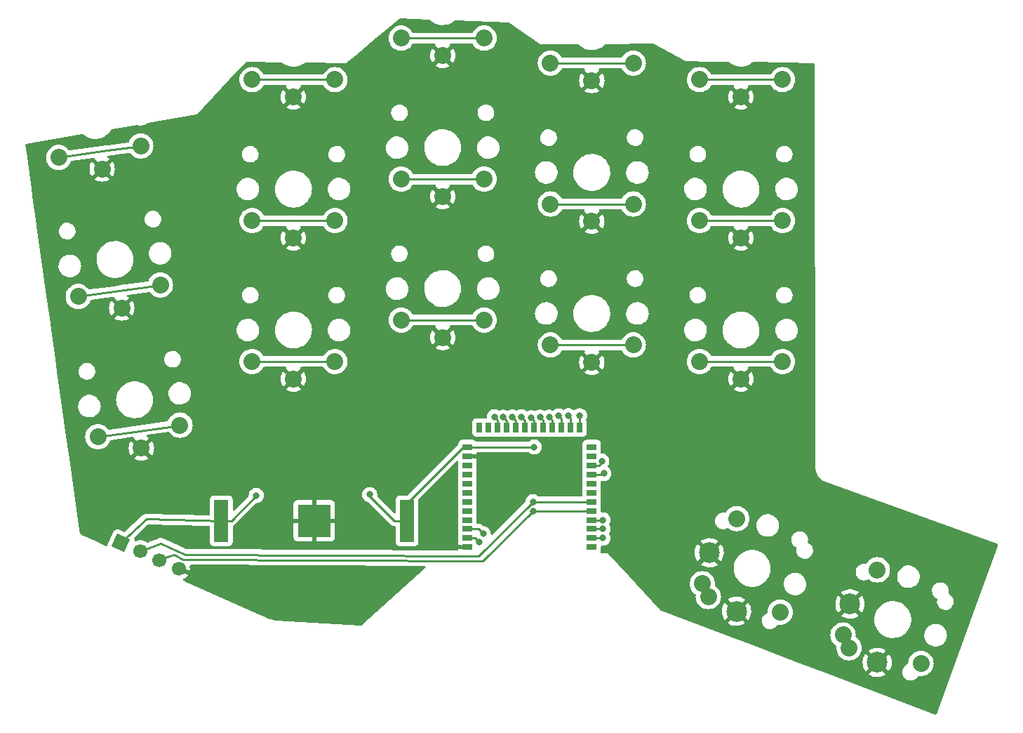
<source format=gbr>
%TF.GenerationSoftware,KiCad,Pcbnew,(6.0.4)*%
%TF.CreationDate,2022-07-13T14:09:53+02:00*%
%TF.ProjectId,kicad,6b696361-642e-46b6-9963-61645f706362,v 0.2*%
%TF.SameCoordinates,Original*%
%TF.FileFunction,Copper,L2,Bot*%
%TF.FilePolarity,Positive*%
%FSLAX46Y46*%
G04 Gerber Fmt 4.6, Leading zero omitted, Abs format (unit mm)*
G04 Created by KiCad (PCBNEW (6.0.4)) date 2022-07-13 14:09:53*
%MOMM*%
%LPD*%
G01*
G04 APERTURE LIST*
G04 Aperture macros list*
%AMHorizOval*
0 Thick line with rounded ends*
0 $1 width*
0 $2 $3 position (X,Y) of the first rounded end (center of the circle)*
0 $4 $5 position (X,Y) of the second rounded end (center of the circle)*
0 Add line between two ends*
20,1,$1,$2,$3,$4,$5,0*
0 Add two circle primitives to create the rounded ends*
1,1,$1,$2,$3*
1,1,$1,$4,$5*%
%AMRotRect*
0 Rectangle, with rotation*
0 The origin of the aperture is its center*
0 $1 length*
0 $2 width*
0 $3 Rotation angle, in degrees counterclockwise*
0 Add horizontal line*
21,1,$1,$2,0,0,$3*%
G04 Aperture macros list end*
%TA.AperFunction,SMDPad,CuDef*%
%ADD10R,1.715000X5.080000*%
%TD*%
%TA.AperFunction,SMDPad,CuDef*%
%ADD11R,3.960000X3.960000*%
%TD*%
%TA.AperFunction,ComponentPad*%
%ADD12C,2.500000*%
%TD*%
%TA.AperFunction,ComponentPad*%
%ADD13C,2.032000*%
%TD*%
%TA.AperFunction,SMDPad,CuDef*%
%ADD14R,1.198880X0.698500*%
%TD*%
%TA.AperFunction,SMDPad,CuDef*%
%ADD15R,0.698500X1.198880*%
%TD*%
%TA.AperFunction,ComponentPad*%
%ADD16RotRect,1.700000X1.700000X246.000000*%
%TD*%
%TA.AperFunction,ComponentPad*%
%ADD17HorizOval,1.700000X0.000000X0.000000X0.000000X0.000000X0*%
%TD*%
%TA.AperFunction,ViaPad*%
%ADD18C,0.800000*%
%TD*%
%TA.AperFunction,Conductor*%
%ADD19C,0.250000*%
%TD*%
G04 APERTURE END LIST*
D10*
%TO.P,BT2,1,+*%
%TO.N,VCC*%
X135200000Y-121500000D03*
X112792500Y-121500000D03*
D11*
%TO.P,BT2,2,-*%
%TO.N,GND*%
X124000000Y-121500000D03*
%TD*%
D12*
%TO.P,SW17,1,1*%
%TO.N,GND*%
X188648074Y-131529633D03*
D13*
%TO.P,SW17,2,2*%
%TO.N,SW34L*%
X197215170Y-138691677D03*
X191955652Y-127412604D03*
X188535450Y-136809531D03*
X187818243Y-135271475D03*
D12*
%TO.P,SW17,1,1*%
%TO.N,GND*%
X191935272Y-138579053D03*
%TD*%
%TO.P,SW13,1,1*%
%TO.N,GND*%
X174962086Y-132408226D03*
D13*
%TO.P,SW13,2,2*%
%TO.N,SW33L*%
X170845057Y-129100648D03*
X171562264Y-130638704D03*
X174982466Y-121241777D03*
X180241984Y-132520850D03*
D12*
%TO.P,SW13,1,1*%
%TO.N,GND*%
X171674888Y-125358806D03*
%TD*%
D13*
%TO.P,SW2,1,1*%
%TO.N,GND*%
X100776672Y-95842582D03*
%TO.P,SW2,2,2*%
%TO.N,SW10L*%
X95533068Y-94458884D03*
X105435749Y-93067153D03*
%TD*%
%TO.P,SW11,1,1*%
%TO.N,GND*%
X157499999Y-85400000D03*
%TO.P,SW11,2,2*%
%TO.N,SW13L*%
X162499999Y-83300000D03*
X152499999Y-83300000D03*
%TD*%
%TO.P,SW8,1,1*%
%TO.N,GND*%
X139500001Y-82400000D03*
%TO.P,SW8,2,2*%
%TO.N,SW12L*%
X134500001Y-80300000D03*
X144500001Y-80300000D03*
%TD*%
%TO.P,SW5,1,1*%
%TO.N,GND*%
X121500000Y-87400000D03*
%TO.P,SW5,2,2*%
%TO.N,SW11L*%
X126500000Y-85300000D03*
X116500000Y-85300000D03*
%TD*%
%TO.P,SW16,1,1*%
%TO.N,GND*%
X175500000Y-104400000D03*
%TO.P,SW16,2,2*%
%TO.N,SW24L*%
X170500000Y-102300000D03*
X180500000Y-102300000D03*
%TD*%
%TO.P,SW12,1,1*%
%TO.N,GND*%
X157500000Y-102400000D03*
%TO.P,SW12,2,2*%
%TO.N,SW23L*%
X152500000Y-100300000D03*
X162500000Y-100300000D03*
%TD*%
%TO.P,SW15,1,1*%
%TO.N,GND*%
X175500000Y-87400001D03*
%TO.P,SW15,2,2*%
%TO.N,SW14L*%
X170500000Y-85300001D03*
X180500000Y-85300001D03*
%TD*%
%TO.P,SW10,1,1*%
%TO.N,GND*%
X157500001Y-68400000D03*
%TO.P,SW10,2,2*%
%TO.N,SW03L*%
X162500001Y-66300000D03*
X152500001Y-66300000D03*
%TD*%
%TO.P,SW7,1,1*%
%TO.N,GND*%
X139500000Y-65400000D03*
%TO.P,SW7,2,2*%
%TO.N,SW02L*%
X144500000Y-63300000D03*
X134500000Y-63300000D03*
%TD*%
%TO.P,SW3,1,1*%
%TO.N,GND*%
X103142615Y-112745951D03*
%TO.P,SW3,2,2*%
%TO.N,SW20L*%
X107801692Y-109970522D03*
X97899011Y-111362253D03*
%TD*%
%TO.P,SW6,1,1*%
%TO.N,GND*%
X121500001Y-104400001D03*
%TO.P,SW6,2,2*%
%TO.N,SW21L*%
X126500001Y-102300001D03*
X116500001Y-102300001D03*
%TD*%
%TO.P,SW14,1,1*%
%TO.N,GND*%
X175499999Y-70400000D03*
%TO.P,SW14,2,2*%
%TO.N,SW04L*%
X170499999Y-68300000D03*
X180499999Y-68300000D03*
%TD*%
%TO.P,SW1,1,1*%
%TO.N,GND*%
X98410729Y-79076836D03*
%TO.P,SW1,2,2*%
%TO.N,SW00L*%
X103069806Y-76301407D03*
X93167125Y-77693138D03*
%TD*%
%TO.P,SW4,1,1*%
%TO.N,GND*%
X121500000Y-70400001D03*
%TO.P,SW4,2,2*%
%TO.N,SW01L*%
X126500000Y-68300001D03*
X116500000Y-68300001D03*
%TD*%
%TO.P,SW9,1,1*%
%TO.N,GND*%
X139500000Y-99400000D03*
%TO.P,SW9,2,2*%
%TO.N,SW22L*%
X144500000Y-97300000D03*
X134500000Y-97300000D03*
%TD*%
D14*
%TO.P,YJT2,1,GND*%
%TO.N,GND*%
X142483840Y-124698740D03*
%TO.P,YJT2,2,P21*%
%TO.N,SW34L*%
X142483840Y-123598920D03*
%TO.P,YJT2,3,P22*%
%TO.N,SW33L*%
X142483840Y-122499100D03*
%TO.P,YJT2,4,P23*%
%TO.N,unconnected-(YJT2-Pad4)*%
X142483840Y-121399280D03*
%TO.P,YJT2,5,P24*%
%TO.N,unconnected-(YJT2-Pad5)*%
X142483840Y-120299460D03*
%TO.P,YJT2,6,P25*%
%TO.N,unconnected-(YJT2-Pad6)*%
X142483840Y-119199640D03*
%TO.P,YJT2,7,NC*%
%TO.N,unconnected-(YJT2-Pad7)*%
X142483840Y-118099820D03*
%TO.P,YJT2,8,NC*%
%TO.N,unconnected-(YJT2-Pad8)*%
X142483840Y-117000000D03*
%TO.P,YJT2,9,P28*%
%TO.N,unconnected-(YJT2-Pad9)*%
X142483840Y-115900180D03*
%TO.P,YJT2,10,P29*%
%TO.N,unconnected-(YJT2-Pad10)*%
X142483840Y-114800360D03*
%TO.P,YJT2,11,GND*%
%TO.N,GND*%
X142483840Y-113700540D03*
%TO.P,YJT2,12,VCC*%
%TO.N,VCC*%
X142483840Y-112600720D03*
D15*
%TO.P,YJT2,13,P30*%
%TO.N,unconnected-(YJT2-Pad13)*%
X143934180Y-110251220D03*
%TO.P,YJT2,14,P00*%
%TO.N,unconnected-(YJT2-Pad14)*%
X145034000Y-110251220D03*
%TO.P,YJT2,15,P01*%
%TO.N,SW20L*%
X146133820Y-110251220D03*
%TO.P,YJT2,16,P02*%
%TO.N,SW10L*%
X147233640Y-110251220D03*
%TO.P,YJT2,17,P03*%
%TO.N,SW00L*%
X148333460Y-110251220D03*
%TO.P,YJT2,18,P04*%
%TO.N,SW01L*%
X149433280Y-110251220D03*
%TO.P,YJT2,19,P05*%
%TO.N,SW11L*%
X150530560Y-110251220D03*
%TO.P,YJT2,20,P06*%
%TO.N,SW21L*%
X151630380Y-110251220D03*
%TO.P,YJT2,21,P07*%
%TO.N,SW02L*%
X152730200Y-110251220D03*
%TO.P,YJT2,22,P08*%
%TO.N,SW12L*%
X153830020Y-110251220D03*
%TO.P,YJT2,23,P09*%
%TO.N,SW22L*%
X154929840Y-110251220D03*
%TO.P,YJT2,24,P10*%
%TO.N,SW03L*%
X156029660Y-110251220D03*
D14*
%TO.P,YJT2,25,P11*%
%TO.N,unconnected-(YJT2-Pad25)*%
X157480000Y-112600720D03*
%TO.P,YJT2,26,P12*%
%TO.N,unconnected-(YJT2-Pad26)*%
X157480000Y-113700540D03*
%TO.P,YJT2,27,P13*%
%TO.N,SW13L*%
X157480000Y-114800360D03*
%TO.P,YJT2,28,P14*%
%TO.N,SW23L*%
X157480000Y-115900180D03*
%TO.P,YJT2,29,P15*%
%TO.N,unconnected-(YJT2-Pad29)*%
X157480000Y-117000000D03*
%TO.P,YJT2,30,P16*%
%TO.N,unconnected-(YJT2-Pad30)*%
X157480000Y-118099820D03*
%TO.P,YJT2,31,SWDIO*%
%TO.N,DIOL*%
X157480000Y-119199640D03*
%TO.P,YJT2,32,SWCLK*%
%TO.N,CLKL*%
X157480000Y-120299460D03*
%TO.P,YJT2,33,P17*%
%TO.N,SW04L*%
X157480000Y-121399280D03*
%TO.P,YJT2,34,P18*%
%TO.N,SW14L*%
X157480000Y-122499100D03*
%TO.P,YJT2,35,P19*%
%TO.N,SW24L*%
X157480000Y-123598920D03*
%TO.P,YJT2,36,P20*%
%TO.N,unconnected-(YJT2-Pad36)*%
X157480000Y-124698740D03*
%TD*%
D16*
%TO.P,PROG1,1,Pin_1*%
%TO.N,VCC*%
X100679595Y-124166889D03*
D17*
%TO.P,PROG1,2,Pin_2*%
%TO.N,DIOL*%
X103000000Y-125200000D03*
%TO.P,PROG1,3,Pin_3*%
%TO.N,CLKL*%
X105320406Y-126233111D03*
%TO.P,PROG1,4,Pin_4*%
%TO.N,GND*%
X107640811Y-127266222D03*
%TD*%
D18*
%TO.N,VCC*%
X150549280Y-112600720D03*
X117000000Y-118450000D03*
X130700000Y-118350000D03*
%TO.N,DIOL*%
X150400360Y-119199640D03*
%TO.N,SW00L*%
X147915840Y-108984160D03*
%TO.N,SW10L*%
X146800000Y-109000000D03*
%TO.N,SW20L*%
X145735818Y-108960416D03*
%TO.N,SW01L*%
X148990750Y-108959250D03*
%TO.N,SW11L*%
X150189390Y-109060610D03*
%TO.N,SW21L*%
X151239300Y-109010700D03*
%TO.N,SW02L*%
X152339210Y-109010790D03*
%TO.N,SW12L*%
X153500000Y-108850000D03*
%TO.N,SW22L*%
X154675000Y-108825000D03*
%TO.N,SW03L*%
X156029660Y-108829660D03*
%TO.N,SW13L*%
X158700000Y-114300000D03*
%TO.N,SW23L*%
X158950000Y-115800000D03*
%TO.N,SW33L*%
X144400000Y-123050000D03*
%TO.N,SW04L*%
X158850720Y-121399280D03*
%TO.N,SW14L*%
X158850900Y-122499100D03*
%TO.N,SW24L*%
X158851080Y-123598920D03*
%TO.N,SW34L*%
X143898457Y-124051543D03*
%TO.N,CLKL*%
X150400000Y-120300000D03*
%TD*%
D19*
%TO.N,VCC*%
X117000000Y-118450000D02*
X117000000Y-118500000D01*
X113015000Y-121500000D02*
X114000000Y-121500000D01*
X141979280Y-112600720D02*
X142483840Y-112600720D01*
X142483840Y-112600720D02*
X150549280Y-112600720D01*
X133650000Y-121500000D02*
X134985000Y-121500000D01*
X130700000Y-118550000D02*
X133650000Y-121500000D01*
X113015000Y-121500000D02*
X103750000Y-121300000D01*
X134985000Y-121500000D02*
X134985000Y-119595000D01*
X134985000Y-119595000D02*
X141979280Y-112600720D01*
X103750000Y-121300000D02*
X100679595Y-124166889D01*
X117000000Y-118500000D02*
X114000000Y-121500000D01*
X130700000Y-118350000D02*
X130700000Y-118550000D01*
%TO.N,DIOL*%
X103291400Y-125058600D02*
X103141400Y-125058600D01*
X157480000Y-119199640D02*
X150400360Y-119199640D01*
X143869520Y-125730480D02*
X108400000Y-125550000D01*
X103141400Y-125058600D02*
X103000000Y-125200000D01*
X150400360Y-119199640D02*
X143869520Y-125730480D01*
X108400000Y-125550000D02*
X105450000Y-124200000D01*
X105450000Y-124200000D02*
X103291400Y-125058600D01*
%TO.N,SW00L*%
X103069806Y-76301407D02*
X99050000Y-76850000D01*
X99050000Y-76850000D02*
X93167125Y-77693138D01*
X148333460Y-110251220D02*
X148333460Y-109401780D01*
X148333460Y-109401780D02*
X147915840Y-108984160D01*
%TO.N,SW10L*%
X147233640Y-110251220D02*
X147233640Y-109433640D01*
X105435749Y-93067153D02*
X100500000Y-93750000D01*
X100500000Y-93750000D02*
X95533068Y-94458884D01*
X147233640Y-109433640D02*
X146800000Y-109000000D01*
%TO.N,SW20L*%
X146133820Y-110251220D02*
X146133820Y-109358418D01*
X102900000Y-110650000D02*
X97899011Y-111362253D01*
X146133820Y-109358418D02*
X145735818Y-108960416D01*
X107801692Y-109970522D02*
X102900000Y-110650000D01*
%TO.N,SW01L*%
X116500000Y-68300001D02*
X126500000Y-68300001D01*
X149433280Y-109401780D02*
X148990750Y-108959250D01*
X149433280Y-110251220D02*
X149433280Y-109401780D01*
%TO.N,SW11L*%
X150530560Y-110251220D02*
X150530560Y-109401780D01*
X150530560Y-109401780D02*
X150189390Y-109060610D01*
X116500000Y-85300000D02*
X126500000Y-85300000D01*
%TO.N,SW21L*%
X151630380Y-109401780D02*
X151239300Y-109010700D01*
X151630380Y-110251220D02*
X151630380Y-109401780D01*
X126500001Y-102300001D02*
X116500001Y-102300001D01*
%TO.N,SW02L*%
X134500000Y-63300000D02*
X144500000Y-63300000D01*
X152730200Y-109401780D02*
X152339210Y-109010790D01*
X152730200Y-110251220D02*
X152730200Y-109401780D01*
%TO.N,SW12L*%
X134500001Y-80300000D02*
X144500001Y-80300000D01*
X153830020Y-109180020D02*
X153500000Y-108850000D01*
X153830020Y-110251220D02*
X153830020Y-109180020D01*
%TO.N,SW22L*%
X154929840Y-110251220D02*
X154929840Y-109079840D01*
X154929840Y-109079840D02*
X154675000Y-108825000D01*
X144500000Y-97300000D02*
X134500000Y-97300000D01*
%TO.N,SW03L*%
X156029660Y-110251220D02*
X156029660Y-108829660D01*
X152500001Y-66300000D02*
X162500001Y-66300000D01*
%TO.N,SW13L*%
X157480000Y-114800360D02*
X158349640Y-114800360D01*
X152499999Y-83300000D02*
X162499999Y-83300000D01*
X158700000Y-114450000D02*
X158700000Y-114300000D01*
X158349640Y-114800360D02*
X158700000Y-114450000D01*
%TO.N,SW23L*%
X152500000Y-100300000D02*
X162500000Y-100300000D01*
X158849820Y-115900180D02*
X158950000Y-115800000D01*
X157480000Y-115900180D02*
X158849820Y-115900180D01*
%TO.N,SW33L*%
X143849100Y-122499100D02*
X144400000Y-123050000D01*
X142483840Y-122499100D02*
X143849100Y-122499100D01*
%TO.N,SW04L*%
X157480000Y-121399280D02*
X158850720Y-121399280D01*
X170499999Y-68300000D02*
X180499999Y-68300000D01*
%TO.N,SW14L*%
X170500000Y-85300001D02*
X180500000Y-85300001D01*
X157480000Y-122499100D02*
X158850900Y-122499100D01*
%TO.N,SW24L*%
X170500000Y-102300000D02*
X180500000Y-102300000D01*
X157480000Y-123598920D02*
X158851080Y-123598920D01*
%TO.N,SW34L*%
X142483840Y-123598920D02*
X143445834Y-123598920D01*
X143445834Y-123598920D02*
X143898457Y-124051543D01*
%TO.N,CLKL*%
X150400000Y-120300000D02*
X144300000Y-126350000D01*
X144300000Y-126350000D02*
X108215599Y-126180000D01*
X105461806Y-126091711D02*
X105320406Y-126233111D01*
X157480000Y-120299460D02*
X150400540Y-120299460D01*
X107100000Y-125600000D02*
X105461806Y-126091711D01*
X108215599Y-126180000D02*
X107100000Y-125600000D01*
%TD*%
%TA.AperFunction,Conductor*%
%TO.N,GND*%
G36*
X137862828Y-61058299D02*
G01*
X137930241Y-61080569D01*
X137950757Y-61098292D01*
X137974846Y-61124124D01*
X138203045Y-61311568D01*
X138454029Y-61467185D01*
X138723390Y-61588241D01*
X138893441Y-61638935D01*
X138981881Y-61665300D01*
X139006395Y-61672608D01*
X139010515Y-61673261D01*
X139010517Y-61673261D01*
X139294592Y-61718255D01*
X139294598Y-61718256D01*
X139298073Y-61718806D01*
X139322632Y-61719921D01*
X139389017Y-61722936D01*
X139389038Y-61722936D01*
X139390437Y-61723000D01*
X139574901Y-61723000D01*
X139794664Y-61708403D01*
X139798763Y-61707577D01*
X139798767Y-61707576D01*
X139972190Y-61672608D01*
X140084151Y-61650033D01*
X140363375Y-61553888D01*
X140533089Y-61468902D01*
X140623695Y-61423530D01*
X140623697Y-61423529D01*
X140627431Y-61421659D01*
X140871678Y-61255668D01*
X140938155Y-61196230D01*
X141002271Y-61165736D01*
X141026355Y-61164231D01*
X147432683Y-61378750D01*
X147500611Y-61401379D01*
X151250000Y-64020000D01*
X151269452Y-64019943D01*
X152034953Y-64017696D01*
X155810114Y-64006617D01*
X155878292Y-64026419D01*
X155902634Y-64046685D01*
X155971993Y-64121065D01*
X155972005Y-64121076D01*
X155974847Y-64124124D01*
X156203046Y-64311568D01*
X156454030Y-64467185D01*
X156723391Y-64588241D01*
X156896192Y-64639755D01*
X156985129Y-64666268D01*
X157006396Y-64672608D01*
X157010516Y-64673261D01*
X157010518Y-64673261D01*
X157294593Y-64718255D01*
X157294599Y-64718256D01*
X157298074Y-64718806D01*
X157322633Y-64719921D01*
X157389018Y-64722936D01*
X157389039Y-64722936D01*
X157390438Y-64723000D01*
X157574902Y-64723000D01*
X157794665Y-64708403D01*
X157798764Y-64707577D01*
X157798768Y-64707576D01*
X157972191Y-64672608D01*
X158084152Y-64650033D01*
X158363376Y-64553888D01*
X158533090Y-64468902D01*
X158623696Y-64423530D01*
X158623698Y-64423529D01*
X158627432Y-64421659D01*
X158871679Y-64255668D01*
X159091828Y-64058832D01*
X159094544Y-64055663D01*
X159094554Y-64055653D01*
X159107402Y-64040663D01*
X159166920Y-64001958D01*
X159202699Y-63996662D01*
X164848382Y-63980093D01*
X164907914Y-63994845D01*
X166020499Y-64586525D01*
X168810000Y-66070000D01*
X171946873Y-66116278D01*
X173958144Y-66145951D01*
X174025962Y-66166955D01*
X174036261Y-66174572D01*
X174157002Y-66273749D01*
X174203044Y-66311568D01*
X174454028Y-66467185D01*
X174457845Y-66468901D01*
X174457848Y-66468902D01*
X174530707Y-66501646D01*
X174723389Y-66588241D01*
X174869928Y-66631926D01*
X174930671Y-66650034D01*
X175006394Y-66672608D01*
X175010514Y-66673261D01*
X175010516Y-66673261D01*
X175294591Y-66718255D01*
X175294597Y-66718256D01*
X175298072Y-66718806D01*
X175322631Y-66719921D01*
X175389016Y-66722936D01*
X175389037Y-66722936D01*
X175390436Y-66723000D01*
X175574900Y-66723000D01*
X175794663Y-66708403D01*
X175798762Y-66707577D01*
X175798766Y-66707576D01*
X175972189Y-66672608D01*
X176084150Y-66650033D01*
X176363374Y-66553888D01*
X176533088Y-66468902D01*
X176623694Y-66423530D01*
X176623696Y-66423529D01*
X176627430Y-66421659D01*
X176871677Y-66255668D01*
X176875624Y-66252139D01*
X176908440Y-66222799D01*
X176972555Y-66192306D01*
X176994281Y-66190744D01*
X184244337Y-66297704D01*
X184312155Y-66318708D01*
X184357851Y-66373044D01*
X184368478Y-66423335D01*
X184504691Y-115008882D01*
X184504727Y-115021868D01*
X184503111Y-115041461D01*
X184502398Y-115044316D01*
X184501268Y-115056818D01*
X184501582Y-115061684D01*
X184501902Y-115066651D01*
X184502160Y-115075548D01*
X184500780Y-115294446D01*
X184501396Y-115298914D01*
X184501396Y-115298919D01*
X184519902Y-115433222D01*
X184533206Y-115529776D01*
X184598888Y-115758069D01*
X184600746Y-115762192D01*
X184694625Y-115970527D01*
X184694628Y-115970533D01*
X184696483Y-115974649D01*
X184698908Y-115978460D01*
X184698908Y-115978461D01*
X184817751Y-116165271D01*
X184823992Y-116175082D01*
X184826923Y-116178494D01*
X184826928Y-116178500D01*
X184943923Y-116314667D01*
X184978804Y-116355263D01*
X184982209Y-116358236D01*
X184982210Y-116358237D01*
X185124817Y-116482749D01*
X185157748Y-116511502D01*
X185357160Y-116640601D01*
X185412586Y-116666109D01*
X185539592Y-116724560D01*
X185550216Y-116730075D01*
X185554977Y-116732841D01*
X185560911Y-116736289D01*
X185565442Y-116738056D01*
X185565446Y-116738058D01*
X185568075Y-116739083D01*
X185572606Y-116740850D01*
X185598878Y-116746655D01*
X185604039Y-116747796D01*
X185619626Y-116752311D01*
X206303805Y-124217620D01*
X206307752Y-124219120D01*
X206358293Y-124239300D01*
X206358297Y-124239301D01*
X206366632Y-124242629D01*
X206375568Y-124243484D01*
X206384292Y-124245597D01*
X206383951Y-124247003D01*
X206405069Y-124252421D01*
X206409450Y-124254312D01*
X206447360Y-124279667D01*
X206458477Y-124290479D01*
X206484880Y-124327676D01*
X206491420Y-124341740D01*
X206502849Y-124385898D01*
X206503953Y-124401364D01*
X206498913Y-124446693D01*
X206497244Y-124452231D01*
X206489571Y-124470903D01*
X206486003Y-124475804D01*
X206465174Y-124533802D01*
X206459132Y-124550627D01*
X206458937Y-124551167D01*
X204341607Y-130356879D01*
X199080384Y-144783134D01*
X199038252Y-144840278D01*
X198971915Y-144865573D01*
X198917413Y-144857805D01*
X186050896Y-139988186D01*
X190890884Y-139988186D01*
X190899597Y-139999706D01*
X190997290Y-140071337D01*
X191005200Y-140076280D01*
X191228162Y-140193586D01*
X191236725Y-140197309D01*
X191474576Y-140280371D01*
X191483585Y-140282785D01*
X191731114Y-140329780D01*
X191740370Y-140330834D01*
X191992129Y-140340726D01*
X192001443Y-140340400D01*
X192251887Y-140312973D01*
X192261064Y-140311272D01*
X192504703Y-140247127D01*
X192513523Y-140244090D01*
X192745008Y-140144636D01*
X192753280Y-140140329D01*
X192967521Y-140007753D01*
X192974460Y-140002711D01*
X192982790Y-139990072D01*
X192976728Y-139979719D01*
X192798721Y-139801712D01*
X194969975Y-139801712D01*
X195000469Y-140003346D01*
X195002675Y-140009341D01*
X195002675Y-140009342D01*
X195050869Y-140140329D01*
X195070884Y-140194730D01*
X195178345Y-140368046D01*
X195318461Y-140516215D01*
X195323691Y-140519877D01*
X195323692Y-140519878D01*
X195480275Y-140629518D01*
X195485508Y-140633182D01*
X195672663Y-140714171D01*
X195678911Y-140715476D01*
X195678910Y-140715476D01*
X195867535Y-140754883D01*
X195867539Y-140754883D01*
X195872280Y-140755874D01*
X195877117Y-140756127D01*
X195877121Y-140756128D01*
X195877187Y-140756131D01*
X195878959Y-140756224D01*
X196028714Y-140756224D01*
X196101360Y-140748845D01*
X196174281Y-140741438D01*
X196174282Y-140741438D01*
X196180630Y-140740793D01*
X196375225Y-140679810D01*
X196553584Y-140580945D01*
X196708420Y-140448234D01*
X196791812Y-140340726D01*
X196829496Y-140292144D01*
X196829498Y-140292141D01*
X196833408Y-140287100D01*
X196841697Y-140270255D01*
X196889718Y-140217964D01*
X196958387Y-140199936D01*
X196972611Y-140201263D01*
X196975948Y-140202064D01*
X197215170Y-140220891D01*
X197454392Y-140202064D01*
X197459199Y-140200910D01*
X197459205Y-140200909D01*
X197606133Y-140165634D01*
X197687723Y-140146046D01*
X197692296Y-140144152D01*
X197904847Y-140056111D01*
X197904849Y-140056110D01*
X197909419Y-140054217D01*
X198114019Y-139928837D01*
X198296488Y-139772995D01*
X198426925Y-139620272D01*
X198449112Y-139594294D01*
X198449113Y-139594293D01*
X198452330Y-139590526D01*
X198577710Y-139385926D01*
X198613208Y-139300227D01*
X198667645Y-139168803D01*
X198667646Y-139168801D01*
X198669539Y-139164230D01*
X198689127Y-139082640D01*
X198724402Y-138935712D01*
X198724403Y-138935706D01*
X198725557Y-138930899D01*
X198744384Y-138691677D01*
X198725557Y-138452455D01*
X198724403Y-138447648D01*
X198724402Y-138447642D01*
X198670694Y-138223936D01*
X198669539Y-138219124D01*
X198667645Y-138214551D01*
X198579604Y-138002000D01*
X198579603Y-138001998D01*
X198577710Y-137997428D01*
X198452330Y-137792828D01*
X198436847Y-137774699D01*
X198299701Y-137614121D01*
X198296488Y-137610359D01*
X198214493Y-137540329D01*
X198117787Y-137457735D01*
X198117786Y-137457734D01*
X198114019Y-137454517D01*
X197909419Y-137329137D01*
X197904849Y-137327244D01*
X197904847Y-137327243D01*
X197692296Y-137239202D01*
X197692294Y-137239201D01*
X197687723Y-137237308D01*
X197606133Y-137217720D01*
X197459205Y-137182445D01*
X197459199Y-137182444D01*
X197454392Y-137181290D01*
X197215170Y-137162463D01*
X196975948Y-137181290D01*
X196971141Y-137182444D01*
X196971135Y-137182445D01*
X196824207Y-137217720D01*
X196742617Y-137237308D01*
X196738046Y-137239201D01*
X196738044Y-137239202D01*
X196525493Y-137327243D01*
X196525491Y-137327244D01*
X196520921Y-137329137D01*
X196316321Y-137454517D01*
X196312554Y-137457734D01*
X196312553Y-137457735D01*
X196215847Y-137540329D01*
X196133852Y-137610359D01*
X196130639Y-137614121D01*
X195993494Y-137774699D01*
X195978010Y-137792828D01*
X195852630Y-137997428D01*
X195850737Y-138001998D01*
X195850736Y-138002000D01*
X195762695Y-138214551D01*
X195760801Y-138219124D01*
X195759646Y-138223936D01*
X195705938Y-138447642D01*
X195705937Y-138447648D01*
X195704783Y-138452455D01*
X195685956Y-138691677D01*
X195686344Y-138696607D01*
X195686344Y-138699240D01*
X195666342Y-138767361D01*
X195612686Y-138813854D01*
X195598031Y-138819472D01*
X195580269Y-138825038D01*
X195401910Y-138923903D01*
X195247074Y-139056614D01*
X195122086Y-139217748D01*
X195032051Y-139400723D01*
X195030442Y-139406901D01*
X195030441Y-139406903D01*
X194982611Y-139590526D01*
X194980647Y-139598065D01*
X194979483Y-139620272D01*
X194971312Y-139776208D01*
X194969975Y-139801712D01*
X192798721Y-139801712D01*
X191948084Y-138951075D01*
X191934140Y-138943461D01*
X191932307Y-138943592D01*
X191925692Y-138947843D01*
X190897542Y-139975993D01*
X190890884Y-139988186D01*
X186050896Y-139988186D01*
X182218091Y-138537576D01*
X190173170Y-138537576D01*
X190185259Y-138789228D01*
X190186396Y-138798488D01*
X190235546Y-139045588D01*
X190238040Y-139054581D01*
X190323172Y-139291692D01*
X190326972Y-139300227D01*
X190446218Y-139522154D01*
X190451229Y-139530021D01*
X190514718Y-139615043D01*
X190525976Y-139623492D01*
X190538395Y-139616720D01*
X191563250Y-138591865D01*
X191569628Y-138580185D01*
X192299680Y-138580185D01*
X192299811Y-138582018D01*
X192304062Y-138588633D01*
X193335185Y-139619756D01*
X193347565Y-139626516D01*
X193355906Y-139620272D01*
X193482037Y-139424180D01*
X193486484Y-139415989D01*
X193589963Y-139186275D01*
X193593154Y-139177508D01*
X193661541Y-138935029D01*
X193663401Y-138925887D01*
X193695388Y-138674449D01*
X193695869Y-138668161D01*
X193698119Y-138582213D01*
X193697968Y-138575904D01*
X193679184Y-138323127D01*
X193677808Y-138313921D01*
X193622201Y-138068179D01*
X193619477Y-138059268D01*
X193528160Y-137824445D01*
X193524149Y-137816036D01*
X193399126Y-137597293D01*
X193393915Y-137589567D01*
X193356663Y-137542314D01*
X193344738Y-137533843D01*
X193333206Y-137540329D01*
X192307294Y-138566241D01*
X192299680Y-138580185D01*
X191569628Y-138580185D01*
X191570864Y-138577921D01*
X191570733Y-138576088D01*
X191566482Y-138569473D01*
X190536593Y-137539584D01*
X190523285Y-137532317D01*
X190513246Y-137539439D01*
X190503033Y-137551719D01*
X190497618Y-137559311D01*
X190366918Y-137774699D01*
X190362680Y-137783016D01*
X190265253Y-138015352D01*
X190262292Y-138024202D01*
X190200278Y-138268384D01*
X190198656Y-138277581D01*
X190173415Y-138528251D01*
X190173170Y-138537576D01*
X182218091Y-138537576D01*
X177196692Y-136637116D01*
X173588393Y-135271475D01*
X186289029Y-135271475D01*
X186307856Y-135510697D01*
X186309010Y-135515504D01*
X186309011Y-135515510D01*
X186337364Y-135633605D01*
X186363874Y-135744028D01*
X186365767Y-135748599D01*
X186365768Y-135748601D01*
X186427849Y-135898477D01*
X186455703Y-135965724D01*
X186581083Y-136170324D01*
X186584300Y-136174091D01*
X186584301Y-136174092D01*
X186606052Y-136199559D01*
X186736925Y-136352793D01*
X186740687Y-136356006D01*
X186887012Y-136480978D01*
X186919394Y-136508635D01*
X186923619Y-136511224D01*
X186958997Y-136532904D01*
X187006629Y-136585551D01*
X187018774Y-136650222D01*
X187006236Y-136809531D01*
X187025063Y-137048753D01*
X187026217Y-137053560D01*
X187026218Y-137053566D01*
X187053657Y-137167856D01*
X187081081Y-137282084D01*
X187082974Y-137286655D01*
X187082975Y-137286657D01*
X187153838Y-137457735D01*
X187172910Y-137503780D01*
X187298290Y-137708380D01*
X187454132Y-137890849D01*
X187457894Y-137894062D01*
X187610270Y-138024202D01*
X187636601Y-138046691D01*
X187841201Y-138172071D01*
X187845771Y-138173964D01*
X187845773Y-138173965D01*
X188058324Y-138262006D01*
X188062897Y-138263900D01*
X188144487Y-138283488D01*
X188291415Y-138318763D01*
X188291421Y-138318764D01*
X188296228Y-138319918D01*
X188535450Y-138338745D01*
X188774672Y-138319918D01*
X188779479Y-138318764D01*
X188779485Y-138318763D01*
X188926413Y-138283488D01*
X189008003Y-138263900D01*
X189012576Y-138262006D01*
X189225127Y-138173965D01*
X189225129Y-138173964D01*
X189229699Y-138172071D01*
X189434299Y-138046691D01*
X189460631Y-138024202D01*
X189613006Y-137894062D01*
X189616768Y-137890849D01*
X189772610Y-137708380D01*
X189897990Y-137503780D01*
X189917063Y-137457735D01*
X189987925Y-137286657D01*
X189987926Y-137286655D01*
X189989819Y-137282084D01*
X190017243Y-137167856D01*
X190888488Y-137167856D01*
X190893061Y-137177632D01*
X191922460Y-138207031D01*
X191936404Y-138214645D01*
X191938237Y-138214514D01*
X191944852Y-138210263D01*
X192973691Y-137181424D01*
X192980075Y-137169734D01*
X192970663Y-137157623D01*
X192833865Y-137062723D01*
X192825837Y-137057995D01*
X192599865Y-136946558D01*
X192591232Y-136943070D01*
X192351270Y-136866258D01*
X192342210Y-136864082D01*
X192093532Y-136823582D01*
X192084245Y-136822770D01*
X191832325Y-136819472D01*
X191823014Y-136820042D01*
X191573369Y-136854017D01*
X191564250Y-136855955D01*
X191322370Y-136926457D01*
X191313639Y-136929720D01*
X191084830Y-137035204D01*
X191076678Y-137039723D01*
X190897625Y-137157115D01*
X190888488Y-137167856D01*
X190017243Y-137167856D01*
X190044682Y-137053566D01*
X190044683Y-137053560D01*
X190045837Y-137048753D01*
X190064664Y-136809531D01*
X190045837Y-136570309D01*
X190044683Y-136565502D01*
X190044682Y-136565496D01*
X189993291Y-136351441D01*
X189989819Y-136336978D01*
X189987925Y-136332405D01*
X189899884Y-136119854D01*
X189899883Y-136119852D01*
X189897990Y-136115282D01*
X189772610Y-135910682D01*
X189766082Y-135903038D01*
X189619981Y-135731975D01*
X189616768Y-135728213D01*
X189501248Y-135629550D01*
X189438067Y-135575589D01*
X189438066Y-135575588D01*
X189434299Y-135572371D01*
X189394696Y-135548102D01*
X189347064Y-135495455D01*
X189334919Y-135430784D01*
X189347069Y-135276405D01*
X189347457Y-135271475D01*
X189328630Y-135032253D01*
X189327476Y-135027446D01*
X189327475Y-135027440D01*
X189278139Y-134821945D01*
X189272612Y-134798922D01*
X189270718Y-134794349D01*
X189182677Y-134581798D01*
X189182676Y-134581796D01*
X189180783Y-134577226D01*
X189055403Y-134372626D01*
X189028180Y-134340751D01*
X188902774Y-134193919D01*
X188899561Y-134190157D01*
X188717092Y-134034315D01*
X188512492Y-133908935D01*
X188507922Y-133907042D01*
X188507920Y-133907041D01*
X188295369Y-133819000D01*
X188295367Y-133818999D01*
X188290796Y-133817106D01*
X188209206Y-133797518D01*
X188062278Y-133762243D01*
X188062272Y-133762242D01*
X188057465Y-133761088D01*
X187818243Y-133742261D01*
X187579021Y-133761088D01*
X187574214Y-133762242D01*
X187574208Y-133762243D01*
X187427280Y-133797518D01*
X187345690Y-133817106D01*
X187341119Y-133818999D01*
X187341117Y-133819000D01*
X187128566Y-133907041D01*
X187128564Y-133907042D01*
X187123994Y-133908935D01*
X186919394Y-134034315D01*
X186736925Y-134190157D01*
X186733712Y-134193919D01*
X186608307Y-134340751D01*
X186581083Y-134372626D01*
X186455703Y-134577226D01*
X186453810Y-134581796D01*
X186453809Y-134581798D01*
X186365768Y-134794349D01*
X186363874Y-134798922D01*
X186358347Y-134821945D01*
X186309011Y-135027440D01*
X186309010Y-135027446D01*
X186307856Y-135032253D01*
X186289029Y-135271475D01*
X173588393Y-135271475D01*
X169746325Y-133817359D01*
X173917698Y-133817359D01*
X173926411Y-133828879D01*
X174024104Y-133900510D01*
X174032014Y-133905453D01*
X174254976Y-134022759D01*
X174263539Y-134026482D01*
X174501390Y-134109544D01*
X174510399Y-134111958D01*
X174757928Y-134158953D01*
X174767184Y-134160007D01*
X175018943Y-134169899D01*
X175028257Y-134169573D01*
X175278701Y-134142146D01*
X175287878Y-134140445D01*
X175531517Y-134076300D01*
X175540337Y-134073263D01*
X175771822Y-133973809D01*
X175780094Y-133969502D01*
X175994335Y-133836926D01*
X176001274Y-133831884D01*
X176009604Y-133819245D01*
X176003542Y-133808892D01*
X175825535Y-133630885D01*
X177996789Y-133630885D01*
X178027283Y-133832519D01*
X178029489Y-133838514D01*
X178029489Y-133838515D01*
X178079226Y-133973696D01*
X178097698Y-134023903D01*
X178205159Y-134197219D01*
X178209540Y-134201852D01*
X178209541Y-134201853D01*
X178238304Y-134232269D01*
X178345275Y-134345388D01*
X178350505Y-134349050D01*
X178350506Y-134349051D01*
X178507089Y-134458691D01*
X178512322Y-134462355D01*
X178699477Y-134543344D01*
X178705725Y-134544649D01*
X178705724Y-134544649D01*
X178894349Y-134584056D01*
X178894353Y-134584056D01*
X178899094Y-134585047D01*
X178903931Y-134585300D01*
X178903935Y-134585301D01*
X178904001Y-134585304D01*
X178905773Y-134585397D01*
X179055528Y-134585397D01*
X179163024Y-134574478D01*
X179201095Y-134570611D01*
X179201096Y-134570611D01*
X179207444Y-134569966D01*
X179402039Y-134508983D01*
X179580398Y-134410118D01*
X179735234Y-134277407D01*
X179818626Y-134169899D01*
X179856310Y-134121317D01*
X179856312Y-134121314D01*
X179860222Y-134116273D01*
X179868511Y-134099428D01*
X179916532Y-134047137D01*
X179985201Y-134029109D01*
X179999425Y-134030436D01*
X180002762Y-134031237D01*
X180241984Y-134050064D01*
X180481206Y-134031237D01*
X180486013Y-134030083D01*
X180486019Y-134030082D01*
X180632947Y-133994807D01*
X180714537Y-133975219D01*
X180719110Y-133973325D01*
X180931661Y-133885284D01*
X180931663Y-133885283D01*
X180936233Y-133883390D01*
X181140833Y-133758010D01*
X181148347Y-133751593D01*
X181319540Y-133605381D01*
X181323302Y-133602168D01*
X181437981Y-133467895D01*
X181446942Y-133457403D01*
X191588897Y-133457403D01*
X191589260Y-133461551D01*
X191589260Y-133461555D01*
X191604627Y-133637203D01*
X191614635Y-133751593D01*
X191615545Y-133755665D01*
X191615546Y-133755670D01*
X191677252Y-134031726D01*
X191679055Y-134039794D01*
X191781027Y-134316943D01*
X191782974Y-134320636D01*
X191782975Y-134320638D01*
X191796024Y-134345388D01*
X191918757Y-134578171D01*
X191921177Y-134581576D01*
X192087402Y-134815479D01*
X192087407Y-134815485D01*
X192089826Y-134818889D01*
X192092670Y-134821939D01*
X192092675Y-134821945D01*
X192257677Y-134998888D01*
X192291229Y-135034868D01*
X192519428Y-135222312D01*
X192770412Y-135377929D01*
X193039773Y-135498985D01*
X193204534Y-135548102D01*
X193285943Y-135572371D01*
X193322778Y-135583352D01*
X193326898Y-135584005D01*
X193326900Y-135584005D01*
X193610975Y-135628999D01*
X193610981Y-135629000D01*
X193614456Y-135629550D01*
X193639015Y-135630665D01*
X193705400Y-135633680D01*
X193705421Y-135633680D01*
X193706820Y-135633744D01*
X193891284Y-135633744D01*
X194111047Y-135619147D01*
X194115146Y-135618321D01*
X194115150Y-135618320D01*
X194288573Y-135583352D01*
X194400534Y-135560777D01*
X194679758Y-135464632D01*
X194849472Y-135379646D01*
X194940078Y-135334274D01*
X194940080Y-135334273D01*
X194943814Y-135332403D01*
X195098045Y-135227587D01*
X197621892Y-135227587D01*
X197622092Y-135232917D01*
X197622092Y-135232918D01*
X197625738Y-135330052D01*
X197630546Y-135458123D01*
X197677920Y-135683905D01*
X197762659Y-135898477D01*
X197882339Y-136095704D01*
X197885836Y-136099734D01*
X197972460Y-136199559D01*
X198033539Y-136269947D01*
X198037670Y-136273334D01*
X198207807Y-136412839D01*
X198207813Y-136412843D01*
X198211935Y-136416223D01*
X198412427Y-136530349D01*
X198417443Y-136532170D01*
X198417448Y-136532172D01*
X198624267Y-136607244D01*
X198624271Y-136607245D01*
X198629282Y-136609064D01*
X198634531Y-136610013D01*
X198634534Y-136610014D01*
X198852215Y-136649377D01*
X198852222Y-136649378D01*
X198856299Y-136650115D01*
X198874036Y-136650951D01*
X198878984Y-136651185D01*
X198878991Y-136651185D01*
X198880472Y-136651255D01*
X199042617Y-136651255D01*
X199109573Y-136645574D01*
X199209254Y-136637116D01*
X199209258Y-136637115D01*
X199214565Y-136636665D01*
X199219720Y-136635327D01*
X199219726Y-136635326D01*
X199432695Y-136580050D01*
X199432699Y-136580049D01*
X199437864Y-136578708D01*
X199442730Y-136576516D01*
X199442733Y-136576515D01*
X199643341Y-136486148D01*
X199648207Y-136483956D01*
X199652627Y-136480980D01*
X199652631Y-136480978D01*
X199753840Y-136412839D01*
X199839577Y-136355117D01*
X200006504Y-136195877D01*
X200081035Y-136095704D01*
X200141029Y-136015069D01*
X200141031Y-136015066D01*
X200144213Y-136010789D01*
X200198997Y-135903038D01*
X200246350Y-135809901D01*
X200246350Y-135809900D01*
X200248769Y-135805143D01*
X200288035Y-135678686D01*
X200315597Y-135589925D01*
X200315598Y-135589919D01*
X200317181Y-135584822D01*
X200331094Y-135479847D01*
X200346792Y-135361408D01*
X200346792Y-135361403D01*
X200347492Y-135356123D01*
X200344500Y-135276405D01*
X200340459Y-135168760D01*
X200338838Y-135125587D01*
X200291464Y-134899805D01*
X200260716Y-134821945D01*
X200243585Y-134778567D01*
X200206725Y-134685233D01*
X200087045Y-134488006D01*
X200061607Y-134458691D01*
X199939345Y-134317796D01*
X199939343Y-134317794D01*
X199935845Y-134313763D01*
X199839419Y-134234698D01*
X199761577Y-134170871D01*
X199761571Y-134170867D01*
X199757449Y-134167487D01*
X199556957Y-134053361D01*
X199551941Y-134051540D01*
X199551936Y-134051538D01*
X199345117Y-133976466D01*
X199345113Y-133976465D01*
X199340102Y-133974646D01*
X199334853Y-133973697D01*
X199334850Y-133973696D01*
X199117169Y-133934333D01*
X199117162Y-133934332D01*
X199113085Y-133933595D01*
X199095348Y-133932759D01*
X199090400Y-133932525D01*
X199090393Y-133932525D01*
X199088912Y-133932455D01*
X198926767Y-133932455D01*
X198859811Y-133938136D01*
X198760130Y-133946594D01*
X198760126Y-133946595D01*
X198754819Y-133947045D01*
X198749664Y-133948383D01*
X198749658Y-133948384D01*
X198536689Y-134003660D01*
X198536685Y-134003661D01*
X198531520Y-134005002D01*
X198526654Y-134007194D01*
X198526651Y-134007195D01*
X198424166Y-134053361D01*
X198321177Y-134099754D01*
X198316757Y-134102730D01*
X198316753Y-134102732D01*
X198274485Y-134131189D01*
X198129807Y-134228593D01*
X197962880Y-134387833D01*
X197959692Y-134392118D01*
X197846207Y-134544648D01*
X197825171Y-134572921D01*
X197822756Y-134577671D01*
X197768069Y-134685233D01*
X197720615Y-134778567D01*
X197708095Y-134818889D01*
X197653787Y-134993785D01*
X197653786Y-134993791D01*
X197652203Y-134998888D01*
X197647127Y-135037187D01*
X197629689Y-135168760D01*
X197621892Y-135227587D01*
X195098045Y-135227587D01*
X195188061Y-135166412D01*
X195408210Y-134969576D01*
X195472263Y-134894844D01*
X195597672Y-134748528D01*
X195597675Y-134748524D01*
X195600392Y-134745354D01*
X195602666Y-134741852D01*
X195602670Y-134741847D01*
X195758953Y-134501193D01*
X195758956Y-134501188D01*
X195761232Y-134497683D01*
X195813393Y-134387833D01*
X195829425Y-134354068D01*
X195887902Y-134230916D01*
X195899781Y-134193919D01*
X195976898Y-133953727D01*
X195976898Y-133953726D01*
X195978178Y-133949740D01*
X195999269Y-133832519D01*
X196029734Y-133663203D01*
X196029735Y-133663198D01*
X196030473Y-133659094D01*
X196031468Y-133637203D01*
X196043680Y-133368255D01*
X196043680Y-133368250D01*
X196043869Y-133364085D01*
X196032222Y-133230951D01*
X196018495Y-133074056D01*
X196018131Y-133069895D01*
X196012996Y-133046921D01*
X195954623Y-132785772D01*
X195954621Y-132785765D01*
X195953711Y-132781694D01*
X195947527Y-132764885D01*
X195906806Y-132654211D01*
X195851739Y-132504545D01*
X195799393Y-132405261D01*
X195759995Y-132330537D01*
X195714009Y-132243317D01*
X195647046Y-132149091D01*
X195545364Y-132006009D01*
X195545359Y-132006003D01*
X195542940Y-132002599D01*
X195540096Y-131999549D01*
X195540091Y-131999543D01*
X195344383Y-131789672D01*
X195341537Y-131786620D01*
X195113338Y-131599176D01*
X194862354Y-131443559D01*
X194846245Y-131436319D01*
X194722914Y-131380892D01*
X194592993Y-131322503D01*
X194309988Y-131238136D01*
X194305868Y-131237483D01*
X194305866Y-131237483D01*
X194021791Y-131192489D01*
X194021785Y-131192488D01*
X194018310Y-131191938D01*
X193993751Y-131190823D01*
X193927366Y-131187808D01*
X193927345Y-131187808D01*
X193925946Y-131187744D01*
X193741482Y-131187744D01*
X193521719Y-131202341D01*
X193517620Y-131203167D01*
X193517616Y-131203168D01*
X193393664Y-131228161D01*
X193232232Y-131260711D01*
X192953008Y-131356856D01*
X192905009Y-131380892D01*
X192779866Y-131443559D01*
X192688952Y-131489085D01*
X192444705Y-131655076D01*
X192224556Y-131851912D01*
X192221839Y-131855082D01*
X192221838Y-131855083D01*
X192052109Y-132053109D01*
X192032374Y-132076134D01*
X192030100Y-132079636D01*
X192030096Y-132079641D01*
X191873813Y-132320295D01*
X191871534Y-132323805D01*
X191869740Y-132327583D01*
X191869739Y-132327585D01*
X191851228Y-132366569D01*
X191744864Y-132590572D01*
X191743585Y-132594555D01*
X191743584Y-132594558D01*
X191683501Y-132781694D01*
X191654588Y-132871748D01*
X191644724Y-132926573D01*
X191605573Y-133144166D01*
X191602293Y-133162394D01*
X191602104Y-133166561D01*
X191602103Y-133166568D01*
X191589258Y-133449445D01*
X191588897Y-133457403D01*
X181446942Y-133457403D01*
X181475926Y-133423467D01*
X181475927Y-133423466D01*
X181479144Y-133419699D01*
X181604524Y-133215099D01*
X181640022Y-133129400D01*
X181694459Y-132997976D01*
X181694460Y-132997974D01*
X181696353Y-132993403D01*
X181709470Y-132938766D01*
X187603686Y-132938766D01*
X187612399Y-132950286D01*
X187710092Y-133021917D01*
X187718002Y-133026860D01*
X187940964Y-133144166D01*
X187949527Y-133147889D01*
X188187378Y-133230951D01*
X188196387Y-133233365D01*
X188443916Y-133280360D01*
X188453172Y-133281414D01*
X188704931Y-133291306D01*
X188714245Y-133290980D01*
X188964689Y-133263553D01*
X188973866Y-133261852D01*
X189217505Y-133197707D01*
X189226325Y-133194670D01*
X189457810Y-133095216D01*
X189466082Y-133090909D01*
X189680323Y-132958333D01*
X189687262Y-132953291D01*
X189695592Y-132940652D01*
X189689530Y-132930299D01*
X188660886Y-131901655D01*
X188646942Y-131894041D01*
X188645109Y-131894172D01*
X188638494Y-131898423D01*
X187610344Y-132926573D01*
X187603686Y-132938766D01*
X181709470Y-132938766D01*
X181715941Y-132911813D01*
X181751216Y-132764885D01*
X181751217Y-132764879D01*
X181752371Y-132760072D01*
X181771198Y-132520850D01*
X181752371Y-132281628D01*
X181751217Y-132276821D01*
X181751216Y-132276815D01*
X181697508Y-132053109D01*
X181696353Y-132048297D01*
X181694459Y-132043724D01*
X181606418Y-131831173D01*
X181606417Y-131831171D01*
X181604524Y-131826601D01*
X181479144Y-131622001D01*
X181463661Y-131603872D01*
X181364831Y-131488156D01*
X186885972Y-131488156D01*
X186898061Y-131739808D01*
X186899198Y-131749068D01*
X186948348Y-131996168D01*
X186950842Y-132005161D01*
X187035974Y-132242272D01*
X187039774Y-132250807D01*
X187159020Y-132472734D01*
X187164031Y-132480601D01*
X187227520Y-132565623D01*
X187238778Y-132574072D01*
X187251197Y-132567300D01*
X188276052Y-131542445D01*
X188282430Y-131530765D01*
X189012482Y-131530765D01*
X189012613Y-131532598D01*
X189016864Y-131539213D01*
X190047987Y-132570336D01*
X190060367Y-132577096D01*
X190068708Y-132570852D01*
X190194839Y-132374760D01*
X190199286Y-132366569D01*
X190302765Y-132136855D01*
X190305956Y-132128088D01*
X190374343Y-131885609D01*
X190376203Y-131876467D01*
X190408190Y-131625029D01*
X190408671Y-131618741D01*
X190410921Y-131532793D01*
X190410770Y-131526484D01*
X190391986Y-131273707D01*
X190390610Y-131264501D01*
X190335003Y-131018759D01*
X190332279Y-131009848D01*
X190240962Y-130775025D01*
X190236951Y-130766616D01*
X190111928Y-130547873D01*
X190106717Y-130540147D01*
X190069465Y-130492894D01*
X190057540Y-130484423D01*
X190046008Y-130490909D01*
X189020096Y-131516821D01*
X189012482Y-131530765D01*
X188282430Y-131530765D01*
X188283666Y-131528501D01*
X188283535Y-131526668D01*
X188279284Y-131520053D01*
X187249395Y-130490164D01*
X187236087Y-130482897D01*
X187226048Y-130490019D01*
X187215835Y-130502299D01*
X187210420Y-130509891D01*
X187079720Y-130725279D01*
X187075482Y-130733596D01*
X186978055Y-130965932D01*
X186975094Y-130974782D01*
X186913080Y-131218964D01*
X186911458Y-131228161D01*
X186886217Y-131478831D01*
X186885972Y-131488156D01*
X181364831Y-131488156D01*
X181326515Y-131443294D01*
X181323302Y-131439532D01*
X181241307Y-131369502D01*
X181144601Y-131286908D01*
X181144600Y-131286907D01*
X181140833Y-131283690D01*
X180936233Y-131158310D01*
X180931663Y-131156417D01*
X180931661Y-131156416D01*
X180719110Y-131068375D01*
X180719108Y-131068374D01*
X180714537Y-131066481D01*
X180632947Y-131046893D01*
X180486019Y-131011618D01*
X180486013Y-131011617D01*
X180481206Y-131010463D01*
X180241984Y-130991636D01*
X180002762Y-131010463D01*
X179997955Y-131011617D01*
X179997949Y-131011618D01*
X179851021Y-131046893D01*
X179769431Y-131066481D01*
X179764860Y-131068374D01*
X179764858Y-131068375D01*
X179552307Y-131156416D01*
X179552305Y-131156417D01*
X179547735Y-131158310D01*
X179343135Y-131283690D01*
X179339368Y-131286907D01*
X179339367Y-131286908D01*
X179242661Y-131369502D01*
X179160666Y-131439532D01*
X179157453Y-131443294D01*
X179020308Y-131603872D01*
X179004824Y-131622001D01*
X178879444Y-131826601D01*
X178877551Y-131831171D01*
X178877550Y-131831173D01*
X178789509Y-132043724D01*
X178787615Y-132048297D01*
X178786460Y-132053109D01*
X178732752Y-132276815D01*
X178732751Y-132276821D01*
X178731597Y-132281628D01*
X178712770Y-132520850D01*
X178713158Y-132525780D01*
X178713158Y-132528413D01*
X178693156Y-132596534D01*
X178639500Y-132643027D01*
X178624845Y-132648645D01*
X178607083Y-132654211D01*
X178428724Y-132753076D01*
X178273888Y-132885787D01*
X178148900Y-133046921D01*
X178058865Y-133229896D01*
X178057256Y-133236074D01*
X178057255Y-133236076D01*
X178009425Y-133419699D01*
X178007461Y-133427238D01*
X178003198Y-133508579D01*
X177998126Y-133605381D01*
X177996789Y-133630885D01*
X175825535Y-133630885D01*
X174974898Y-132780248D01*
X174960954Y-132772634D01*
X174959121Y-132772765D01*
X174952506Y-132777016D01*
X173924356Y-133805166D01*
X173917698Y-133817359D01*
X169746325Y-133817359D01*
X165913521Y-132366749D01*
X173199984Y-132366749D01*
X173212073Y-132618401D01*
X173213210Y-132627661D01*
X173262360Y-132874761D01*
X173264854Y-132883754D01*
X173349986Y-133120865D01*
X173353786Y-133129400D01*
X173473032Y-133351327D01*
X173478043Y-133359194D01*
X173541532Y-133444216D01*
X173552790Y-133452665D01*
X173565209Y-133445893D01*
X174590064Y-132421038D01*
X174596442Y-132409358D01*
X175326494Y-132409358D01*
X175326625Y-132411191D01*
X175330876Y-132417806D01*
X176361999Y-133448929D01*
X176374379Y-133455689D01*
X176382720Y-133449445D01*
X176508851Y-133253353D01*
X176513298Y-133245162D01*
X176616777Y-133015448D01*
X176619968Y-133006681D01*
X176688355Y-132764202D01*
X176690215Y-132755060D01*
X176722202Y-132503622D01*
X176722683Y-132497334D01*
X176724933Y-132411386D01*
X176724782Y-132405077D01*
X176705998Y-132152300D01*
X176704622Y-132143094D01*
X176649015Y-131897352D01*
X176646291Y-131888441D01*
X176554974Y-131653618D01*
X176550963Y-131645209D01*
X176425940Y-131426466D01*
X176420729Y-131418740D01*
X176383477Y-131371487D01*
X176371552Y-131363016D01*
X176360020Y-131369502D01*
X175334108Y-132395414D01*
X175326494Y-132409358D01*
X174596442Y-132409358D01*
X174597678Y-132407094D01*
X174597547Y-132405261D01*
X174593296Y-132398646D01*
X173563407Y-131368757D01*
X173550099Y-131361490D01*
X173540060Y-131368612D01*
X173529847Y-131380892D01*
X173524432Y-131388484D01*
X173393732Y-131603872D01*
X173389494Y-131612189D01*
X173292067Y-131844525D01*
X173289106Y-131853375D01*
X173227092Y-132097557D01*
X173225470Y-132106754D01*
X173200229Y-132357424D01*
X173199984Y-132366749D01*
X165913521Y-132366749D01*
X165817842Y-132330537D01*
X165769820Y-132298119D01*
X162820833Y-129100648D01*
X169315843Y-129100648D01*
X169334670Y-129339870D01*
X169335824Y-129344677D01*
X169335825Y-129344683D01*
X169364178Y-129462778D01*
X169390688Y-129573201D01*
X169392581Y-129577772D01*
X169392582Y-129577774D01*
X169454663Y-129727650D01*
X169482517Y-129794897D01*
X169607897Y-129999497D01*
X169763739Y-130181966D01*
X169767501Y-130185179D01*
X169913826Y-130310151D01*
X169946208Y-130337808D01*
X169950433Y-130340397D01*
X169985811Y-130362077D01*
X170033443Y-130414724D01*
X170045588Y-130479395D01*
X170033050Y-130638704D01*
X170051877Y-130877926D01*
X170053031Y-130882733D01*
X170053032Y-130882739D01*
X170079375Y-130992462D01*
X170107895Y-131111257D01*
X170109788Y-131115828D01*
X170109789Y-131115830D01*
X170180652Y-131286908D01*
X170199724Y-131332953D01*
X170325104Y-131537553D01*
X170328321Y-131541320D01*
X170328322Y-131541321D01*
X170397229Y-131622001D01*
X170480946Y-131720022D01*
X170484708Y-131723235D01*
X170637084Y-131853375D01*
X170663415Y-131875864D01*
X170868015Y-132001244D01*
X170872585Y-132003137D01*
X170872587Y-132003138D01*
X171085138Y-132091179D01*
X171089711Y-132093073D01*
X171171301Y-132112661D01*
X171318229Y-132147936D01*
X171318235Y-132147937D01*
X171323042Y-132149091D01*
X171562264Y-132167918D01*
X171801486Y-132149091D01*
X171806293Y-132147937D01*
X171806299Y-132147936D01*
X171953227Y-132112661D01*
X172034817Y-132093073D01*
X172039390Y-132091179D01*
X172251941Y-132003138D01*
X172251943Y-132003137D01*
X172256513Y-132001244D01*
X172461113Y-131875864D01*
X172487445Y-131853375D01*
X172639820Y-131723235D01*
X172643582Y-131720022D01*
X172727299Y-131622001D01*
X172796206Y-131541321D01*
X172796207Y-131541320D01*
X172799424Y-131537553D01*
X172924804Y-131332953D01*
X172943877Y-131286908D01*
X173014739Y-131115830D01*
X173014740Y-131115828D01*
X173016633Y-131111257D01*
X173044057Y-130997029D01*
X173915302Y-130997029D01*
X173919875Y-131006805D01*
X174949274Y-132036204D01*
X174963218Y-132043818D01*
X174965051Y-132043687D01*
X174971666Y-132039436D01*
X176000505Y-131010597D01*
X176006889Y-130998907D01*
X175997477Y-130986796D01*
X175860679Y-130891896D01*
X175852651Y-130887168D01*
X175626679Y-130775731D01*
X175618046Y-130772243D01*
X175378084Y-130695431D01*
X175369024Y-130693255D01*
X175120346Y-130652755D01*
X175111059Y-130651943D01*
X174859139Y-130648645D01*
X174849828Y-130649215D01*
X174600183Y-130683190D01*
X174591064Y-130685128D01*
X174349184Y-130755630D01*
X174340453Y-130758893D01*
X174111644Y-130864377D01*
X174103492Y-130868896D01*
X173924439Y-130986288D01*
X173915302Y-130997029D01*
X173044057Y-130997029D01*
X173045153Y-130992462D01*
X173071496Y-130882739D01*
X173071497Y-130882733D01*
X173072651Y-130877926D01*
X173091478Y-130638704D01*
X173072651Y-130399482D01*
X173071497Y-130394675D01*
X173071496Y-130394669D01*
X173031980Y-130230074D01*
X173016633Y-130166151D01*
X172987738Y-130096392D01*
X172926698Y-129949027D01*
X172926697Y-129949025D01*
X172924804Y-129944455D01*
X172799424Y-129739855D01*
X172792896Y-129732211D01*
X172646795Y-129561148D01*
X172643582Y-129557386D01*
X172614185Y-129532278D01*
X172464881Y-129404762D01*
X172464880Y-129404761D01*
X172461113Y-129401544D01*
X172421510Y-129377275D01*
X172373878Y-129324628D01*
X172361733Y-129259957D01*
X172373883Y-129105578D01*
X172374271Y-129100648D01*
X172355444Y-128861426D01*
X172354290Y-128856619D01*
X172354289Y-128856613D01*
X172312462Y-128682394D01*
X172299426Y-128628095D01*
X172297532Y-128623522D01*
X172209491Y-128410971D01*
X172209490Y-128410969D01*
X172207597Y-128406399D01*
X172082217Y-128201799D01*
X172037816Y-128149811D01*
X171929588Y-128023092D01*
X171926375Y-128019330D01*
X171850773Y-127954760D01*
X171747674Y-127866706D01*
X171747673Y-127866705D01*
X171743906Y-127863488D01*
X171539306Y-127738108D01*
X171534736Y-127736215D01*
X171534734Y-127736214D01*
X171322183Y-127648173D01*
X171322181Y-127648172D01*
X171317610Y-127646279D01*
X171236020Y-127626691D01*
X171089092Y-127591416D01*
X171089086Y-127591415D01*
X171084279Y-127590261D01*
X170845057Y-127571434D01*
X170605835Y-127590261D01*
X170601028Y-127591415D01*
X170601022Y-127591416D01*
X170454094Y-127626691D01*
X170372504Y-127646279D01*
X170367933Y-127648172D01*
X170367931Y-127648173D01*
X170155380Y-127736214D01*
X170155378Y-127736215D01*
X170150808Y-127738108D01*
X169946208Y-127863488D01*
X169942441Y-127866705D01*
X169942440Y-127866706D01*
X169839341Y-127954760D01*
X169763739Y-128019330D01*
X169760526Y-128023092D01*
X169652299Y-128149811D01*
X169607897Y-128201799D01*
X169482517Y-128406399D01*
X169480624Y-128410969D01*
X169480623Y-128410971D01*
X169392582Y-128623522D01*
X169390688Y-128628095D01*
X169377652Y-128682394D01*
X169335825Y-128856613D01*
X169335824Y-128856619D01*
X169334670Y-128861426D01*
X169315843Y-129100648D01*
X162820833Y-129100648D01*
X161147737Y-127286576D01*
X174615711Y-127286576D01*
X174616074Y-127290724D01*
X174616074Y-127290728D01*
X174630701Y-127457919D01*
X174641449Y-127580766D01*
X174642359Y-127584838D01*
X174642360Y-127584843D01*
X174704066Y-127860899D01*
X174705869Y-127868967D01*
X174807841Y-128146116D01*
X174809788Y-128149809D01*
X174809789Y-128149811D01*
X174827550Y-128183498D01*
X174945571Y-128407344D01*
X174947991Y-128410749D01*
X175114216Y-128644652D01*
X175114221Y-128644658D01*
X175116640Y-128648062D01*
X175119484Y-128651112D01*
X175119489Y-128651118D01*
X175284491Y-128828061D01*
X175318043Y-128864041D01*
X175546242Y-129051485D01*
X175797226Y-129207102D01*
X176066587Y-129328158D01*
X176196220Y-129366803D01*
X176312757Y-129401544D01*
X176349592Y-129412525D01*
X176353712Y-129413178D01*
X176353714Y-129413178D01*
X176637789Y-129458172D01*
X176637795Y-129458173D01*
X176641270Y-129458723D01*
X176665829Y-129459838D01*
X176732214Y-129462853D01*
X176732235Y-129462853D01*
X176733634Y-129462917D01*
X176918098Y-129462917D01*
X177137861Y-129448320D01*
X177141960Y-129447494D01*
X177141964Y-129447493D01*
X177315387Y-129412525D01*
X177427348Y-129389950D01*
X177706572Y-129293805D01*
X177876286Y-129208819D01*
X177966892Y-129163447D01*
X177966894Y-129163446D01*
X177970628Y-129161576D01*
X178124859Y-129056760D01*
X180648706Y-129056760D01*
X180648906Y-129062090D01*
X180648906Y-129062091D01*
X180650720Y-129110419D01*
X180657360Y-129287296D01*
X180704734Y-129513078D01*
X180706692Y-129518037D01*
X180706693Y-129518039D01*
X180733495Y-129585906D01*
X180789473Y-129727650D01*
X180860223Y-129844242D01*
X180893528Y-129899127D01*
X180909153Y-129924877D01*
X180912650Y-129928907D01*
X180999274Y-130028732D01*
X181060353Y-130099120D01*
X181083911Y-130118436D01*
X181234621Y-130242012D01*
X181234627Y-130242016D01*
X181238749Y-130245396D01*
X181439241Y-130359522D01*
X181444257Y-130361343D01*
X181444262Y-130361345D01*
X181651081Y-130436417D01*
X181651085Y-130436418D01*
X181656096Y-130438237D01*
X181661345Y-130439186D01*
X181661348Y-130439187D01*
X181879029Y-130478550D01*
X181879036Y-130478551D01*
X181883113Y-130479288D01*
X181900850Y-130480124D01*
X181905798Y-130480358D01*
X181905805Y-130480358D01*
X181907286Y-130480428D01*
X182069431Y-130480428D01*
X182136387Y-130474747D01*
X182236068Y-130466289D01*
X182236072Y-130466288D01*
X182241379Y-130465838D01*
X182246534Y-130464500D01*
X182246540Y-130464499D01*
X182459509Y-130409223D01*
X182459513Y-130409222D01*
X182464678Y-130407881D01*
X182469544Y-130405689D01*
X182469547Y-130405688D01*
X182670155Y-130315321D01*
X182675021Y-130313129D01*
X182679441Y-130310153D01*
X182679445Y-130310151D01*
X182849302Y-130195795D01*
X182866391Y-130184290D01*
X182935424Y-130118436D01*
X187601290Y-130118436D01*
X187605863Y-130128212D01*
X188635262Y-131157611D01*
X188649206Y-131165225D01*
X188651039Y-131165094D01*
X188657654Y-131160843D01*
X189686493Y-130132004D01*
X189692877Y-130120314D01*
X189683465Y-130108203D01*
X189546667Y-130013303D01*
X189538639Y-130008575D01*
X189503651Y-129991321D01*
X198540665Y-129991321D01*
X198571159Y-130192955D01*
X198573365Y-130198950D01*
X198573365Y-130198951D01*
X198616181Y-130315321D01*
X198641574Y-130384339D01*
X198701109Y-130480358D01*
X198738180Y-130540147D01*
X198749035Y-130557655D01*
X198889151Y-130705824D01*
X198894381Y-130709486D01*
X198894382Y-130709487D01*
X198928814Y-130733596D01*
X199056198Y-130822791D01*
X199062061Y-130825328D01*
X199114964Y-130848221D01*
X199169539Y-130893631D01*
X199190899Y-130961339D01*
X199186855Y-130995618D01*
X199168698Y-131065326D01*
X199160963Y-131095021D01*
X199160112Y-131111257D01*
X199151212Y-131281101D01*
X199150291Y-131298668D01*
X199180785Y-131500302D01*
X199182991Y-131506297D01*
X199182991Y-131506298D01*
X199194491Y-131537553D01*
X199251200Y-131691686D01*
X199358661Y-131865002D01*
X199363042Y-131869635D01*
X199363043Y-131869636D01*
X199393322Y-131901655D01*
X199498777Y-132013171D01*
X199504007Y-132016833D01*
X199504008Y-132016834D01*
X199612889Y-132093073D01*
X199665824Y-132130138D01*
X199852979Y-132211127D01*
X199859227Y-132212432D01*
X199859226Y-132212432D01*
X200047851Y-132251839D01*
X200047855Y-132251839D01*
X200052596Y-132252830D01*
X200057433Y-132253083D01*
X200057437Y-132253084D01*
X200057503Y-132253087D01*
X200059275Y-132253180D01*
X200209030Y-132253180D01*
X200339652Y-132239912D01*
X200354597Y-132238394D01*
X200354598Y-132238394D01*
X200360946Y-132237749D01*
X200555541Y-132176766D01*
X200733900Y-132077901D01*
X200888736Y-131945190D01*
X201013724Y-131784056D01*
X201103759Y-131601081D01*
X201119033Y-131542445D01*
X201153553Y-131409921D01*
X201153553Y-131409918D01*
X201155163Y-131403739D01*
X201161004Y-131292286D01*
X201165501Y-131206474D01*
X201165501Y-131206470D01*
X201165835Y-131200092D01*
X201135341Y-130998458D01*
X201064926Y-130807074D01*
X200967049Y-130649215D01*
X200960827Y-130639180D01*
X200960826Y-130639179D01*
X200957465Y-130633758D01*
X200817349Y-130485589D01*
X200809979Y-130480428D01*
X200655536Y-130372287D01*
X200650302Y-130368622D01*
X200591536Y-130343192D01*
X200536961Y-130297782D01*
X200515601Y-130230074D01*
X200519645Y-130195795D01*
X200543926Y-130102576D01*
X200545537Y-130096392D01*
X200553499Y-129944455D01*
X200555875Y-129899127D01*
X200555875Y-129899123D01*
X200556209Y-129892745D01*
X200525715Y-129691111D01*
X200492785Y-129601610D01*
X200457504Y-129505717D01*
X200457503Y-129505716D01*
X200455300Y-129499727D01*
X200347839Y-129326411D01*
X200207723Y-129178242D01*
X200186594Y-129163447D01*
X200045909Y-129064939D01*
X200045908Y-129064938D01*
X200040676Y-129061275D01*
X199853521Y-128980286D01*
X199783459Y-128965649D01*
X199658649Y-128939574D01*
X199658645Y-128939574D01*
X199653904Y-128938583D01*
X199649067Y-128938330D01*
X199649063Y-128938329D01*
X199648997Y-128938326D01*
X199647225Y-128938233D01*
X199497470Y-128938233D01*
X199424824Y-128945612D01*
X199351903Y-128953019D01*
X199351902Y-128953019D01*
X199345554Y-128953664D01*
X199150959Y-129014647D01*
X198972600Y-129113512D01*
X198817764Y-129246223D01*
X198692776Y-129407357D01*
X198689961Y-129413078D01*
X198611171Y-129573201D01*
X198602741Y-129590332D01*
X198601132Y-129596510D01*
X198601131Y-129596512D01*
X198554857Y-129774162D01*
X198551337Y-129787674D01*
X198550737Y-129799120D01*
X198545601Y-129897138D01*
X198540665Y-129991321D01*
X189503651Y-129991321D01*
X189312667Y-129897138D01*
X189304034Y-129893650D01*
X189064072Y-129816838D01*
X189055012Y-129814662D01*
X188806334Y-129774162D01*
X188797047Y-129773350D01*
X188545127Y-129770052D01*
X188535816Y-129770622D01*
X188286171Y-129804597D01*
X188277052Y-129806535D01*
X188035172Y-129877037D01*
X188026441Y-129880300D01*
X187797632Y-129985784D01*
X187789480Y-129990303D01*
X187610427Y-130107695D01*
X187601290Y-130118436D01*
X182935424Y-130118436D01*
X183033318Y-130025050D01*
X183131082Y-129893650D01*
X183167843Y-129844242D01*
X183167845Y-129844239D01*
X183171027Y-129839962D01*
X183225811Y-129732211D01*
X183273164Y-129639074D01*
X183273164Y-129639073D01*
X183275583Y-129634316D01*
X183322645Y-129482752D01*
X183342411Y-129419098D01*
X183342412Y-129419092D01*
X183343995Y-129413995D01*
X183358836Y-129302021D01*
X183373606Y-129190581D01*
X183373606Y-129190576D01*
X183374306Y-129185296D01*
X183371314Y-129105578D01*
X183367273Y-128997933D01*
X183365652Y-128954760D01*
X183318278Y-128728978D01*
X183287530Y-128651118D01*
X183269741Y-128606076D01*
X183233539Y-128514406D01*
X183113859Y-128317179D01*
X183110362Y-128313149D01*
X182966159Y-128146969D01*
X182966157Y-128146967D01*
X182962659Y-128142936D01*
X182866233Y-128063871D01*
X182788391Y-128000044D01*
X182788385Y-128000040D01*
X182784263Y-127996660D01*
X182583771Y-127882534D01*
X182578755Y-127880713D01*
X182578750Y-127880711D01*
X182371931Y-127805639D01*
X182371927Y-127805638D01*
X182366916Y-127803819D01*
X182361667Y-127802870D01*
X182361664Y-127802869D01*
X182143983Y-127763506D01*
X182143976Y-127763505D01*
X182139899Y-127762768D01*
X182122162Y-127761932D01*
X182117214Y-127761698D01*
X182117207Y-127761698D01*
X182115726Y-127761628D01*
X181953581Y-127761628D01*
X181886625Y-127767309D01*
X181786944Y-127775767D01*
X181786940Y-127775768D01*
X181781633Y-127776218D01*
X181776478Y-127777556D01*
X181776472Y-127777557D01*
X181563503Y-127832833D01*
X181563499Y-127832834D01*
X181558334Y-127834175D01*
X181553468Y-127836367D01*
X181553465Y-127836368D01*
X181360494Y-127923295D01*
X181347991Y-127928927D01*
X181343571Y-127931903D01*
X181343567Y-127931905D01*
X181309620Y-127954760D01*
X181156621Y-128057766D01*
X180989694Y-128217006D01*
X180986506Y-128221291D01*
X180907964Y-128326856D01*
X180851985Y-128402094D01*
X180849570Y-128406844D01*
X180763934Y-128575278D01*
X180747429Y-128607740D01*
X180713223Y-128717900D01*
X180680601Y-128822958D01*
X180680600Y-128822964D01*
X180679017Y-128828061D01*
X180674111Y-128865079D01*
X180654288Y-129014647D01*
X180648706Y-129056760D01*
X178124859Y-129056760D01*
X178214875Y-128995585D01*
X178253144Y-128961369D01*
X178384306Y-128844096D01*
X178435024Y-128798749D01*
X178502286Y-128720273D01*
X178624486Y-128577701D01*
X178624489Y-128577697D01*
X178627206Y-128574527D01*
X178629480Y-128571025D01*
X178629484Y-128571020D01*
X178785767Y-128330366D01*
X178785770Y-128330361D01*
X178788046Y-128326856D01*
X178840207Y-128217006D01*
X178885795Y-128120996D01*
X178914716Y-128060089D01*
X178926595Y-128023092D01*
X179003712Y-127782900D01*
X179003712Y-127782899D01*
X179004992Y-127778913D01*
X179014157Y-127727978D01*
X189339900Y-127727978D01*
X189370394Y-127929612D01*
X189372600Y-127935607D01*
X189372600Y-127935608D01*
X189418898Y-128061442D01*
X189440809Y-128120996D01*
X189548270Y-128294312D01*
X189552651Y-128298945D01*
X189552652Y-128298946D01*
X189569894Y-128317179D01*
X189688386Y-128442481D01*
X189693616Y-128446143D01*
X189693617Y-128446144D01*
X189824813Y-128538008D01*
X189855433Y-128559448D01*
X189963184Y-128606076D01*
X190028834Y-128634485D01*
X190042588Y-128640437D01*
X190048836Y-128641742D01*
X190048835Y-128641742D01*
X190237460Y-128681149D01*
X190237464Y-128681149D01*
X190242205Y-128682140D01*
X190247042Y-128682393D01*
X190247046Y-128682394D01*
X190247112Y-128682397D01*
X190248884Y-128682490D01*
X190398639Y-128682490D01*
X190479810Y-128674245D01*
X190544206Y-128667704D01*
X190544207Y-128667704D01*
X190550555Y-128667059D01*
X190745150Y-128606076D01*
X190810694Y-128569745D01*
X190826675Y-128560887D01*
X190895952Y-128545357D01*
X190962628Y-128569745D01*
X190969590Y-128575278D01*
X191007599Y-128607740D01*
X191056803Y-128649764D01*
X191261403Y-128775144D01*
X191265973Y-128777037D01*
X191265975Y-128777038D01*
X191468652Y-128860989D01*
X191483099Y-128866973D01*
X191564689Y-128886561D01*
X191711617Y-128921836D01*
X191711623Y-128921837D01*
X191716430Y-128922991D01*
X191955652Y-128941818D01*
X192194874Y-128922991D01*
X192199681Y-128921837D01*
X192199687Y-128921836D01*
X192346615Y-128886561D01*
X192428205Y-128866973D01*
X192442652Y-128860989D01*
X192645329Y-128777038D01*
X192645331Y-128777037D01*
X192649901Y-128775144D01*
X192854501Y-128649764D01*
X192860487Y-128644652D01*
X193033208Y-128497135D01*
X193036970Y-128493922D01*
X193182885Y-128323076D01*
X193189594Y-128315221D01*
X193189595Y-128315220D01*
X193192812Y-128311453D01*
X193274490Y-128178167D01*
X194334694Y-128178167D01*
X194343348Y-128408703D01*
X194390722Y-128634485D01*
X194392680Y-128639444D01*
X194392681Y-128639446D01*
X194409542Y-128682140D01*
X194475461Y-128849057D01*
X194595141Y-129046284D01*
X194598638Y-129050314D01*
X194696810Y-129163447D01*
X194746341Y-129220527D01*
X194783831Y-129251267D01*
X194920609Y-129363419D01*
X194920615Y-129363423D01*
X194924737Y-129366803D01*
X195125229Y-129480929D01*
X195130245Y-129482750D01*
X195130250Y-129482752D01*
X195337069Y-129557824D01*
X195337073Y-129557825D01*
X195342084Y-129559644D01*
X195347333Y-129560593D01*
X195347336Y-129560594D01*
X195565017Y-129599957D01*
X195565024Y-129599958D01*
X195569101Y-129600695D01*
X195586838Y-129601531D01*
X195591786Y-129601765D01*
X195591793Y-129601765D01*
X195593274Y-129601835D01*
X195755419Y-129601835D01*
X195822375Y-129596154D01*
X195922056Y-129587696D01*
X195922060Y-129587695D01*
X195927367Y-129587245D01*
X195932522Y-129585907D01*
X195932528Y-129585906D01*
X196145497Y-129530630D01*
X196145501Y-129530629D01*
X196150666Y-129529288D01*
X196155532Y-129527096D01*
X196155535Y-129527095D01*
X196356143Y-129436728D01*
X196361009Y-129434536D01*
X196365429Y-129431560D01*
X196365433Y-129431558D01*
X196517243Y-129329352D01*
X196552379Y-129305697D01*
X196719306Y-129146457D01*
X196786042Y-129056760D01*
X196853831Y-128965649D01*
X196853833Y-128965646D01*
X196857015Y-128961369D01*
X196904421Y-128868128D01*
X196959152Y-128760481D01*
X196959152Y-128760480D01*
X196961571Y-128755723D01*
X197017601Y-128575278D01*
X197028399Y-128540505D01*
X197028400Y-128540499D01*
X197029983Y-128535402D01*
X197047651Y-128402094D01*
X197059594Y-128311988D01*
X197059594Y-128311983D01*
X197060294Y-128306703D01*
X197051640Y-128076167D01*
X197004266Y-127850385D01*
X196998731Y-127836368D01*
X196961896Y-127743099D01*
X196919527Y-127635813D01*
X196799847Y-127438586D01*
X196710922Y-127336109D01*
X196652147Y-127268376D01*
X196652145Y-127268374D01*
X196648647Y-127264343D01*
X196606512Y-127229795D01*
X196474379Y-127121451D01*
X196474373Y-127121447D01*
X196470251Y-127118067D01*
X196269759Y-127003941D01*
X196264743Y-127002120D01*
X196264738Y-127002118D01*
X196057919Y-126927046D01*
X196057915Y-126927045D01*
X196052904Y-126925226D01*
X196047655Y-126924277D01*
X196047652Y-126924276D01*
X195829971Y-126884913D01*
X195829964Y-126884912D01*
X195825887Y-126884175D01*
X195808150Y-126883339D01*
X195803202Y-126883105D01*
X195803195Y-126883105D01*
X195801714Y-126883035D01*
X195639569Y-126883035D01*
X195572613Y-126888716D01*
X195472932Y-126897174D01*
X195472928Y-126897175D01*
X195467621Y-126897625D01*
X195462466Y-126898963D01*
X195462460Y-126898964D01*
X195249491Y-126954240D01*
X195249487Y-126954241D01*
X195244322Y-126955582D01*
X195239456Y-126957774D01*
X195239453Y-126957775D01*
X195086045Y-127026880D01*
X195033979Y-127050334D01*
X195029559Y-127053310D01*
X195029555Y-127053312D01*
X194973539Y-127091025D01*
X194842609Y-127179173D01*
X194675682Y-127338413D01*
X194672494Y-127342698D01*
X194552582Y-127503866D01*
X194537973Y-127523501D01*
X194535558Y-127528251D01*
X194455288Y-127686131D01*
X194433417Y-127729147D01*
X194408918Y-127808045D01*
X194366589Y-127944365D01*
X194366588Y-127944371D01*
X194365005Y-127949468D01*
X194358302Y-128000044D01*
X194339065Y-128145189D01*
X194334694Y-128178167D01*
X193274490Y-128178167D01*
X193318192Y-128106853D01*
X193328695Y-128081498D01*
X193408127Y-127889730D01*
X193408128Y-127889728D01*
X193410021Y-127885157D01*
X193434571Y-127782900D01*
X193464884Y-127656639D01*
X193464885Y-127656633D01*
X193466039Y-127651826D01*
X193484866Y-127412604D01*
X193466039Y-127173382D01*
X193464885Y-127168575D01*
X193464884Y-127168569D01*
X193419306Y-126978726D01*
X193410021Y-126940051D01*
X193404634Y-126927046D01*
X193320086Y-126722927D01*
X193320085Y-126722925D01*
X193318192Y-126718355D01*
X193192812Y-126513755D01*
X193095238Y-126399509D01*
X193040183Y-126335048D01*
X193036970Y-126331286D01*
X192887858Y-126203933D01*
X192858269Y-126178662D01*
X192858268Y-126178661D01*
X192854501Y-126175444D01*
X192649901Y-126050064D01*
X192645331Y-126048171D01*
X192645329Y-126048170D01*
X192432778Y-125960129D01*
X192432776Y-125960128D01*
X192428205Y-125958235D01*
X192346615Y-125938647D01*
X192199687Y-125903372D01*
X192199681Y-125903371D01*
X192194874Y-125902217D01*
X191955652Y-125883390D01*
X191716430Y-125902217D01*
X191711623Y-125903371D01*
X191711617Y-125903372D01*
X191564689Y-125938647D01*
X191483099Y-125958235D01*
X191478528Y-125960128D01*
X191478526Y-125960129D01*
X191265975Y-126048170D01*
X191265973Y-126048171D01*
X191261403Y-126050064D01*
X191056803Y-126175444D01*
X191053036Y-126178661D01*
X191053035Y-126178662D01*
X191023446Y-126203933D01*
X190874334Y-126331286D01*
X190871121Y-126335048D01*
X190816067Y-126399509D01*
X190718492Y-126513755D01*
X190654233Y-126618616D01*
X190647004Y-126630412D01*
X190594357Y-126678043D01*
X190524315Y-126689650D01*
X190513805Y-126687914D01*
X190457884Y-126676231D01*
X190457880Y-126676230D01*
X190453139Y-126675240D01*
X190448302Y-126674987D01*
X190448298Y-126674986D01*
X190448232Y-126674983D01*
X190446460Y-126674890D01*
X190296705Y-126674890D01*
X190224059Y-126682269D01*
X190151138Y-126689676D01*
X190151137Y-126689676D01*
X190144789Y-126690321D01*
X189950194Y-126751304D01*
X189771835Y-126850169D01*
X189616999Y-126982880D01*
X189492011Y-127144014D01*
X189401976Y-127326989D01*
X189400367Y-127333167D01*
X189400366Y-127333169D01*
X189355903Y-127503866D01*
X189350572Y-127524331D01*
X189339900Y-127727978D01*
X179014157Y-127727978D01*
X179038936Y-127590261D01*
X179056548Y-127492376D01*
X179056549Y-127492371D01*
X179057287Y-127488267D01*
X179058666Y-127457919D01*
X179070494Y-127197428D01*
X179070494Y-127197423D01*
X179070683Y-127193258D01*
X179069773Y-127182849D01*
X179047393Y-126927046D01*
X179044945Y-126899068D01*
X179044034Y-126894991D01*
X178981437Y-126614945D01*
X178981435Y-126614938D01*
X178980525Y-126610867D01*
X178978623Y-126605696D01*
X178910205Y-126419745D01*
X178878553Y-126333718D01*
X178740823Y-126072490D01*
X178662193Y-125961847D01*
X178572178Y-125835182D01*
X178572173Y-125835176D01*
X178569754Y-125831772D01*
X178566910Y-125828722D01*
X178566905Y-125828716D01*
X178371197Y-125618845D01*
X178368351Y-125615793D01*
X178140152Y-125428349D01*
X177889168Y-125272732D01*
X177619807Y-125151676D01*
X177409758Y-125089058D01*
X177340801Y-125068501D01*
X177340799Y-125068501D01*
X177336802Y-125067309D01*
X177332682Y-125066656D01*
X177332680Y-125066656D01*
X177048605Y-125021662D01*
X177048599Y-125021661D01*
X177045124Y-125021111D01*
X177020565Y-125019996D01*
X176954180Y-125016981D01*
X176954159Y-125016981D01*
X176952760Y-125016917D01*
X176768296Y-125016917D01*
X176548533Y-125031514D01*
X176544434Y-125032340D01*
X176544430Y-125032341D01*
X176420478Y-125057334D01*
X176259046Y-125089884D01*
X175979822Y-125186029D01*
X175886199Y-125232912D01*
X175806680Y-125272732D01*
X175715766Y-125318258D01*
X175471519Y-125484249D01*
X175251370Y-125681085D01*
X175248653Y-125684255D01*
X175248652Y-125684256D01*
X175077641Y-125883778D01*
X175059188Y-125905307D01*
X175056914Y-125908809D01*
X175056910Y-125908814D01*
X174900627Y-126149468D01*
X174898348Y-126152978D01*
X174771678Y-126419745D01*
X174770399Y-126423728D01*
X174770398Y-126423731D01*
X174740138Y-126517980D01*
X174681402Y-126700921D01*
X174680661Y-126705040D01*
X174630208Y-126985449D01*
X174629107Y-126991567D01*
X174628918Y-126995734D01*
X174628917Y-126995741D01*
X174615900Y-127282406D01*
X174615711Y-127286576D01*
X161147737Y-127286576D01*
X160669405Y-126767939D01*
X170630500Y-126767939D01*
X170639213Y-126779459D01*
X170736906Y-126851090D01*
X170744816Y-126856033D01*
X170967778Y-126973339D01*
X170976341Y-126977062D01*
X171214192Y-127060124D01*
X171223201Y-127062538D01*
X171470730Y-127109533D01*
X171479986Y-127110587D01*
X171731745Y-127120479D01*
X171741059Y-127120153D01*
X171991503Y-127092726D01*
X172000680Y-127091025D01*
X172244319Y-127026880D01*
X172253139Y-127023843D01*
X172484624Y-126924389D01*
X172492896Y-126920082D01*
X172707137Y-126787506D01*
X172714076Y-126782464D01*
X172722406Y-126769825D01*
X172716344Y-126759472D01*
X171687700Y-125730828D01*
X171673756Y-125723214D01*
X171671923Y-125723345D01*
X171665308Y-125727596D01*
X170637158Y-126755746D01*
X170630500Y-126767939D01*
X160669405Y-126767939D01*
X159533378Y-125536190D01*
X159501898Y-125472554D01*
X159500000Y-125450766D01*
X159500000Y-125400000D01*
X159486424Y-125400013D01*
X159486422Y-125400013D01*
X158672193Y-125400822D01*
X158604053Y-125380888D01*
X158557506Y-125327278D01*
X158556066Y-125317329D01*
X169912786Y-125317329D01*
X169924875Y-125568981D01*
X169926012Y-125578241D01*
X169975162Y-125825341D01*
X169977656Y-125834334D01*
X170062788Y-126071445D01*
X170066588Y-126079980D01*
X170185834Y-126301907D01*
X170190845Y-126309774D01*
X170254334Y-126394796D01*
X170265592Y-126403245D01*
X170278011Y-126396473D01*
X171302866Y-125371618D01*
X171309244Y-125359938D01*
X172039296Y-125359938D01*
X172039427Y-125361771D01*
X172043678Y-125368386D01*
X173074801Y-126399509D01*
X173087181Y-126406269D01*
X173095522Y-126400025D01*
X173221653Y-126203933D01*
X173226100Y-126195742D01*
X173329579Y-125966028D01*
X173332770Y-125957261D01*
X173401157Y-125714782D01*
X173403017Y-125705640D01*
X173435004Y-125454202D01*
X173435485Y-125447914D01*
X173437735Y-125361966D01*
X173437584Y-125355657D01*
X173418800Y-125102880D01*
X173417424Y-125093674D01*
X173361817Y-124847932D01*
X173359093Y-124839021D01*
X173267776Y-124604198D01*
X173263765Y-124595789D01*
X173138742Y-124377046D01*
X173133531Y-124369320D01*
X173096279Y-124322067D01*
X173084354Y-124313596D01*
X173072822Y-124320082D01*
X172046910Y-125345994D01*
X172039296Y-125359938D01*
X171309244Y-125359938D01*
X171310480Y-125357674D01*
X171310349Y-125355841D01*
X171306098Y-125349226D01*
X170276209Y-124319337D01*
X170262901Y-124312070D01*
X170252862Y-124319192D01*
X170242649Y-124331472D01*
X170237234Y-124339064D01*
X170106534Y-124554452D01*
X170102296Y-124562769D01*
X170004869Y-124795105D01*
X170001908Y-124803955D01*
X169939894Y-125048137D01*
X169938272Y-125057334D01*
X169913031Y-125308004D01*
X169912786Y-125317329D01*
X158556066Y-125317329D01*
X158547333Y-125257014D01*
X158554086Y-125230592D01*
X158563852Y-125204541D01*
X158581185Y-125158306D01*
X158587940Y-125096124D01*
X158587940Y-124627382D01*
X158607942Y-124559261D01*
X158661598Y-124512768D01*
X158731872Y-124502664D01*
X158740135Y-124504135D01*
X158749131Y-124506047D01*
X158749136Y-124506048D01*
X158755593Y-124507420D01*
X158946567Y-124507420D01*
X158953019Y-124506048D01*
X158953024Y-124506048D01*
X159050967Y-124485229D01*
X159133368Y-124467714D01*
X159154519Y-124458297D01*
X159301802Y-124392723D01*
X159301804Y-124392722D01*
X159307832Y-124390038D01*
X159462333Y-124277786D01*
X159492245Y-124244565D01*
X159585701Y-124140772D01*
X159585702Y-124140771D01*
X159590120Y-124135864D01*
X159672668Y-123992887D01*
X159682303Y-123976199D01*
X159682304Y-123976198D01*
X159685607Y-123970476D01*
X159693037Y-123947609D01*
X170628104Y-123947609D01*
X170632677Y-123957385D01*
X171662076Y-124986784D01*
X171676020Y-124994398D01*
X171677853Y-124994267D01*
X171684468Y-124990016D01*
X172713307Y-123961177D01*
X172719691Y-123949487D01*
X172710279Y-123937376D01*
X172573481Y-123842476D01*
X172565453Y-123837748D01*
X172530465Y-123820494D01*
X181567479Y-123820494D01*
X181597973Y-124022128D01*
X181600179Y-124028123D01*
X181600179Y-124028124D01*
X181657492Y-124183896D01*
X181668388Y-124213512D01*
X181726134Y-124306646D01*
X181764994Y-124369320D01*
X181775849Y-124386828D01*
X181780230Y-124391461D01*
X181780231Y-124391462D01*
X181784599Y-124396081D01*
X181915965Y-124534997D01*
X181921195Y-124538659D01*
X181921196Y-124538660D01*
X181950618Y-124559261D01*
X182083012Y-124651964D01*
X182088875Y-124654501D01*
X182141778Y-124677394D01*
X182196353Y-124722804D01*
X182217713Y-124790512D01*
X182213669Y-124824791D01*
X182195418Y-124894861D01*
X182187777Y-124924194D01*
X182187443Y-124930573D01*
X182178896Y-125093674D01*
X182177105Y-125127841D01*
X182207599Y-125329475D01*
X182209805Y-125335470D01*
X182209805Y-125335471D01*
X182221088Y-125366136D01*
X182278014Y-125520859D01*
X182385475Y-125694175D01*
X182389856Y-125698808D01*
X182389857Y-125698809D01*
X182420136Y-125730828D01*
X182525591Y-125842344D01*
X182530821Y-125846006D01*
X182530822Y-125846007D01*
X182687405Y-125955647D01*
X182692638Y-125959311D01*
X182879793Y-126040300D01*
X182886041Y-126041605D01*
X182886040Y-126041605D01*
X183074665Y-126081012D01*
X183074669Y-126081012D01*
X183079410Y-126082003D01*
X183084247Y-126082256D01*
X183084251Y-126082257D01*
X183084317Y-126082260D01*
X183086089Y-126082353D01*
X183235844Y-126082353D01*
X183366466Y-126069085D01*
X183381411Y-126067567D01*
X183381412Y-126067567D01*
X183387760Y-126066922D01*
X183582355Y-126005939D01*
X183760714Y-125907074D01*
X183915550Y-125774363D01*
X184040538Y-125613229D01*
X184130573Y-125430254D01*
X184138454Y-125400000D01*
X184180367Y-125239094D01*
X184180367Y-125239091D01*
X184181977Y-125232912D01*
X184188967Y-125099521D01*
X184192315Y-125035647D01*
X184192315Y-125035643D01*
X184192649Y-125029265D01*
X184162155Y-124827631D01*
X184091740Y-124636247D01*
X184008915Y-124502664D01*
X183987641Y-124468353D01*
X183987640Y-124468352D01*
X183984279Y-124462931D01*
X183971971Y-124449915D01*
X183848548Y-124319399D01*
X183844163Y-124314762D01*
X183829962Y-124304818D01*
X183707307Y-124218935D01*
X183677116Y-124197795D01*
X183618350Y-124172365D01*
X183563775Y-124126955D01*
X183542415Y-124059247D01*
X183546459Y-124024968D01*
X183566609Y-123947609D01*
X183572351Y-123925565D01*
X183579860Y-123782285D01*
X183582689Y-123728300D01*
X183582689Y-123728296D01*
X183583023Y-123721918D01*
X183552529Y-123520284D01*
X183519599Y-123430783D01*
X183484318Y-123334890D01*
X183484317Y-123334889D01*
X183482114Y-123328900D01*
X183374653Y-123155584D01*
X183366729Y-123147204D01*
X183238922Y-123012052D01*
X183234537Y-123007415D01*
X183183024Y-122971345D01*
X183072723Y-122894112D01*
X183072722Y-122894111D01*
X183067490Y-122890448D01*
X182880335Y-122809459D01*
X182791529Y-122790906D01*
X182685463Y-122768747D01*
X182685459Y-122768747D01*
X182680718Y-122767756D01*
X182675881Y-122767503D01*
X182675877Y-122767502D01*
X182675811Y-122767499D01*
X182674039Y-122767406D01*
X182524284Y-122767406D01*
X182451638Y-122774785D01*
X182378717Y-122782192D01*
X182378716Y-122782192D01*
X182372368Y-122782837D01*
X182177773Y-122843820D01*
X181999414Y-122942685D01*
X181844578Y-123075396D01*
X181719590Y-123236530D01*
X181629555Y-123419505D01*
X181627946Y-123425683D01*
X181627945Y-123425685D01*
X181580929Y-123606184D01*
X181578151Y-123616847D01*
X181574566Y-123685254D01*
X181572415Y-123726311D01*
X181567479Y-123820494D01*
X172530465Y-123820494D01*
X172339481Y-123726311D01*
X172330848Y-123722823D01*
X172090886Y-123646011D01*
X172081826Y-123643835D01*
X171833148Y-123603335D01*
X171823861Y-123602523D01*
X171571941Y-123599225D01*
X171562630Y-123599795D01*
X171312985Y-123633770D01*
X171303866Y-123635708D01*
X171061986Y-123706210D01*
X171053255Y-123709473D01*
X170824446Y-123814957D01*
X170816294Y-123819476D01*
X170637241Y-123936868D01*
X170628104Y-123947609D01*
X159693037Y-123947609D01*
X159744622Y-123788848D01*
X159751562Y-123722823D01*
X159763894Y-123605485D01*
X159764584Y-123598920D01*
X159762729Y-123581275D01*
X159745312Y-123415555D01*
X159745312Y-123415553D01*
X159744622Y-123408992D01*
X159685607Y-123227364D01*
X159618917Y-123111854D01*
X159602179Y-123042859D01*
X159618917Y-122985854D01*
X159619469Y-122984899D01*
X159679964Y-122880119D01*
X159682123Y-122876379D01*
X159682124Y-122876378D01*
X159685427Y-122870656D01*
X159744442Y-122689028D01*
X159745555Y-122678444D01*
X159763714Y-122505665D01*
X159764404Y-122499100D01*
X159751311Y-122374530D01*
X159745132Y-122315735D01*
X159745132Y-122315733D01*
X159744442Y-122309172D01*
X159685427Y-122127544D01*
X159681937Y-122121498D01*
X159643480Y-122054890D01*
X159618737Y-122012034D01*
X159601999Y-121943039D01*
X159618737Y-121886034D01*
X159618804Y-121885919D01*
X159672308Y-121793247D01*
X159681943Y-121776559D01*
X159681944Y-121776558D01*
X159685247Y-121770836D01*
X159744262Y-121589208D01*
X159747509Y-121558320D01*
X159747632Y-121557151D01*
X172366714Y-121557151D01*
X172397208Y-121758785D01*
X172399414Y-121764780D01*
X172399414Y-121764781D01*
X172464627Y-121942025D01*
X172467623Y-121950169D01*
X172527899Y-122047384D01*
X172561587Y-122101716D01*
X172575084Y-122123485D01*
X172579465Y-122128118D01*
X172579466Y-122128119D01*
X172621729Y-122172811D01*
X172715200Y-122271654D01*
X172720430Y-122275316D01*
X172720431Y-122275317D01*
X172877014Y-122384957D01*
X172882247Y-122388621D01*
X172982846Y-122432154D01*
X173055648Y-122463658D01*
X173069402Y-122469610D01*
X173075650Y-122470915D01*
X173075649Y-122470915D01*
X173264274Y-122510322D01*
X173264278Y-122510322D01*
X173269019Y-122511313D01*
X173273856Y-122511566D01*
X173273860Y-122511567D01*
X173273926Y-122511570D01*
X173275698Y-122511663D01*
X173425453Y-122511663D01*
X173498099Y-122504284D01*
X173571020Y-122496877D01*
X173571021Y-122496877D01*
X173577369Y-122496232D01*
X173771964Y-122435249D01*
X173837508Y-122398918D01*
X173853489Y-122390060D01*
X173922766Y-122374530D01*
X173989442Y-122398918D01*
X173996404Y-122404451D01*
X174083617Y-122478937D01*
X174288217Y-122604317D01*
X174292787Y-122606210D01*
X174292789Y-122606211D01*
X174505340Y-122694252D01*
X174509913Y-122696146D01*
X174551187Y-122706055D01*
X174738431Y-122751009D01*
X174738437Y-122751010D01*
X174743244Y-122752164D01*
X174982466Y-122770991D01*
X175221688Y-122752164D01*
X175226495Y-122751010D01*
X175226501Y-122751009D01*
X175413745Y-122706055D01*
X175455019Y-122696146D01*
X175459592Y-122694252D01*
X175672143Y-122606211D01*
X175672145Y-122606210D01*
X175676715Y-122604317D01*
X175881315Y-122478937D01*
X175932468Y-122435249D01*
X176060022Y-122326308D01*
X176063784Y-122323095D01*
X176162803Y-122207158D01*
X176216408Y-122144394D01*
X176216409Y-122144393D01*
X176219626Y-122140626D01*
X176301304Y-122007340D01*
X177361508Y-122007340D01*
X177361708Y-122012670D01*
X177361708Y-122012671D01*
X177362913Y-122044758D01*
X177370162Y-122237876D01*
X177417536Y-122463658D01*
X177419494Y-122468617D01*
X177419495Y-122468619D01*
X177436356Y-122511313D01*
X177502275Y-122678230D01*
X177570648Y-122790906D01*
X177612937Y-122860595D01*
X177621955Y-122875457D01*
X177625452Y-122879487D01*
X177767719Y-123043435D01*
X177773155Y-123049700D01*
X177804726Y-123075587D01*
X177947423Y-123192592D01*
X177947429Y-123192596D01*
X177951551Y-123195976D01*
X178152043Y-123310102D01*
X178157059Y-123311923D01*
X178157064Y-123311925D01*
X178363883Y-123386997D01*
X178363887Y-123386998D01*
X178368898Y-123388817D01*
X178374147Y-123389766D01*
X178374150Y-123389767D01*
X178591831Y-123429130D01*
X178591838Y-123429131D01*
X178595915Y-123429868D01*
X178613652Y-123430704D01*
X178618600Y-123430938D01*
X178618607Y-123430938D01*
X178620088Y-123431008D01*
X178782233Y-123431008D01*
X178849189Y-123425327D01*
X178948870Y-123416869D01*
X178948874Y-123416868D01*
X178954181Y-123416418D01*
X178959336Y-123415080D01*
X178959342Y-123415079D01*
X179172311Y-123359803D01*
X179172315Y-123359802D01*
X179177480Y-123358461D01*
X179182346Y-123356269D01*
X179182349Y-123356268D01*
X179382957Y-123265901D01*
X179387823Y-123263709D01*
X179392243Y-123260733D01*
X179392247Y-123260731D01*
X179540372Y-123161006D01*
X179579193Y-123134870D01*
X179746120Y-122975630D01*
X179806771Y-122894112D01*
X179880645Y-122794822D01*
X179880647Y-122794819D01*
X179883829Y-122790542D01*
X179917742Y-122723841D01*
X179985966Y-122589654D01*
X179985966Y-122589653D01*
X179988385Y-122584896D01*
X180044415Y-122404451D01*
X180055213Y-122369678D01*
X180055214Y-122369672D01*
X180056797Y-122364575D01*
X180077661Y-122207158D01*
X180086408Y-122141161D01*
X180086408Y-122141156D01*
X180087108Y-122135876D01*
X180086796Y-122127544D01*
X180079256Y-121926704D01*
X180078454Y-121905340D01*
X180031080Y-121679558D01*
X179946341Y-121464986D01*
X179826661Y-121267759D01*
X179781673Y-121215915D01*
X179678961Y-121097549D01*
X179678959Y-121097547D01*
X179675461Y-121093516D01*
X179595222Y-121027724D01*
X179501193Y-120950624D01*
X179501187Y-120950620D01*
X179497065Y-120947240D01*
X179296573Y-120833114D01*
X179291557Y-120831293D01*
X179291552Y-120831291D01*
X179084733Y-120756219D01*
X179084729Y-120756218D01*
X179079718Y-120754399D01*
X179074469Y-120753450D01*
X179074466Y-120753449D01*
X178856785Y-120714086D01*
X178856778Y-120714085D01*
X178852701Y-120713348D01*
X178834964Y-120712512D01*
X178830016Y-120712278D01*
X178830009Y-120712278D01*
X178828528Y-120712208D01*
X178666383Y-120712208D01*
X178602000Y-120717671D01*
X178499746Y-120726347D01*
X178499742Y-120726348D01*
X178494435Y-120726798D01*
X178489280Y-120728136D01*
X178489274Y-120728137D01*
X178276305Y-120783413D01*
X178276301Y-120783414D01*
X178271136Y-120784755D01*
X178266270Y-120786947D01*
X178266267Y-120786948D01*
X178098911Y-120862336D01*
X178060793Y-120879507D01*
X178056373Y-120882483D01*
X178056369Y-120882485D01*
X178039860Y-120893600D01*
X177869423Y-121008346D01*
X177702496Y-121167586D01*
X177564787Y-121352674D01*
X177562372Y-121357424D01*
X177507685Y-121464986D01*
X177460231Y-121558320D01*
X177452678Y-121582645D01*
X177393403Y-121773538D01*
X177393402Y-121773544D01*
X177391819Y-121778641D01*
X177380755Y-121862120D01*
X177362623Y-121998931D01*
X177361508Y-122007340D01*
X176301304Y-122007340D01*
X176345006Y-121936026D01*
X176347682Y-121929567D01*
X176434941Y-121718903D01*
X176434942Y-121718901D01*
X176436835Y-121714330D01*
X176474290Y-121558320D01*
X176491698Y-121485812D01*
X176491699Y-121485806D01*
X176492853Y-121480999D01*
X176511680Y-121241777D01*
X176492853Y-121002555D01*
X176491699Y-120997748D01*
X176491698Y-120997742D01*
X176441090Y-120786948D01*
X176436835Y-120769224D01*
X176432611Y-120759026D01*
X176346900Y-120552100D01*
X176346899Y-120552098D01*
X176345006Y-120547528D01*
X176219626Y-120342928D01*
X176063784Y-120160459D01*
X175881315Y-120004617D01*
X175676715Y-119879237D01*
X175672145Y-119877344D01*
X175672143Y-119877343D01*
X175459592Y-119789302D01*
X175459590Y-119789301D01*
X175455019Y-119787408D01*
X175373429Y-119767820D01*
X175226501Y-119732545D01*
X175226495Y-119732544D01*
X175221688Y-119731390D01*
X174982466Y-119712563D01*
X174743244Y-119731390D01*
X174738437Y-119732544D01*
X174738431Y-119732545D01*
X174591503Y-119767820D01*
X174509913Y-119787408D01*
X174505342Y-119789301D01*
X174505340Y-119789302D01*
X174292789Y-119877343D01*
X174292787Y-119877344D01*
X174288217Y-119879237D01*
X174083617Y-120004617D01*
X173901148Y-120160459D01*
X173745306Y-120342928D01*
X173682283Y-120445772D01*
X173673818Y-120459585D01*
X173621171Y-120507216D01*
X173551129Y-120518823D01*
X173540619Y-120517087D01*
X173484698Y-120505404D01*
X173484694Y-120505403D01*
X173479953Y-120504413D01*
X173475116Y-120504160D01*
X173475112Y-120504159D01*
X173475046Y-120504156D01*
X173473274Y-120504063D01*
X173323519Y-120504063D01*
X173250873Y-120511442D01*
X173177952Y-120518849D01*
X173177951Y-120518849D01*
X173171603Y-120519494D01*
X172977008Y-120580477D01*
X172798649Y-120679342D01*
X172643813Y-120812053D01*
X172518825Y-120973187D01*
X172428790Y-121156162D01*
X172427181Y-121162340D01*
X172427180Y-121162342D01*
X172400771Y-121263729D01*
X172377386Y-121353504D01*
X172366714Y-121557151D01*
X159747632Y-121557151D01*
X159763534Y-121405845D01*
X159764224Y-121399280D01*
X159747670Y-121241777D01*
X159744952Y-121215915D01*
X159744952Y-121215913D01*
X159744262Y-121209352D01*
X159685247Y-121027724D01*
X159676182Y-121012022D01*
X159640733Y-120950624D01*
X159589760Y-120862336D01*
X159578086Y-120849370D01*
X159466395Y-120725325D01*
X159466394Y-120725324D01*
X159461973Y-120720414D01*
X159307472Y-120608162D01*
X159301444Y-120605478D01*
X159301442Y-120605477D01*
X159139039Y-120533171D01*
X159139038Y-120533171D01*
X159133008Y-120530486D01*
X159023532Y-120507216D01*
X158952664Y-120492152D01*
X158952659Y-120492152D01*
X158946207Y-120490780D01*
X158755233Y-120490780D01*
X158748775Y-120492153D01*
X158748772Y-120492153D01*
X158740139Y-120493988D01*
X158669348Y-120488587D01*
X158612715Y-120445772D01*
X158588220Y-120379134D01*
X158587940Y-120370742D01*
X158587940Y-119902076D01*
X158581185Y-119839894D01*
X158563897Y-119793777D01*
X158558714Y-119722973D01*
X158563894Y-119705331D01*
X158581185Y-119659206D01*
X158587940Y-119597024D01*
X158587940Y-118802256D01*
X158581185Y-118740074D01*
X158563897Y-118693957D01*
X158558714Y-118623153D01*
X158563894Y-118605511D01*
X158581185Y-118559386D01*
X158584367Y-118530100D01*
X158587571Y-118500601D01*
X158587940Y-118497204D01*
X158587940Y-117702436D01*
X158581185Y-117640254D01*
X158563897Y-117594137D01*
X158558714Y-117523333D01*
X158563894Y-117505691D01*
X158581185Y-117459566D01*
X158587940Y-117397384D01*
X158587940Y-116807435D01*
X158607942Y-116739314D01*
X158661598Y-116692821D01*
X158731872Y-116682717D01*
X158740138Y-116684189D01*
X158848049Y-116707127D01*
X158848058Y-116707128D01*
X158854513Y-116708500D01*
X159045487Y-116708500D01*
X159051939Y-116707128D01*
X159051944Y-116707128D01*
X159138887Y-116688647D01*
X159232288Y-116668794D01*
X159238319Y-116666109D01*
X159400722Y-116593803D01*
X159400724Y-116593802D01*
X159406752Y-116591118D01*
X159561253Y-116478866D01*
X159689040Y-116336944D01*
X159784527Y-116171556D01*
X159843542Y-115989928D01*
X159863504Y-115800000D01*
X159859097Y-115758069D01*
X159844232Y-115616635D01*
X159844232Y-115616633D01*
X159843542Y-115610072D01*
X159784527Y-115428444D01*
X159771689Y-115406207D01*
X159713857Y-115306040D01*
X159689040Y-115263056D01*
X159561253Y-115121134D01*
X159445893Y-115037319D01*
X159402539Y-114981098D01*
X159396464Y-114910362D01*
X159426315Y-114851076D01*
X159439040Y-114836944D01*
X159534527Y-114671556D01*
X159593542Y-114489928D01*
X159613504Y-114300000D01*
X159605428Y-114223159D01*
X159594232Y-114116635D01*
X159594232Y-114116633D01*
X159593542Y-114110072D01*
X159534527Y-113928444D01*
X159439040Y-113763056D01*
X159311253Y-113621134D01*
X159212157Y-113549136D01*
X159162094Y-113512763D01*
X159162093Y-113512762D01*
X159156752Y-113508882D01*
X159150724Y-113506198D01*
X159150722Y-113506197D01*
X158988319Y-113433891D01*
X158988318Y-113433891D01*
X158982288Y-113431206D01*
X158888887Y-113411353D01*
X158801944Y-113392872D01*
X158801939Y-113392872D01*
X158795487Y-113391500D01*
X158710591Y-113391500D01*
X158642470Y-113371498D01*
X158595977Y-113317842D01*
X158585328Y-113279109D01*
X158582038Y-113248824D01*
X158582038Y-113248822D01*
X158581185Y-113240974D01*
X158563897Y-113194857D01*
X158558714Y-113124053D01*
X158563894Y-113106411D01*
X158581185Y-113060286D01*
X158587940Y-112998104D01*
X158587940Y-112203336D01*
X158581185Y-112141154D01*
X158530055Y-112004765D01*
X158442701Y-111888209D01*
X158326145Y-111800855D01*
X158189756Y-111749725D01*
X158127574Y-111742970D01*
X156832426Y-111742970D01*
X156770244Y-111749725D01*
X156633855Y-111800855D01*
X156517299Y-111888209D01*
X156429945Y-112004765D01*
X156378815Y-112141154D01*
X156372060Y-112203336D01*
X156372060Y-112998104D01*
X156378815Y-113060286D01*
X156396103Y-113106403D01*
X156401286Y-113177207D01*
X156396106Y-113194849D01*
X156378815Y-113240974D01*
X156377962Y-113248822D01*
X156377962Y-113248824D01*
X156375601Y-113270563D01*
X156372060Y-113303156D01*
X156372060Y-114097924D01*
X156378815Y-114160106D01*
X156396103Y-114206223D01*
X156401286Y-114277027D01*
X156396106Y-114294669D01*
X156378815Y-114340794D01*
X156372060Y-114402976D01*
X156372060Y-115197744D01*
X156378815Y-115259926D01*
X156396103Y-115306043D01*
X156401286Y-115376847D01*
X156396106Y-115394489D01*
X156378815Y-115440614D01*
X156372060Y-115502796D01*
X156372060Y-116297564D01*
X156378815Y-116359746D01*
X156396103Y-116405863D01*
X156401286Y-116476667D01*
X156396106Y-116494309D01*
X156378815Y-116540434D01*
X156372060Y-116602616D01*
X156372060Y-117397384D01*
X156378815Y-117459566D01*
X156396103Y-117505683D01*
X156401286Y-117576487D01*
X156396106Y-117594129D01*
X156378815Y-117640254D01*
X156372060Y-117702436D01*
X156372060Y-118440140D01*
X156352058Y-118508261D01*
X156298402Y-118554754D01*
X156246060Y-118566140D01*
X151108560Y-118566140D01*
X151040439Y-118546138D01*
X151021213Y-118529797D01*
X151020940Y-118530100D01*
X151016028Y-118525677D01*
X151011613Y-118520774D01*
X150932328Y-118463170D01*
X150862454Y-118412403D01*
X150862453Y-118412402D01*
X150857112Y-118408522D01*
X150851084Y-118405838D01*
X150851082Y-118405837D01*
X150688679Y-118333531D01*
X150688678Y-118333531D01*
X150682648Y-118330846D01*
X150589247Y-118310993D01*
X150502304Y-118292512D01*
X150502299Y-118292512D01*
X150495847Y-118291140D01*
X150304873Y-118291140D01*
X150298421Y-118292512D01*
X150298416Y-118292512D01*
X150211473Y-118310993D01*
X150118072Y-118330846D01*
X150112042Y-118333531D01*
X150112041Y-118333531D01*
X149949638Y-118405837D01*
X149949636Y-118405838D01*
X149943608Y-118408522D01*
X149789107Y-118520774D01*
X149784686Y-118525684D01*
X149784685Y-118525685D01*
X149672995Y-118649730D01*
X149661320Y-118662696D01*
X149603046Y-118763630D01*
X149573231Y-118815271D01*
X149565833Y-118828084D01*
X149506818Y-119009712D01*
X149506128Y-119016273D01*
X149506128Y-119016275D01*
X149498012Y-119093496D01*
X149493887Y-119132749D01*
X149489453Y-119174933D01*
X149462440Y-119240590D01*
X149453238Y-119250858D01*
X145525099Y-123178997D01*
X145462787Y-123213023D01*
X145391972Y-123207958D01*
X145335136Y-123165411D01*
X145310325Y-123098891D01*
X145310694Y-123076737D01*
X145313504Y-123050000D01*
X145306662Y-122984899D01*
X145294232Y-122866635D01*
X145294232Y-122866633D01*
X145293542Y-122860072D01*
X145234527Y-122678444D01*
X145139040Y-122513056D01*
X145124473Y-122496877D01*
X145015675Y-122376045D01*
X145015674Y-122376044D01*
X145011253Y-122371134D01*
X144856752Y-122258882D01*
X144850724Y-122256198D01*
X144850722Y-122256197D01*
X144688319Y-122183891D01*
X144688318Y-122183891D01*
X144682288Y-122181206D01*
X144588887Y-122161353D01*
X144501944Y-122142872D01*
X144501939Y-122142872D01*
X144495487Y-122141500D01*
X144439984Y-122141500D01*
X144371863Y-122121498D01*
X144344203Y-122096971D01*
X144341100Y-122092082D01*
X144334643Y-122086018D01*
X144291449Y-122045457D01*
X144288607Y-122042702D01*
X144268870Y-122022965D01*
X144265673Y-122020485D01*
X144256651Y-122012780D01*
X144254925Y-122011159D01*
X144224421Y-121982514D01*
X144217475Y-121978695D01*
X144217472Y-121978693D01*
X144206666Y-121972752D01*
X144190147Y-121961901D01*
X144181229Y-121954984D01*
X144174141Y-121949486D01*
X144166872Y-121946341D01*
X144166868Y-121946338D01*
X144133563Y-121931926D01*
X144122913Y-121926709D01*
X144084160Y-121905405D01*
X144064537Y-121900367D01*
X144045834Y-121893963D01*
X144034520Y-121889067D01*
X144034519Y-121889067D01*
X144027245Y-121885919D01*
X144019422Y-121884680D01*
X144019412Y-121884677D01*
X143983576Y-121879001D01*
X143971956Y-121876595D01*
X143936811Y-121867572D01*
X143936810Y-121867572D01*
X143929130Y-121865600D01*
X143908876Y-121865600D01*
X143889165Y-121864049D01*
X143876986Y-121862120D01*
X143869157Y-121860880D01*
X143861265Y-121861626D01*
X143825139Y-121865041D01*
X143813281Y-121865600D01*
X143717780Y-121865600D01*
X143649659Y-121845598D01*
X143603166Y-121791942D01*
X143591780Y-121739600D01*
X143591780Y-121001896D01*
X143585025Y-120939714D01*
X143567737Y-120893597D01*
X143562554Y-120822793D01*
X143567734Y-120805151D01*
X143585025Y-120759026D01*
X143589044Y-120722035D01*
X143591411Y-120700241D01*
X143591780Y-120696844D01*
X143591780Y-119902076D01*
X143585025Y-119839894D01*
X143567737Y-119793777D01*
X143562554Y-119722973D01*
X143567734Y-119705331D01*
X143585025Y-119659206D01*
X143591780Y-119597024D01*
X143591780Y-118802256D01*
X143585025Y-118740074D01*
X143567737Y-118693957D01*
X143562554Y-118623153D01*
X143567734Y-118605511D01*
X143585025Y-118559386D01*
X143588207Y-118530100D01*
X143591411Y-118500601D01*
X143591780Y-118497204D01*
X143591780Y-117702436D01*
X143585025Y-117640254D01*
X143567737Y-117594137D01*
X143562554Y-117523333D01*
X143567734Y-117505691D01*
X143585025Y-117459566D01*
X143591780Y-117397384D01*
X143591780Y-116602616D01*
X143585025Y-116540434D01*
X143567737Y-116494317D01*
X143562554Y-116423513D01*
X143567734Y-116405871D01*
X143585025Y-116359746D01*
X143591780Y-116297564D01*
X143591780Y-115502796D01*
X143585025Y-115440614D01*
X143567737Y-115394497D01*
X143562554Y-115323693D01*
X143567734Y-115306051D01*
X143585025Y-115259926D01*
X143591780Y-115197744D01*
X143591780Y-114402976D01*
X143585025Y-114340794D01*
X143567470Y-114293966D01*
X143562288Y-114223159D01*
X143567470Y-114205510D01*
X143581761Y-114167388D01*
X143585385Y-114152147D01*
X143590911Y-114101276D01*
X143591280Y-114094462D01*
X143591280Y-113972655D01*
X143586805Y-113957416D01*
X143585415Y-113956211D01*
X143577732Y-113954540D01*
X143225869Y-113954540D01*
X143198997Y-113951390D01*
X143193596Y-113949365D01*
X143185741Y-113948512D01*
X143185738Y-113948511D01*
X143134811Y-113942979D01*
X143131414Y-113942610D01*
X142355840Y-113942610D01*
X142287719Y-113922608D01*
X142241226Y-113868952D01*
X142229840Y-113816610D01*
X142229840Y-113584470D01*
X142249842Y-113516349D01*
X142303498Y-113469856D01*
X142355840Y-113458470D01*
X143131414Y-113458470D01*
X143134811Y-113458101D01*
X143185738Y-113452569D01*
X143185741Y-113452568D01*
X143193596Y-113451715D01*
X143198997Y-113449690D01*
X143225869Y-113446540D01*
X143573164Y-113446540D01*
X143588403Y-113442065D01*
X143589608Y-113440675D01*
X143591279Y-113432992D01*
X143591279Y-113360220D01*
X143611281Y-113292099D01*
X143664937Y-113245606D01*
X143717279Y-113234220D01*
X149841080Y-113234220D01*
X149909201Y-113254222D01*
X149928427Y-113270563D01*
X149928700Y-113270260D01*
X149933612Y-113274683D01*
X149938027Y-113279586D01*
X149955250Y-113292099D01*
X150064533Y-113371498D01*
X150092528Y-113391838D01*
X150098556Y-113394522D01*
X150098558Y-113394523D01*
X150260961Y-113466829D01*
X150266992Y-113469514D01*
X150360393Y-113489367D01*
X150447336Y-113507848D01*
X150447341Y-113507848D01*
X150453793Y-113509220D01*
X150644767Y-113509220D01*
X150651219Y-113507848D01*
X150651224Y-113507848D01*
X150738167Y-113489367D01*
X150831568Y-113469514D01*
X150837599Y-113466829D01*
X151000002Y-113394523D01*
X151000004Y-113394522D01*
X151006032Y-113391838D01*
X151034028Y-113371498D01*
X151114225Y-113313231D01*
X151160533Y-113279586D01*
X151201955Y-113233582D01*
X151283901Y-113142572D01*
X151283902Y-113142571D01*
X151288320Y-113137664D01*
X151383807Y-112972276D01*
X151442822Y-112790648D01*
X151447832Y-112742986D01*
X151462094Y-112607285D01*
X151462784Y-112600720D01*
X151442822Y-112410792D01*
X151383807Y-112229164D01*
X151288320Y-112063776D01*
X151281771Y-112056502D01*
X151164955Y-111926765D01*
X151164954Y-111926764D01*
X151160533Y-111921854D01*
X151006032Y-111809602D01*
X151000004Y-111806918D01*
X151000002Y-111806917D01*
X150837599Y-111734611D01*
X150837598Y-111734611D01*
X150831568Y-111731926D01*
X150738168Y-111712073D01*
X150651224Y-111693592D01*
X150651219Y-111693592D01*
X150644767Y-111692220D01*
X150453793Y-111692220D01*
X150447341Y-111693592D01*
X150447336Y-111693592D01*
X150360392Y-111712073D01*
X150266992Y-111731926D01*
X150260962Y-111734611D01*
X150260961Y-111734611D01*
X150098558Y-111806917D01*
X150098556Y-111806918D01*
X150092528Y-111809602D01*
X150087187Y-111813482D01*
X150087186Y-111813483D01*
X150014249Y-111866475D01*
X149938027Y-111921854D01*
X149933612Y-111926757D01*
X149928700Y-111931180D01*
X149927575Y-111929931D01*
X149874266Y-111962771D01*
X149841080Y-111967220D01*
X143568784Y-111967220D01*
X143500663Y-111947218D01*
X143467959Y-111916786D01*
X143451924Y-111895391D01*
X143451922Y-111895389D01*
X143446541Y-111888209D01*
X143329985Y-111800855D01*
X143193596Y-111749725D01*
X143131414Y-111742970D01*
X141836266Y-111742970D01*
X141774084Y-111749725D01*
X141637695Y-111800855D01*
X141521139Y-111888209D01*
X141433785Y-112004765D01*
X141382655Y-112141154D01*
X141375900Y-112203336D01*
X141375900Y-112256006D01*
X141355898Y-112324127D01*
X141338995Y-112345101D01*
X135269500Y-118414595D01*
X135207188Y-118448621D01*
X135180405Y-118451500D01*
X134294366Y-118451500D01*
X134232184Y-118458255D01*
X134095795Y-118509385D01*
X133979239Y-118596739D01*
X133891885Y-118713295D01*
X133840755Y-118849684D01*
X133834000Y-118911866D01*
X133834000Y-120483906D01*
X133813998Y-120552027D01*
X133760342Y-120598520D01*
X133690068Y-120608624D01*
X133625488Y-120579130D01*
X133618905Y-120573001D01*
X131635306Y-118589402D01*
X131601280Y-118527090D01*
X131599091Y-118487137D01*
X131612814Y-118356565D01*
X131613504Y-118350000D01*
X131604052Y-118260072D01*
X131594232Y-118166635D01*
X131594232Y-118166633D01*
X131593542Y-118160072D01*
X131534527Y-117978444D01*
X131439040Y-117813056D01*
X131339438Y-117702436D01*
X131315675Y-117676045D01*
X131315674Y-117676044D01*
X131311253Y-117671134D01*
X131156752Y-117558882D01*
X131150724Y-117556198D01*
X131150722Y-117556197D01*
X130988319Y-117483891D01*
X130988318Y-117483891D01*
X130982288Y-117481206D01*
X130888887Y-117461353D01*
X130801944Y-117442872D01*
X130801939Y-117442872D01*
X130795487Y-117441500D01*
X130604513Y-117441500D01*
X130598061Y-117442872D01*
X130598056Y-117442872D01*
X130511113Y-117461353D01*
X130417712Y-117481206D01*
X130411682Y-117483891D01*
X130411681Y-117483891D01*
X130249278Y-117556197D01*
X130249276Y-117556198D01*
X130243248Y-117558882D01*
X130088747Y-117671134D01*
X130084326Y-117676044D01*
X130084325Y-117676045D01*
X130060563Y-117702436D01*
X129960960Y-117813056D01*
X129865473Y-117978444D01*
X129806458Y-118160072D01*
X129805768Y-118166633D01*
X129805768Y-118166635D01*
X129795948Y-118260072D01*
X129786496Y-118350000D01*
X129787186Y-118356565D01*
X129805109Y-118527090D01*
X129806458Y-118539928D01*
X129865473Y-118721556D01*
X129868776Y-118727278D01*
X129868777Y-118727279D01*
X129902686Y-118786010D01*
X129960960Y-118886944D01*
X129965378Y-118891851D01*
X129965379Y-118891852D01*
X130082134Y-119021522D01*
X130088747Y-119028866D01*
X130140788Y-119066676D01*
X130226385Y-119128866D01*
X130243248Y-119141118D01*
X130249276Y-119143802D01*
X130249278Y-119143803D01*
X130267049Y-119151715D01*
X130417712Y-119218794D01*
X130424164Y-119220165D01*
X130424166Y-119220166D01*
X130440460Y-119223629D01*
X130451276Y-119225928D01*
X130514176Y-119260080D01*
X131832661Y-120578566D01*
X133146348Y-121892253D01*
X133153888Y-121900539D01*
X133158000Y-121907018D01*
X133163777Y-121912443D01*
X133207651Y-121953643D01*
X133210493Y-121956398D01*
X133230230Y-121976135D01*
X133233427Y-121978615D01*
X133242447Y-121986318D01*
X133274679Y-122016586D01*
X133281625Y-122020405D01*
X133281628Y-122020407D01*
X133292434Y-122026348D01*
X133308953Y-122037199D01*
X133324959Y-122049614D01*
X133332228Y-122052759D01*
X133332232Y-122052762D01*
X133365537Y-122067174D01*
X133376187Y-122072391D01*
X133414940Y-122093695D01*
X133422615Y-122095666D01*
X133422616Y-122095666D01*
X133434562Y-122098733D01*
X133453267Y-122105137D01*
X133471855Y-122113181D01*
X133479678Y-122114420D01*
X133479688Y-122114423D01*
X133515524Y-122120099D01*
X133527144Y-122122505D01*
X133562289Y-122131528D01*
X133569970Y-122133500D01*
X133590224Y-122133500D01*
X133609934Y-122135051D01*
X133629943Y-122138220D01*
X133637835Y-122137474D01*
X133673961Y-122134059D01*
X133685819Y-122133500D01*
X133708000Y-122133500D01*
X133776121Y-122153502D01*
X133822614Y-122207158D01*
X133834000Y-122259500D01*
X133834000Y-124088134D01*
X133840755Y-124150316D01*
X133891885Y-124286705D01*
X133979239Y-124403261D01*
X134095795Y-124490615D01*
X134232184Y-124541745D01*
X134294366Y-124548500D01*
X136105634Y-124548500D01*
X136167816Y-124541745D01*
X136304205Y-124490615D01*
X136420761Y-124403261D01*
X136508115Y-124286705D01*
X136559245Y-124150316D01*
X136566000Y-124088134D01*
X136566000Y-118962094D01*
X136586002Y-118893973D01*
X136602905Y-118872999D01*
X141160805Y-114315099D01*
X141223117Y-114281073D01*
X141293932Y-114286138D01*
X141350768Y-114328685D01*
X141375579Y-114395205D01*
X141375900Y-114404194D01*
X141375900Y-115197744D01*
X141382655Y-115259926D01*
X141399943Y-115306043D01*
X141405126Y-115376847D01*
X141399946Y-115394489D01*
X141382655Y-115440614D01*
X141375900Y-115502796D01*
X141375900Y-116297564D01*
X141382655Y-116359746D01*
X141399943Y-116405863D01*
X141405126Y-116476667D01*
X141399946Y-116494309D01*
X141382655Y-116540434D01*
X141375900Y-116602616D01*
X141375900Y-117397384D01*
X141382655Y-117459566D01*
X141399943Y-117505683D01*
X141405126Y-117576487D01*
X141399946Y-117594129D01*
X141382655Y-117640254D01*
X141375900Y-117702436D01*
X141375900Y-118497204D01*
X141376269Y-118500601D01*
X141379474Y-118530100D01*
X141382655Y-118559386D01*
X141399943Y-118605503D01*
X141405126Y-118676307D01*
X141399946Y-118693949D01*
X141382655Y-118740074D01*
X141375900Y-118802256D01*
X141375900Y-119597024D01*
X141382655Y-119659206D01*
X141399943Y-119705323D01*
X141405126Y-119776127D01*
X141399946Y-119793769D01*
X141382655Y-119839894D01*
X141375900Y-119902076D01*
X141375900Y-120696844D01*
X141376269Y-120700241D01*
X141378637Y-120722035D01*
X141382655Y-120759026D01*
X141399943Y-120805143D01*
X141405126Y-120875947D01*
X141399946Y-120893589D01*
X141382655Y-120939714D01*
X141375900Y-121001896D01*
X141375900Y-121796664D01*
X141382655Y-121858846D01*
X141399943Y-121904963D01*
X141405126Y-121975767D01*
X141399946Y-121993409D01*
X141382655Y-122039534D01*
X141381802Y-122047382D01*
X141381802Y-122047384D01*
X141379652Y-122067174D01*
X141375900Y-122101716D01*
X141375900Y-122896484D01*
X141382655Y-122958666D01*
X141399943Y-123004783D01*
X141405126Y-123075587D01*
X141399946Y-123093229D01*
X141382655Y-123139354D01*
X141375900Y-123201536D01*
X141375900Y-123996304D01*
X141376269Y-123999701D01*
X141381354Y-124046507D01*
X141382655Y-124058486D01*
X141385426Y-124065877D01*
X141400210Y-124105314D01*
X141405392Y-124176121D01*
X141400210Y-124193770D01*
X141385919Y-124231892D01*
X141382295Y-124247133D01*
X141376769Y-124298004D01*
X141376400Y-124304818D01*
X141376400Y-124426625D01*
X141380875Y-124441864D01*
X141382265Y-124443069D01*
X141389948Y-124444740D01*
X141741811Y-124444740D01*
X141768683Y-124447890D01*
X141774084Y-124449915D01*
X141781939Y-124450768D01*
X141781942Y-124450769D01*
X141832869Y-124456301D01*
X141836266Y-124456670D01*
X142611840Y-124456670D01*
X142679961Y-124476672D01*
X142726454Y-124530328D01*
X142737840Y-124582670D01*
X142737840Y-124826740D01*
X142717838Y-124894861D01*
X142664182Y-124941354D01*
X142611840Y-124952740D01*
X141394516Y-124952740D01*
X141379277Y-124957215D01*
X141378072Y-124958605D01*
X141373522Y-124979523D01*
X141370190Y-124978798D01*
X141356399Y-125025765D01*
X141302743Y-125072258D01*
X141249763Y-125083641D01*
X109851650Y-124923878D01*
X108566729Y-124917340D01*
X108514938Y-124905915D01*
X107644153Y-124507420D01*
X105782059Y-123655275D01*
X105770155Y-123648332D01*
X105770107Y-123648419D01*
X105763150Y-123644608D01*
X105756732Y-123639961D01*
X105749360Y-123637055D01*
X105749355Y-123637053D01*
X105701265Y-123618100D01*
X105695039Y-123615451D01*
X105680976Y-123609016D01*
X105680966Y-123609012D01*
X105677373Y-123607368D01*
X105673600Y-123606186D01*
X105673594Y-123606184D01*
X105665401Y-123603618D01*
X105656866Y-123600604D01*
X105616528Y-123584707D01*
X105615196Y-123584182D01*
X105615194Y-123584182D01*
X105607819Y-123581275D01*
X105599954Y-123580294D01*
X105599950Y-123580293D01*
X105596202Y-123579826D01*
X105574141Y-123575037D01*
X105562966Y-123571537D01*
X105555049Y-123571123D01*
X105555046Y-123571123D01*
X105510324Y-123568787D01*
X105501304Y-123567990D01*
X105466116Y-123563602D01*
X105448990Y-123561466D01*
X105437372Y-123562952D01*
X105414817Y-123563799D01*
X105403124Y-123563188D01*
X105351443Y-123573618D01*
X105342512Y-123575088D01*
X105298086Y-123580771D01*
X105298083Y-123580772D01*
X105290225Y-123581777D01*
X105282861Y-123584706D01*
X105282858Y-123584707D01*
X105279337Y-123586107D01*
X105257698Y-123592537D01*
X105254009Y-123593282D01*
X105246229Y-123594852D01*
X105198770Y-123617805D01*
X105190501Y-123621444D01*
X104073151Y-124065878D01*
X103929800Y-124122897D01*
X103859110Y-124129489D01*
X103805139Y-124104701D01*
X103758422Y-124067806D01*
X103758416Y-124067802D01*
X103754359Y-124064598D01*
X103749835Y-124062100D01*
X103749831Y-124062098D01*
X103629137Y-123995472D01*
X103558789Y-123956638D01*
X103553920Y-123954914D01*
X103553916Y-123954912D01*
X103353087Y-123883795D01*
X103353083Y-123883794D01*
X103348212Y-123882069D01*
X103343119Y-123881162D01*
X103343116Y-123881161D01*
X103133373Y-123843800D01*
X103133367Y-123843799D01*
X103128284Y-123842894D01*
X103054452Y-123841992D01*
X102910081Y-123840228D01*
X102910079Y-123840228D01*
X102904911Y-123840165D01*
X102684091Y-123873955D01*
X102471756Y-123943357D01*
X102471003Y-123941053D01*
X102410443Y-123947846D01*
X102346811Y-123916359D01*
X102310303Y-123855468D01*
X102306472Y-123816164D01*
X102313296Y-123702966D01*
X102313296Y-123702965D01*
X102313836Y-123694007D01*
X102294916Y-123611065D01*
X102299267Y-123540202D01*
X102331769Y-123490948D01*
X103124235Y-122751009D01*
X103956514Y-121973895D01*
X104019954Y-121942025D01*
X104045221Y-121940020D01*
X107221236Y-122008580D01*
X111303219Y-122096697D01*
X111370893Y-122118165D01*
X111416217Y-122172811D01*
X111426500Y-122222668D01*
X111426500Y-124088134D01*
X111433255Y-124150316D01*
X111484385Y-124286705D01*
X111571739Y-124403261D01*
X111688295Y-124490615D01*
X111824684Y-124541745D01*
X111886866Y-124548500D01*
X113698134Y-124548500D01*
X113760316Y-124541745D01*
X113896705Y-124490615D01*
X114013261Y-124403261D01*
X114100615Y-124286705D01*
X114151745Y-124150316D01*
X114158500Y-124088134D01*
X114158500Y-123524669D01*
X121512001Y-123524669D01*
X121512371Y-123531490D01*
X121517895Y-123582352D01*
X121521521Y-123597604D01*
X121566676Y-123718054D01*
X121575214Y-123733649D01*
X121651715Y-123835724D01*
X121664276Y-123848285D01*
X121766351Y-123924786D01*
X121781946Y-123933324D01*
X121902394Y-123978478D01*
X121917649Y-123982105D01*
X121968514Y-123987631D01*
X121975328Y-123988000D01*
X123727885Y-123988000D01*
X123743124Y-123983525D01*
X123744329Y-123982135D01*
X123746000Y-123974452D01*
X123746000Y-123969884D01*
X124254000Y-123969884D01*
X124258475Y-123985123D01*
X124259865Y-123986328D01*
X124267548Y-123987999D01*
X126024669Y-123987999D01*
X126031490Y-123987629D01*
X126082352Y-123982105D01*
X126097604Y-123978479D01*
X126218054Y-123933324D01*
X126233649Y-123924786D01*
X126335724Y-123848285D01*
X126348285Y-123835724D01*
X126424786Y-123733649D01*
X126433324Y-123718054D01*
X126478478Y-123597606D01*
X126482105Y-123582351D01*
X126487631Y-123531486D01*
X126488000Y-123524672D01*
X126488000Y-121772115D01*
X126483525Y-121756876D01*
X126482135Y-121755671D01*
X126474452Y-121754000D01*
X124272115Y-121754000D01*
X124256876Y-121758475D01*
X124255671Y-121759865D01*
X124254000Y-121767548D01*
X124254000Y-123969884D01*
X123746000Y-123969884D01*
X123746000Y-121772115D01*
X123741525Y-121756876D01*
X123740135Y-121755671D01*
X123732452Y-121754000D01*
X121530116Y-121754000D01*
X121514877Y-121758475D01*
X121513672Y-121759865D01*
X121512001Y-121767548D01*
X121512001Y-123524669D01*
X114158500Y-123524669D01*
X114158500Y-122208248D01*
X114178502Y-122140127D01*
X114232158Y-122093634D01*
X114241550Y-122090147D01*
X114245983Y-122088229D01*
X114253593Y-122086018D01*
X114260412Y-122081985D01*
X114260417Y-122081983D01*
X114271028Y-122075707D01*
X114288776Y-122067012D01*
X114307617Y-122059552D01*
X114327018Y-122045457D01*
X114343387Y-122033564D01*
X114353307Y-122027048D01*
X114384535Y-122008580D01*
X114384538Y-122008578D01*
X114391362Y-122004542D01*
X114405683Y-121990221D01*
X114420717Y-121977380D01*
X114430694Y-121970131D01*
X114437107Y-121965472D01*
X114465298Y-121931395D01*
X114473288Y-121922616D01*
X115168019Y-121227885D01*
X121512000Y-121227885D01*
X121516475Y-121243124D01*
X121517865Y-121244329D01*
X121525548Y-121246000D01*
X123727885Y-121246000D01*
X123743124Y-121241525D01*
X123744329Y-121240135D01*
X123746000Y-121232452D01*
X123746000Y-121227885D01*
X124254000Y-121227885D01*
X124258475Y-121243124D01*
X124259865Y-121244329D01*
X124267548Y-121246000D01*
X126469884Y-121246000D01*
X126485123Y-121241525D01*
X126486328Y-121240135D01*
X126487999Y-121232452D01*
X126487999Y-119475331D01*
X126487629Y-119468510D01*
X126482105Y-119417648D01*
X126478479Y-119402396D01*
X126433324Y-119281946D01*
X126424786Y-119266351D01*
X126348285Y-119164276D01*
X126335724Y-119151715D01*
X126233649Y-119075214D01*
X126218054Y-119066676D01*
X126097606Y-119021522D01*
X126082351Y-119017895D01*
X126031486Y-119012369D01*
X126024672Y-119012000D01*
X124272115Y-119012000D01*
X124256876Y-119016475D01*
X124255671Y-119017865D01*
X124254000Y-119025548D01*
X124254000Y-121227885D01*
X123746000Y-121227885D01*
X123746000Y-119030116D01*
X123741525Y-119014877D01*
X123740135Y-119013672D01*
X123732452Y-119012001D01*
X121975331Y-119012001D01*
X121968510Y-119012371D01*
X121917648Y-119017895D01*
X121902396Y-119021521D01*
X121781946Y-119066676D01*
X121766351Y-119075214D01*
X121664276Y-119151715D01*
X121651715Y-119164276D01*
X121575214Y-119266351D01*
X121566676Y-119281946D01*
X121521522Y-119402394D01*
X121517895Y-119417649D01*
X121512369Y-119468514D01*
X121512000Y-119475328D01*
X121512000Y-121227885D01*
X115168019Y-121227885D01*
X117000499Y-119395405D01*
X117062811Y-119361379D01*
X117082328Y-119359281D01*
X117082318Y-119359190D01*
X117088885Y-119358500D01*
X117095487Y-119358500D01*
X117101939Y-119357128D01*
X117101944Y-119357128D01*
X117188887Y-119338647D01*
X117282288Y-119318794D01*
X117288319Y-119316109D01*
X117450722Y-119243803D01*
X117450724Y-119243802D01*
X117456752Y-119241118D01*
X117466979Y-119233688D01*
X117547847Y-119174933D01*
X117611253Y-119128866D01*
X117615675Y-119123955D01*
X117734621Y-118991852D01*
X117734622Y-118991851D01*
X117739040Y-118986944D01*
X117822559Y-118842285D01*
X117831223Y-118827279D01*
X117831224Y-118827278D01*
X117834527Y-118821556D01*
X117893542Y-118639928D01*
X117897161Y-118605500D01*
X117912814Y-118456565D01*
X117913504Y-118450000D01*
X117896952Y-118292512D01*
X117894232Y-118266635D01*
X117894232Y-118266633D01*
X117893542Y-118260072D01*
X117834527Y-118078444D01*
X117739040Y-117913056D01*
X117611253Y-117771134D01*
X117480375Y-117676045D01*
X117462094Y-117662763D01*
X117462093Y-117662762D01*
X117456752Y-117658882D01*
X117450724Y-117656198D01*
X117450722Y-117656197D01*
X117288319Y-117583891D01*
X117288318Y-117583891D01*
X117282288Y-117581206D01*
X117188888Y-117561353D01*
X117101944Y-117542872D01*
X117101939Y-117542872D01*
X117095487Y-117541500D01*
X116904513Y-117541500D01*
X116898061Y-117542872D01*
X116898056Y-117542872D01*
X116811112Y-117561353D01*
X116717712Y-117581206D01*
X116711682Y-117583891D01*
X116711681Y-117583891D01*
X116549278Y-117656197D01*
X116549276Y-117656198D01*
X116543248Y-117658882D01*
X116537907Y-117662762D01*
X116537906Y-117662763D01*
X116519625Y-117676045D01*
X116388747Y-117771134D01*
X116260960Y-117913056D01*
X116165473Y-118078444D01*
X116106458Y-118260072D01*
X116105768Y-118266633D01*
X116105768Y-118266635D01*
X116103048Y-118292512D01*
X116086496Y-118450000D01*
X116087186Y-118456565D01*
X116087186Y-118463170D01*
X116084498Y-118463170D01*
X116073852Y-118521277D01*
X116050428Y-118553668D01*
X114373595Y-120230500D01*
X114311283Y-120264526D01*
X114240467Y-120259461D01*
X114183632Y-120216914D01*
X114158821Y-120150394D01*
X114158500Y-120141405D01*
X114158500Y-118911866D01*
X114151745Y-118849684D01*
X114100615Y-118713295D01*
X114013261Y-118596739D01*
X113896705Y-118509385D01*
X113760316Y-118458255D01*
X113698134Y-118451500D01*
X111886866Y-118451500D01*
X111824684Y-118458255D01*
X111688295Y-118509385D01*
X111571739Y-118596739D01*
X111484385Y-118713295D01*
X111433255Y-118849684D01*
X111426500Y-118911866D01*
X111426500Y-120703312D01*
X111406498Y-120771433D01*
X111352842Y-120817926D01*
X111297781Y-120829283D01*
X103842161Y-120668341D01*
X103836357Y-120667905D01*
X103831834Y-120666730D01*
X103823905Y-120666707D01*
X103823902Y-120666707D01*
X103758954Y-120666522D01*
X103756596Y-120666494D01*
X103727781Y-120665872D01*
X103727774Y-120665872D01*
X103723825Y-120665787D01*
X103719889Y-120666198D01*
X103717827Y-120666283D01*
X103712275Y-120666389D01*
X103711486Y-120666387D01*
X103671775Y-120666274D01*
X103647433Y-120672450D01*
X103629549Y-120675635D01*
X103604588Y-120678243D01*
X103567656Y-120691951D01*
X103554812Y-120695950D01*
X103516631Y-120705638D01*
X103509671Y-120709438D01*
X103509672Y-120709438D01*
X103494593Y-120717671D01*
X103478061Y-120725205D01*
X103454531Y-120733939D01*
X103448018Y-120738459D01*
X103448015Y-120738461D01*
X103422171Y-120756398D01*
X103410719Y-120763472D01*
X103376152Y-120782347D01*
X103370356Y-120787759D01*
X103357805Y-120799477D01*
X103343664Y-120810888D01*
X103323040Y-120825203D01*
X103297282Y-120855005D01*
X103287955Y-120864698D01*
X101190460Y-122823164D01*
X101127021Y-122855034D01*
X101053223Y-122846175D01*
X100738508Y-122706055D01*
X100414763Y-122561914D01*
X100414754Y-122561911D01*
X100411660Y-122560533D01*
X100352107Y-122541413D01*
X100252273Y-122535395D01*
X100215672Y-122533188D01*
X100215671Y-122533188D01*
X100206713Y-122532648D01*
X100103282Y-122556242D01*
X100078417Y-122561914D01*
X100064704Y-122565042D01*
X100020575Y-122589654D01*
X99945332Y-122631619D01*
X99945330Y-122631621D01*
X99937494Y-122635991D01*
X99931197Y-122642388D01*
X99851013Y-122723841D01*
X99835310Y-122739792D01*
X99803848Y-122793851D01*
X99802462Y-122796964D01*
X99074620Y-124431721D01*
X99074617Y-124431730D01*
X99073239Y-124434824D01*
X99072201Y-124438058D01*
X99072195Y-124438073D01*
X99060321Y-124475056D01*
X99020453Y-124533802D01*
X98955153Y-124561667D01*
X98889003Y-124551600D01*
X97644770Y-123996304D01*
X96146370Y-123327574D01*
X96127809Y-123317338D01*
X96119045Y-123311493D01*
X96119046Y-123311493D01*
X96111574Y-123306510D01*
X96101225Y-123303267D01*
X96074803Y-123291508D01*
X96048110Y-123275734D01*
X95978975Y-123234879D01*
X95958710Y-123219987D01*
X95864310Y-123134870D01*
X95860505Y-123131439D01*
X95843595Y-123112810D01*
X95764942Y-123006517D01*
X95752071Y-122984899D01*
X95709659Y-122894112D01*
X95696106Y-122865101D01*
X95687787Y-122841359D01*
X95687500Y-122840168D01*
X95663207Y-122739600D01*
X95661470Y-122723841D01*
X95660695Y-122723938D01*
X95659577Y-122715029D01*
X95659734Y-122706055D01*
X95657023Y-122696146D01*
X95651177Y-122674775D01*
X95647924Y-122658969D01*
X94436252Y-113990257D01*
X102263139Y-113990257D01*
X102268866Y-113997907D01*
X102444374Y-114105458D01*
X102453168Y-114109939D01*
X102665644Y-114197949D01*
X102675029Y-114200998D01*
X102898659Y-114254688D01*
X102908406Y-114256231D01*
X103137685Y-114274276D01*
X103147545Y-114274276D01*
X103376824Y-114256231D01*
X103386571Y-114254688D01*
X103610201Y-114200998D01*
X103619586Y-114197949D01*
X103832062Y-114109939D01*
X103840856Y-114105458D01*
X104012698Y-114000154D01*
X104022158Y-113989698D01*
X104018374Y-113980920D01*
X103155427Y-113117973D01*
X103141483Y-113110359D01*
X103139650Y-113110490D01*
X103133035Y-113114741D01*
X102269899Y-113977877D01*
X102263139Y-113990257D01*
X94436252Y-113990257D01*
X94068922Y-111362253D01*
X96369797Y-111362253D01*
X96388624Y-111601475D01*
X96389778Y-111606282D01*
X96389779Y-111606288D01*
X96410410Y-111692220D01*
X96444642Y-111834806D01*
X96446535Y-111839377D01*
X96446536Y-111839379D01*
X96518524Y-112013173D01*
X96536471Y-112056502D01*
X96661851Y-112261102D01*
X96665068Y-112264869D01*
X96665069Y-112264870D01*
X96784335Y-112404514D01*
X96817693Y-112443571D01*
X96821455Y-112446784D01*
X96994006Y-112594155D01*
X97000162Y-112599413D01*
X97204762Y-112724793D01*
X97209332Y-112726686D01*
X97209334Y-112726687D01*
X97378907Y-112796926D01*
X97426458Y-112816622D01*
X97508048Y-112836210D01*
X97654976Y-112871485D01*
X97654982Y-112871486D01*
X97659789Y-112872640D01*
X97899011Y-112891467D01*
X98138233Y-112872640D01*
X98143040Y-112871486D01*
X98143046Y-112871485D01*
X98289974Y-112836210D01*
X98371564Y-112816622D01*
X98419115Y-112796926D01*
X98530278Y-112750881D01*
X101614290Y-112750881D01*
X101632335Y-112980160D01*
X101633878Y-112989907D01*
X101687568Y-113213537D01*
X101690617Y-113222922D01*
X101778627Y-113435398D01*
X101783108Y-113444192D01*
X101888412Y-113616034D01*
X101898868Y-113625494D01*
X101907646Y-113621710D01*
X102770593Y-112758763D01*
X102776971Y-112747083D01*
X103507023Y-112747083D01*
X103507154Y-112748916D01*
X103511405Y-112755531D01*
X104374541Y-113618667D01*
X104386921Y-113625427D01*
X104394571Y-113619700D01*
X104502122Y-113444192D01*
X104506603Y-113435398D01*
X104594613Y-113222922D01*
X104597662Y-113213537D01*
X104651352Y-112989907D01*
X104652895Y-112980160D01*
X104670940Y-112750881D01*
X104670940Y-112741021D01*
X104652895Y-112511742D01*
X104651352Y-112501995D01*
X104597662Y-112278365D01*
X104594613Y-112268980D01*
X104506602Y-112056502D01*
X104502122Y-112047710D01*
X104396818Y-111875868D01*
X104386362Y-111866408D01*
X104377584Y-111870192D01*
X103514637Y-112733139D01*
X103507023Y-112747083D01*
X102776971Y-112747083D01*
X102778207Y-112744819D01*
X102778076Y-112742986D01*
X102773825Y-112736371D01*
X101910689Y-111873235D01*
X101898309Y-111866475D01*
X101890659Y-111872202D01*
X101783108Y-112047710D01*
X101778628Y-112056502D01*
X101690617Y-112268980D01*
X101687568Y-112278365D01*
X101633878Y-112501995D01*
X101632335Y-112511742D01*
X101614290Y-112741021D01*
X101614290Y-112750881D01*
X98530278Y-112750881D01*
X98588688Y-112726687D01*
X98588690Y-112726686D01*
X98593260Y-112724793D01*
X98797860Y-112599413D01*
X98804017Y-112594155D01*
X98976567Y-112446784D01*
X98980329Y-112443571D01*
X99013687Y-112404514D01*
X99132953Y-112264870D01*
X99132954Y-112264869D01*
X99136171Y-112261102D01*
X99261551Y-112056502D01*
X99279499Y-112013173D01*
X99343397Y-111858907D01*
X99387945Y-111803626D01*
X99442040Y-111782384D01*
X102118339Y-111401219D01*
X102188600Y-111411416D01*
X102242193Y-111457980D01*
X102251814Y-111476085D01*
X102266856Y-111510982D01*
X103129803Y-112373929D01*
X103143747Y-112381543D01*
X103145580Y-112381412D01*
X103152195Y-112377161D01*
X104015331Y-111514025D01*
X104022091Y-111501645D01*
X104016364Y-111493995D01*
X103838466Y-111384979D01*
X103790835Y-111332331D01*
X103779228Y-111262290D01*
X103807331Y-111197092D01*
X103866221Y-111157438D01*
X103886997Y-111152740D01*
X105216984Y-110968375D01*
X106433285Y-110799770D01*
X106503507Y-110810229D01*
X106558016Y-110858738D01*
X106564532Y-110869371D01*
X106720374Y-111051840D01*
X106724136Y-111055053D01*
X106890444Y-111197092D01*
X106902843Y-111207682D01*
X107107443Y-111333062D01*
X107112013Y-111334955D01*
X107112015Y-111334956D01*
X107232782Y-111384979D01*
X107329139Y-111424891D01*
X107410729Y-111444479D01*
X107557657Y-111479754D01*
X107557663Y-111479755D01*
X107562470Y-111480909D01*
X107801692Y-111499736D01*
X108040914Y-111480909D01*
X108045721Y-111479755D01*
X108045727Y-111479754D01*
X108192655Y-111444479D01*
X108274245Y-111424891D01*
X108370602Y-111384979D01*
X108491369Y-111334956D01*
X108491371Y-111334955D01*
X108495941Y-111333062D01*
X108700541Y-111207682D01*
X108712941Y-111197092D01*
X108879248Y-111055053D01*
X108883010Y-111051840D01*
X109013723Y-110898794D01*
X143076430Y-110898794D01*
X143083185Y-110960976D01*
X143134315Y-111097365D01*
X143221669Y-111213921D01*
X143338225Y-111301275D01*
X143474614Y-111352405D01*
X143536796Y-111359160D01*
X144331564Y-111359160D01*
X144334961Y-111358791D01*
X144385896Y-111353258D01*
X144385898Y-111353258D01*
X144393746Y-111352405D01*
X144439863Y-111335117D01*
X144510667Y-111329934D01*
X144528309Y-111335114D01*
X144574434Y-111352405D01*
X144582282Y-111353258D01*
X144582284Y-111353258D01*
X144633219Y-111358791D01*
X144636616Y-111359160D01*
X145431384Y-111359160D01*
X145434781Y-111358791D01*
X145485716Y-111353258D01*
X145485718Y-111353258D01*
X145493566Y-111352405D01*
X145539683Y-111335117D01*
X145610487Y-111329934D01*
X145628129Y-111335114D01*
X145674254Y-111352405D01*
X145682102Y-111353258D01*
X145682104Y-111353258D01*
X145733039Y-111358791D01*
X145736436Y-111359160D01*
X146531204Y-111359160D01*
X146534601Y-111358791D01*
X146585536Y-111353258D01*
X146585538Y-111353258D01*
X146593386Y-111352405D01*
X146639503Y-111335117D01*
X146710307Y-111329934D01*
X146727949Y-111335114D01*
X146774074Y-111352405D01*
X146781922Y-111353258D01*
X146781924Y-111353258D01*
X146832859Y-111358791D01*
X146836256Y-111359160D01*
X147631024Y-111359160D01*
X147634421Y-111358791D01*
X147685356Y-111353258D01*
X147685358Y-111353258D01*
X147693206Y-111352405D01*
X147739323Y-111335117D01*
X147810127Y-111329934D01*
X147827769Y-111335114D01*
X147873894Y-111352405D01*
X147881742Y-111353258D01*
X147881744Y-111353258D01*
X147932679Y-111358791D01*
X147936076Y-111359160D01*
X148730844Y-111359160D01*
X148734241Y-111358791D01*
X148785176Y-111353258D01*
X148785178Y-111353258D01*
X148793026Y-111352405D01*
X148839143Y-111335117D01*
X148909947Y-111329934D01*
X148927589Y-111335114D01*
X148973714Y-111352405D01*
X148981562Y-111353258D01*
X148981564Y-111353258D01*
X149032499Y-111358791D01*
X149035896Y-111359160D01*
X149830664Y-111359160D01*
X149834061Y-111358791D01*
X149884996Y-111353258D01*
X149884998Y-111353258D01*
X149892846Y-111352405D01*
X149937693Y-111335593D01*
X150008499Y-111330411D01*
X150026146Y-111335592D01*
X150070994Y-111352405D01*
X150078842Y-111353258D01*
X150078844Y-111353258D01*
X150129779Y-111358791D01*
X150133176Y-111359160D01*
X150927944Y-111359160D01*
X150931341Y-111358791D01*
X150982276Y-111353258D01*
X150982278Y-111353258D01*
X150990126Y-111352405D01*
X151036243Y-111335117D01*
X151107047Y-111329934D01*
X151124689Y-111335114D01*
X151170814Y-111352405D01*
X151178662Y-111353258D01*
X151178664Y-111353258D01*
X151229599Y-111358791D01*
X151232996Y-111359160D01*
X152027764Y-111359160D01*
X152031161Y-111358791D01*
X152082096Y-111353258D01*
X152082098Y-111353258D01*
X152089946Y-111352405D01*
X152136063Y-111335117D01*
X152206867Y-111329934D01*
X152224509Y-111335114D01*
X152270634Y-111352405D01*
X152278482Y-111353258D01*
X152278484Y-111353258D01*
X152329419Y-111358791D01*
X152332816Y-111359160D01*
X153127584Y-111359160D01*
X153130981Y-111358791D01*
X153181916Y-111353258D01*
X153181918Y-111353258D01*
X153189766Y-111352405D01*
X153235883Y-111335117D01*
X153306687Y-111329934D01*
X153324329Y-111335114D01*
X153370454Y-111352405D01*
X153378302Y-111353258D01*
X153378304Y-111353258D01*
X153429239Y-111358791D01*
X153432636Y-111359160D01*
X154227404Y-111359160D01*
X154230801Y-111358791D01*
X154281736Y-111353258D01*
X154281738Y-111353258D01*
X154289586Y-111352405D01*
X154335703Y-111335117D01*
X154406507Y-111329934D01*
X154424149Y-111335114D01*
X154470274Y-111352405D01*
X154478122Y-111353258D01*
X154478124Y-111353258D01*
X154529059Y-111358791D01*
X154532456Y-111359160D01*
X155327224Y-111359160D01*
X155330621Y-111358791D01*
X155381556Y-111353258D01*
X155381558Y-111353258D01*
X155389406Y-111352405D01*
X155435523Y-111335117D01*
X155506327Y-111329934D01*
X155523969Y-111335114D01*
X155570094Y-111352405D01*
X155577942Y-111353258D01*
X155577944Y-111353258D01*
X155628879Y-111358791D01*
X155632276Y-111359160D01*
X156427044Y-111359160D01*
X156489226Y-111352405D01*
X156625615Y-111301275D01*
X156742171Y-111213921D01*
X156829525Y-111097365D01*
X156880655Y-110960976D01*
X156887410Y-110898794D01*
X156887410Y-109603646D01*
X156880655Y-109541464D01*
X156829525Y-109405075D01*
X156824145Y-109397896D01*
X156822390Y-109394691D01*
X156807221Y-109325334D01*
X156823790Y-109271186D01*
X156864187Y-109201216D01*
X156923202Y-109019588D01*
X156926921Y-108984210D01*
X156942474Y-108836225D01*
X156943164Y-108829660D01*
X156923202Y-108639732D01*
X156864187Y-108458104D01*
X156847494Y-108429190D01*
X156820828Y-108383005D01*
X156768700Y-108292716D01*
X156753148Y-108275443D01*
X156645335Y-108155705D01*
X156645334Y-108155704D01*
X156640913Y-108150794D01*
X156517145Y-108060871D01*
X156491754Y-108042423D01*
X156491753Y-108042422D01*
X156486412Y-108038542D01*
X156480384Y-108035858D01*
X156480382Y-108035857D01*
X156317979Y-107963551D01*
X156317978Y-107963551D01*
X156311948Y-107960866D01*
X156218548Y-107941013D01*
X156131604Y-107922532D01*
X156131599Y-107922532D01*
X156125147Y-107921160D01*
X155934173Y-107921160D01*
X155927721Y-107922532D01*
X155927716Y-107922532D01*
X155840772Y-107941013D01*
X155747372Y-107960866D01*
X155741342Y-107963551D01*
X155741341Y-107963551D01*
X155578938Y-108035857D01*
X155578936Y-108035858D01*
X155572908Y-108038542D01*
X155567567Y-108042422D01*
X155567566Y-108042423D01*
X155429598Y-108142663D01*
X155362730Y-108166522D01*
X155293579Y-108150441D01*
X155281476Y-108142663D01*
X155137094Y-108037763D01*
X155137093Y-108037762D01*
X155131752Y-108033882D01*
X155125724Y-108031198D01*
X155125722Y-108031197D01*
X154963319Y-107958891D01*
X154963318Y-107958891D01*
X154957288Y-107956206D01*
X154863887Y-107936353D01*
X154776944Y-107917872D01*
X154776939Y-107917872D01*
X154770487Y-107916500D01*
X154579513Y-107916500D01*
X154573061Y-107917872D01*
X154573056Y-107917872D01*
X154486112Y-107936353D01*
X154392712Y-107956206D01*
X154386682Y-107958891D01*
X154386681Y-107958891D01*
X154224278Y-108031197D01*
X154224276Y-108031198D01*
X154218248Y-108033882D01*
X154144355Y-108087568D01*
X154077489Y-108111426D01*
X154008337Y-108095346D01*
X153996233Y-108087567D01*
X153977837Y-108074201D01*
X153956752Y-108058882D01*
X153950724Y-108056198D01*
X153950722Y-108056197D01*
X153788319Y-107983891D01*
X153788318Y-107983891D01*
X153782288Y-107981206D01*
X153677305Y-107958891D01*
X153601944Y-107942872D01*
X153601939Y-107942872D01*
X153595487Y-107941500D01*
X153404513Y-107941500D01*
X153398061Y-107942872D01*
X153398056Y-107942872D01*
X153322695Y-107958891D01*
X153217712Y-107981206D01*
X153211682Y-107983891D01*
X153211681Y-107983891D01*
X153049278Y-108056197D01*
X153049276Y-108056198D01*
X153043248Y-108058882D01*
X153037907Y-108062762D01*
X153037906Y-108062763D01*
X153000074Y-108090250D01*
X152888747Y-108171134D01*
X152884334Y-108176035D01*
X152883471Y-108176812D01*
X152819462Y-108207527D01*
X152747916Y-108198280D01*
X152627533Y-108144682D01*
X152627525Y-108144679D01*
X152621498Y-108141996D01*
X152528098Y-108122143D01*
X152441154Y-108103662D01*
X152441149Y-108103662D01*
X152434697Y-108102290D01*
X152243723Y-108102290D01*
X152237271Y-108103662D01*
X152237266Y-108103662D01*
X152150322Y-108122143D01*
X152056922Y-108141996D01*
X152050892Y-108144681D01*
X152050891Y-108144681D01*
X151888488Y-108216987D01*
X151888486Y-108216988D01*
X151882458Y-108219672D01*
X151877119Y-108223551D01*
X151877112Y-108223555D01*
X151863376Y-108233535D01*
X151796508Y-108257393D01*
X151727357Y-108241311D01*
X151715258Y-108233535D01*
X151701398Y-108223465D01*
X151701391Y-108223461D01*
X151696052Y-108219582D01*
X151690024Y-108216898D01*
X151690022Y-108216897D01*
X151527619Y-108144591D01*
X151527618Y-108144591D01*
X151521588Y-108141906D01*
X151409360Y-108118051D01*
X151341244Y-108103572D01*
X151341239Y-108103572D01*
X151334787Y-108102200D01*
X151143813Y-108102200D01*
X151137361Y-108103572D01*
X151137356Y-108103572D01*
X151069240Y-108118051D01*
X150957012Y-108141906D01*
X150950982Y-108144591D01*
X150950981Y-108144591D01*
X150788579Y-108216897D01*
X150782548Y-108219582D01*
X150777209Y-108223461D01*
X150777204Y-108223464D01*
X150746979Y-108245424D01*
X150680112Y-108269283D01*
X150621670Y-108258596D01*
X150506966Y-108207527D01*
X150477709Y-108194501D01*
X150477708Y-108194501D01*
X150471678Y-108191816D01*
X150365740Y-108169298D01*
X150291334Y-108153482D01*
X150291329Y-108153482D01*
X150284877Y-108152110D01*
X150093903Y-108152110D01*
X150087451Y-108153482D01*
X150087446Y-108153482D01*
X150013040Y-108169298D01*
X149907102Y-108191816D01*
X149901072Y-108194501D01*
X149901071Y-108194501D01*
X149786696Y-108245424D01*
X149732638Y-108269492D01*
X149727300Y-108273370D01*
X149722967Y-108275872D01*
X149653972Y-108292610D01*
X149585906Y-108268689D01*
X149572015Y-108258596D01*
X149478212Y-108190444D01*
X149452844Y-108172013D01*
X149452843Y-108172012D01*
X149447502Y-108168132D01*
X149441474Y-108165448D01*
X149441472Y-108165447D01*
X149279069Y-108093141D01*
X149279068Y-108093141D01*
X149273038Y-108090456D01*
X149179637Y-108070603D01*
X149092694Y-108052122D01*
X149092689Y-108052122D01*
X149086237Y-108050750D01*
X148895263Y-108050750D01*
X148888811Y-108052122D01*
X148888806Y-108052122D01*
X148801863Y-108070603D01*
X148708462Y-108090456D01*
X148702432Y-108093141D01*
X148702431Y-108093141D01*
X148540028Y-108165447D01*
X148540026Y-108165448D01*
X148533998Y-108168132D01*
X148528660Y-108172010D01*
X148528657Y-108172012D01*
X148509011Y-108186286D01*
X148442143Y-108210144D01*
X148373777Y-108193903D01*
X148372592Y-108193042D01*
X148239736Y-108133891D01*
X148204159Y-108118051D01*
X148204158Y-108118051D01*
X148198128Y-108115366D01*
X148085848Y-108091500D01*
X148017784Y-108077032D01*
X148017779Y-108077032D01*
X148011327Y-108075660D01*
X147820353Y-108075660D01*
X147813901Y-108077032D01*
X147813896Y-108077032D01*
X147745832Y-108091500D01*
X147633552Y-108115366D01*
X147627522Y-108118051D01*
X147627521Y-108118051D01*
X147465118Y-108190357D01*
X147465116Y-108190358D01*
X147459088Y-108193042D01*
X147453748Y-108196922D01*
X147421079Y-108220657D01*
X147354211Y-108244515D01*
X147285060Y-108228434D01*
X147272959Y-108220657D01*
X147262093Y-108212762D01*
X147262090Y-108212760D01*
X147256752Y-108208882D01*
X147250724Y-108206198D01*
X147250722Y-108206197D01*
X147088319Y-108133891D01*
X147088318Y-108133891D01*
X147082288Y-108131206D01*
X146988888Y-108111353D01*
X146901944Y-108092872D01*
X146901939Y-108092872D01*
X146895487Y-108091500D01*
X146704513Y-108091500D01*
X146698061Y-108092872D01*
X146698056Y-108092872D01*
X146611112Y-108111353D01*
X146517712Y-108131206D01*
X146511682Y-108133891D01*
X146511681Y-108133891D01*
X146350060Y-108205849D01*
X146279693Y-108215283D01*
X146224750Y-108192678D01*
X146197912Y-108173179D01*
X146197911Y-108173178D01*
X146192570Y-108169298D01*
X146186542Y-108166614D01*
X146186540Y-108166613D01*
X146024137Y-108094307D01*
X146024136Y-108094307D01*
X146018106Y-108091622D01*
X145902754Y-108067103D01*
X145837762Y-108053288D01*
X145837757Y-108053288D01*
X145831305Y-108051916D01*
X145640331Y-108051916D01*
X145633879Y-108053288D01*
X145633874Y-108053288D01*
X145568882Y-108067103D01*
X145453530Y-108091622D01*
X145447500Y-108094307D01*
X145447499Y-108094307D01*
X145285096Y-108166613D01*
X145285094Y-108166614D01*
X145279066Y-108169298D01*
X145273725Y-108173178D01*
X145273724Y-108173179D01*
X145224584Y-108208882D01*
X145124565Y-108281550D01*
X145120144Y-108286460D01*
X145120143Y-108286461D01*
X145033215Y-108383005D01*
X144996778Y-108423472D01*
X144942175Y-108518047D01*
X144908413Y-108576525D01*
X144901291Y-108588860D01*
X144842276Y-108770488D01*
X144841586Y-108777049D01*
X144841586Y-108777051D01*
X144836791Y-108822677D01*
X144822314Y-108960416D01*
X144823004Y-108966981D01*
X144823004Y-108966982D01*
X144826906Y-109004110D01*
X144814133Y-109073949D01*
X144765631Y-109125795D01*
X144701596Y-109143280D01*
X144636616Y-109143280D01*
X144633219Y-109143649D01*
X144582284Y-109149182D01*
X144582282Y-109149182D01*
X144574434Y-109150035D01*
X144528317Y-109167323D01*
X144457513Y-109172506D01*
X144439871Y-109167326D01*
X144393746Y-109150035D01*
X144385898Y-109149182D01*
X144385896Y-109149182D01*
X144334961Y-109143649D01*
X144331564Y-109143280D01*
X143536796Y-109143280D01*
X143474614Y-109150035D01*
X143338225Y-109201165D01*
X143221669Y-109288519D01*
X143134315Y-109405075D01*
X143083185Y-109541464D01*
X143076430Y-109603646D01*
X143076430Y-110898794D01*
X109013723Y-110898794D01*
X109038852Y-110869371D01*
X109164232Y-110664771D01*
X109220948Y-110527847D01*
X109254167Y-110447648D01*
X109254168Y-110447646D01*
X109256061Y-110443075D01*
X109275649Y-110361485D01*
X109310924Y-110214557D01*
X109310925Y-110214551D01*
X109312079Y-110209744D01*
X109330906Y-109970522D01*
X109312079Y-109731300D01*
X109310925Y-109726493D01*
X109310924Y-109726487D01*
X109257216Y-109502781D01*
X109256061Y-109497969D01*
X109184554Y-109325334D01*
X109166126Y-109280845D01*
X109166125Y-109280843D01*
X109164232Y-109276273D01*
X109038852Y-109071673D01*
X108999730Y-109025866D01*
X108886223Y-108892966D01*
X108883010Y-108889204D01*
X108700541Y-108733362D01*
X108495941Y-108607982D01*
X108491371Y-108606089D01*
X108491369Y-108606088D01*
X108278818Y-108518047D01*
X108278816Y-108518046D01*
X108274245Y-108516153D01*
X108192655Y-108496565D01*
X108045727Y-108461290D01*
X108045721Y-108461289D01*
X108040914Y-108460135D01*
X107801692Y-108441308D01*
X107562470Y-108460135D01*
X107557663Y-108461289D01*
X107557657Y-108461290D01*
X107410729Y-108496565D01*
X107329139Y-108516153D01*
X107324568Y-108518046D01*
X107324566Y-108518047D01*
X107112015Y-108606088D01*
X107112013Y-108606089D01*
X107107443Y-108607982D01*
X106902843Y-108733362D01*
X106720374Y-108889204D01*
X106717161Y-108892966D01*
X106603655Y-109025866D01*
X106564532Y-109071673D01*
X106439152Y-109276273D01*
X106437259Y-109280843D01*
X106437258Y-109280845D01*
X106359737Y-109467998D01*
X106315189Y-109523279D01*
X106260629Y-109544587D01*
X102891846Y-110011572D01*
X102890851Y-110011649D01*
X102889907Y-110011545D01*
X102811995Y-110022642D01*
X102811793Y-110022670D01*
X102787940Y-110025977D01*
X102776112Y-110027616D01*
X102776110Y-110027616D01*
X102773537Y-110027973D01*
X102772637Y-110028216D01*
X102771617Y-110028392D01*
X100569975Y-110341955D01*
X99264761Y-110527847D01*
X99194501Y-110517650D01*
X99142178Y-110471259D01*
X99141667Y-110471630D01*
X99139983Y-110469313D01*
X99139563Y-110468940D01*
X99136171Y-110463404D01*
X98980329Y-110280935D01*
X98797860Y-110125093D01*
X98593260Y-109999713D01*
X98588690Y-109997820D01*
X98588688Y-109997819D01*
X98376137Y-109909778D01*
X98376135Y-109909777D01*
X98371564Y-109907884D01*
X98289974Y-109888296D01*
X98143046Y-109853021D01*
X98143040Y-109853020D01*
X98138233Y-109851866D01*
X97899011Y-109833039D01*
X97659789Y-109851866D01*
X97654982Y-109853020D01*
X97654976Y-109853021D01*
X97508048Y-109888296D01*
X97426458Y-109907884D01*
X97421887Y-109909777D01*
X97421885Y-109909778D01*
X97209334Y-109997819D01*
X97209332Y-109997820D01*
X97204762Y-109999713D01*
X97000162Y-110125093D01*
X96817693Y-110280935D01*
X96661851Y-110463404D01*
X96536471Y-110668004D01*
X96534578Y-110672574D01*
X96534577Y-110672576D01*
X96451502Y-110873139D01*
X96444642Y-110889700D01*
X96443487Y-110894512D01*
X96389779Y-111118218D01*
X96389778Y-111118224D01*
X96388624Y-111123031D01*
X96369797Y-111362253D01*
X94068922Y-111362253D01*
X93543688Y-107604553D01*
X95512220Y-107604553D01*
X95520874Y-107835089D01*
X95568248Y-108060871D01*
X95570206Y-108065830D01*
X95570207Y-108065832D01*
X95595483Y-108129834D01*
X95652987Y-108275443D01*
X95772667Y-108472670D01*
X95776164Y-108476700D01*
X95917636Y-108639732D01*
X95923867Y-108646913D01*
X95927998Y-108650300D01*
X96098135Y-108789805D01*
X96098141Y-108789809D01*
X96102263Y-108793189D01*
X96302755Y-108907315D01*
X96307771Y-108909136D01*
X96307776Y-108909138D01*
X96514595Y-108984210D01*
X96514599Y-108984211D01*
X96519610Y-108986030D01*
X96524859Y-108986979D01*
X96524862Y-108986980D01*
X96742543Y-109026343D01*
X96742550Y-109026344D01*
X96746627Y-109027081D01*
X96764364Y-109027917D01*
X96769312Y-109028151D01*
X96769319Y-109028151D01*
X96770800Y-109028221D01*
X96932945Y-109028221D01*
X96999901Y-109022540D01*
X97099582Y-109014082D01*
X97099586Y-109014081D01*
X97104893Y-109013631D01*
X97110048Y-109012293D01*
X97110054Y-109012292D01*
X97323023Y-108957016D01*
X97323027Y-108957015D01*
X97328192Y-108955674D01*
X97333058Y-108953482D01*
X97333061Y-108953481D01*
X97533669Y-108863114D01*
X97538535Y-108860922D01*
X97542955Y-108857946D01*
X97542959Y-108857944D01*
X97723225Y-108736580D01*
X97729905Y-108732083D01*
X97896832Y-108572843D01*
X98034541Y-108387755D01*
X98091425Y-108275872D01*
X98136678Y-108186867D01*
X98136678Y-108186866D01*
X98139097Y-108182109D01*
X98185957Y-108031197D01*
X98205925Y-107966891D01*
X98205926Y-107966885D01*
X98207509Y-107961788D01*
X98237820Y-107733089D01*
X98229166Y-107502553D01*
X98181792Y-107276771D01*
X98097053Y-107062199D01*
X98028986Y-106950028D01*
X100094008Y-106950028D01*
X100094371Y-106954176D01*
X100094371Y-106954180D01*
X100108176Y-107111976D01*
X100119746Y-107244218D01*
X100120656Y-107248290D01*
X100120657Y-107248295D01*
X100178682Y-107507884D01*
X100184166Y-107532419D01*
X100286138Y-107809568D01*
X100288085Y-107813261D01*
X100288086Y-107813263D01*
X100363604Y-107956496D01*
X100423868Y-108070796D01*
X100426288Y-108074201D01*
X100592513Y-108308104D01*
X100592518Y-108308110D01*
X100594937Y-108311514D01*
X100597781Y-108314564D01*
X100597786Y-108314570D01*
X100694762Y-108418564D01*
X100796340Y-108527493D01*
X101024539Y-108714937D01*
X101275523Y-108870554D01*
X101279340Y-108872270D01*
X101279343Y-108872271D01*
X101317021Y-108889204D01*
X101544884Y-108991610D01*
X101638735Y-109019588D01*
X101800812Y-109067905D01*
X101827889Y-109075977D01*
X101832009Y-109076630D01*
X101832011Y-109076630D01*
X102116086Y-109121624D01*
X102116092Y-109121625D01*
X102119567Y-109122175D01*
X102144126Y-109123290D01*
X102210511Y-109126305D01*
X102210532Y-109126305D01*
X102211931Y-109126369D01*
X102396395Y-109126369D01*
X102616158Y-109111772D01*
X102620257Y-109110946D01*
X102620261Y-109110945D01*
X102793684Y-109075977D01*
X102905645Y-109053402D01*
X103184869Y-108957257D01*
X103354583Y-108872271D01*
X103445189Y-108826899D01*
X103445191Y-108826898D01*
X103448925Y-108825028D01*
X103693172Y-108659037D01*
X103714764Y-108639732D01*
X103901612Y-108472670D01*
X103913321Y-108462201D01*
X103977129Y-108387755D01*
X104102783Y-108241153D01*
X104102786Y-108241149D01*
X104105503Y-108237979D01*
X104107777Y-108234477D01*
X104107781Y-108234472D01*
X104264064Y-107993818D01*
X104264067Y-107993813D01*
X104266343Y-107990308D01*
X104271317Y-107979834D01*
X104388479Y-107733089D01*
X104393013Y-107723541D01*
X104429505Y-107609884D01*
X104482009Y-107446352D01*
X104482009Y-107446351D01*
X104483289Y-107442365D01*
X104513084Y-107276771D01*
X104534845Y-107155828D01*
X104534846Y-107155823D01*
X104535584Y-107151719D01*
X104539857Y-107057638D01*
X104548791Y-106860880D01*
X104548791Y-106860875D01*
X104548980Y-106856710D01*
X104539566Y-106749100D01*
X104523606Y-106566681D01*
X104523242Y-106562520D01*
X104519204Y-106544453D01*
X104459734Y-106278397D01*
X104459732Y-106278390D01*
X104458822Y-106274319D01*
X104384989Y-106073649D01*
X106405168Y-106073649D01*
X106413822Y-106304185D01*
X106461196Y-106529967D01*
X106545935Y-106744539D01*
X106665615Y-106941766D01*
X106669112Y-106945796D01*
X106755736Y-107045621D01*
X106816815Y-107116009D01*
X106820946Y-107119396D01*
X106991083Y-107258901D01*
X106991089Y-107258905D01*
X106995211Y-107262285D01*
X107195703Y-107376411D01*
X107200719Y-107378232D01*
X107200724Y-107378234D01*
X107407543Y-107453306D01*
X107407547Y-107453307D01*
X107412558Y-107455126D01*
X107417807Y-107456075D01*
X107417810Y-107456076D01*
X107635491Y-107495439D01*
X107635498Y-107495440D01*
X107639575Y-107496177D01*
X107657312Y-107497013D01*
X107662260Y-107497247D01*
X107662267Y-107497247D01*
X107663748Y-107497317D01*
X107825893Y-107497317D01*
X107892849Y-107491636D01*
X107992530Y-107483178D01*
X107992534Y-107483177D01*
X107997841Y-107482727D01*
X108002996Y-107481389D01*
X108003002Y-107481388D01*
X108215971Y-107426112D01*
X108215975Y-107426111D01*
X108221140Y-107424770D01*
X108226006Y-107422578D01*
X108226009Y-107422577D01*
X108426617Y-107332210D01*
X108431483Y-107330018D01*
X108435903Y-107327042D01*
X108435907Y-107327040D01*
X108537116Y-107258901D01*
X108622853Y-107201179D01*
X108789780Y-107041939D01*
X108858164Y-106950028D01*
X108924305Y-106861131D01*
X108924307Y-106861128D01*
X108927489Y-106856851D01*
X108982273Y-106749100D01*
X109029626Y-106655963D01*
X109029626Y-106655962D01*
X109032045Y-106651205D01*
X109085300Y-106479698D01*
X109098873Y-106435987D01*
X109098874Y-106435981D01*
X109100457Y-106430884D01*
X109116430Y-106310366D01*
X109130068Y-106207470D01*
X109130068Y-106207465D01*
X109130768Y-106202185D01*
X109122114Y-105971649D01*
X109074740Y-105745867D01*
X109070821Y-105735942D01*
X109034632Y-105644307D01*
X120620525Y-105644307D01*
X120626252Y-105651957D01*
X120801760Y-105759508D01*
X120810554Y-105763989D01*
X121023030Y-105851999D01*
X121032415Y-105855048D01*
X121256045Y-105908738D01*
X121265792Y-105910281D01*
X121495071Y-105928326D01*
X121504931Y-105928326D01*
X121734210Y-105910281D01*
X121743957Y-105908738D01*
X121967587Y-105855048D01*
X121976972Y-105851999D01*
X122189448Y-105763989D01*
X122198242Y-105759508D01*
X122370084Y-105654204D01*
X122379039Y-105644306D01*
X174620524Y-105644306D01*
X174626251Y-105651956D01*
X174801759Y-105759507D01*
X174810553Y-105763988D01*
X175023029Y-105851998D01*
X175032414Y-105855047D01*
X175256044Y-105908737D01*
X175265791Y-105910280D01*
X175495070Y-105928325D01*
X175504930Y-105928325D01*
X175734209Y-105910280D01*
X175743956Y-105908737D01*
X175967586Y-105855047D01*
X175976971Y-105851998D01*
X176189447Y-105763988D01*
X176198241Y-105759507D01*
X176370083Y-105654203D01*
X176379543Y-105643747D01*
X176375759Y-105634969D01*
X175512812Y-104772022D01*
X175498868Y-104764408D01*
X175497035Y-104764539D01*
X175490420Y-104768790D01*
X174627284Y-105631926D01*
X174620524Y-105644306D01*
X122379039Y-105644306D01*
X122379544Y-105643748D01*
X122375760Y-105634970D01*
X121512813Y-104772023D01*
X121498869Y-104764409D01*
X121497036Y-104764540D01*
X121490421Y-104768791D01*
X120627285Y-105631927D01*
X120620525Y-105644307D01*
X109034632Y-105644307D01*
X109026861Y-105624629D01*
X108990001Y-105531295D01*
X108870321Y-105334068D01*
X108823007Y-105279543D01*
X108722621Y-105163858D01*
X108722619Y-105163856D01*
X108719121Y-105159825D01*
X108676986Y-105125277D01*
X108544853Y-105016933D01*
X108544847Y-105016929D01*
X108540725Y-105013549D01*
X108340233Y-104899423D01*
X108335217Y-104897602D01*
X108335212Y-104897600D01*
X108128393Y-104822528D01*
X108128389Y-104822527D01*
X108123378Y-104820708D01*
X108118129Y-104819759D01*
X108118126Y-104819758D01*
X107900445Y-104780395D01*
X107900438Y-104780394D01*
X107896361Y-104779657D01*
X107878624Y-104778821D01*
X107873676Y-104778587D01*
X107873669Y-104778587D01*
X107872188Y-104778517D01*
X107710043Y-104778517D01*
X107643087Y-104784198D01*
X107543406Y-104792656D01*
X107543402Y-104792657D01*
X107538095Y-104793107D01*
X107532940Y-104794445D01*
X107532934Y-104794446D01*
X107319965Y-104849722D01*
X107319961Y-104849723D01*
X107314796Y-104851064D01*
X107309930Y-104853256D01*
X107309927Y-104853257D01*
X107211489Y-104897600D01*
X107104453Y-104945816D01*
X107100033Y-104948792D01*
X107100029Y-104948794D01*
X107053917Y-104979839D01*
X106913083Y-105074655D01*
X106746156Y-105233895D01*
X106608447Y-105418983D01*
X106606032Y-105423733D01*
X106551345Y-105531295D01*
X106503891Y-105624629D01*
X106494708Y-105654203D01*
X106437063Y-105839847D01*
X106437062Y-105839853D01*
X106435479Y-105844950D01*
X106405168Y-106073649D01*
X104384989Y-106073649D01*
X104356850Y-105997170D01*
X104219120Y-105735942D01*
X104147363Y-105634970D01*
X104050475Y-105498634D01*
X104050470Y-105498628D01*
X104048051Y-105495224D01*
X104045207Y-105492174D01*
X104045202Y-105492168D01*
X103849494Y-105282297D01*
X103846648Y-105279245D01*
X103618449Y-105091801D01*
X103367465Y-104936184D01*
X103098104Y-104815128D01*
X102815099Y-104730761D01*
X102810979Y-104730108D01*
X102810977Y-104730108D01*
X102526902Y-104685114D01*
X102526896Y-104685113D01*
X102523421Y-104684563D01*
X102498862Y-104683448D01*
X102432477Y-104680433D01*
X102432456Y-104680433D01*
X102431057Y-104680369D01*
X102246593Y-104680369D01*
X102026830Y-104694966D01*
X102022731Y-104695792D01*
X102022727Y-104695793D01*
X101880133Y-104724545D01*
X101737343Y-104753336D01*
X101458119Y-104849481D01*
X101421964Y-104867586D01*
X101284977Y-104936184D01*
X101194063Y-104981710D01*
X100949816Y-105147701D01*
X100729667Y-105344537D01*
X100726950Y-105347707D01*
X100726949Y-105347708D01*
X100565344Y-105536256D01*
X100537485Y-105568759D01*
X100535211Y-105572261D01*
X100535207Y-105572266D01*
X100378924Y-105812920D01*
X100376645Y-105816430D01*
X100374851Y-105820208D01*
X100374850Y-105820210D01*
X100332814Y-105908738D01*
X100249975Y-106083197D01*
X100248696Y-106087180D01*
X100248695Y-106087183D01*
X100211772Y-106202185D01*
X100159699Y-106364373D01*
X100158958Y-106368492D01*
X100124781Y-106558443D01*
X100107404Y-106655019D01*
X100107215Y-106659186D01*
X100107214Y-106659193D01*
X100094200Y-106945796D01*
X100094008Y-106950028D01*
X98028986Y-106950028D01*
X97977373Y-106864972D01*
X97890448Y-106764799D01*
X97829673Y-106694762D01*
X97829671Y-106694760D01*
X97826173Y-106690729D01*
X97771747Y-106646102D01*
X97651905Y-106547837D01*
X97651899Y-106547833D01*
X97647777Y-106544453D01*
X97447285Y-106430327D01*
X97442269Y-106428506D01*
X97442264Y-106428504D01*
X97235445Y-106353432D01*
X97235441Y-106353431D01*
X97230430Y-106351612D01*
X97225181Y-106350663D01*
X97225178Y-106350662D01*
X97007497Y-106311299D01*
X97007490Y-106311298D01*
X97003413Y-106310561D01*
X96985676Y-106309725D01*
X96980728Y-106309491D01*
X96980721Y-106309491D01*
X96979240Y-106309421D01*
X96817095Y-106309421D01*
X96750139Y-106315102D01*
X96650458Y-106323560D01*
X96650454Y-106323561D01*
X96645147Y-106324011D01*
X96639992Y-106325349D01*
X96639986Y-106325350D01*
X96427017Y-106380626D01*
X96427013Y-106380627D01*
X96421848Y-106381968D01*
X96416982Y-106384160D01*
X96416979Y-106384161D01*
X96308627Y-106432970D01*
X96211505Y-106476720D01*
X96207085Y-106479696D01*
X96207081Y-106479698D01*
X96140167Y-106524748D01*
X96020135Y-106605559D01*
X95853208Y-106764799D01*
X95850020Y-106769084D01*
X95784720Y-106856851D01*
X95715499Y-106949887D01*
X95713084Y-106954637D01*
X95633089Y-107111976D01*
X95610943Y-107155533D01*
X95578846Y-107258901D01*
X95544115Y-107370751D01*
X95544114Y-107370757D01*
X95542531Y-107375854D01*
X95532266Y-107453306D01*
X95526463Y-107497092D01*
X95512220Y-107604553D01*
X93543688Y-107604553D01*
X92972770Y-103520015D01*
X95559996Y-103520015D01*
X95590490Y-103721649D01*
X95592696Y-103727644D01*
X95592696Y-103727645D01*
X95606068Y-103763988D01*
X95660905Y-103913033D01*
X95768366Y-104086349D01*
X95908482Y-104234518D01*
X95913712Y-104238180D01*
X95913713Y-104238181D01*
X96070296Y-104347821D01*
X96075529Y-104351485D01*
X96262684Y-104432474D01*
X96268932Y-104433779D01*
X96268931Y-104433779D01*
X96457556Y-104473186D01*
X96457560Y-104473186D01*
X96462301Y-104474177D01*
X96467138Y-104474430D01*
X96467142Y-104474431D01*
X96467208Y-104474434D01*
X96468980Y-104474527D01*
X96618735Y-104474527D01*
X96691381Y-104467148D01*
X96764302Y-104459741D01*
X96764303Y-104459741D01*
X96770651Y-104459096D01*
X96943490Y-104404931D01*
X119971676Y-104404931D01*
X119989721Y-104634210D01*
X119991264Y-104643957D01*
X120044954Y-104867587D01*
X120048003Y-104876972D01*
X120136013Y-105089448D01*
X120140494Y-105098242D01*
X120245798Y-105270084D01*
X120256254Y-105279544D01*
X120265032Y-105275760D01*
X121127979Y-104412813D01*
X121134357Y-104401133D01*
X121864409Y-104401133D01*
X121864540Y-104402966D01*
X121868791Y-104409581D01*
X122731927Y-105272717D01*
X122744307Y-105279477D01*
X122751957Y-105273750D01*
X122859508Y-105098242D01*
X122863989Y-105089448D01*
X122951999Y-104876972D01*
X122955048Y-104867587D01*
X123008738Y-104643957D01*
X123010281Y-104634210D01*
X123028326Y-104404931D01*
X123028326Y-104404930D01*
X173971675Y-104404930D01*
X173989720Y-104634209D01*
X173991263Y-104643956D01*
X174044953Y-104867586D01*
X174048002Y-104876971D01*
X174136012Y-105089447D01*
X174140493Y-105098241D01*
X174245797Y-105270083D01*
X174256253Y-105279543D01*
X174265031Y-105275759D01*
X175127978Y-104412812D01*
X175134356Y-104401132D01*
X175864408Y-104401132D01*
X175864539Y-104402965D01*
X175868790Y-104409580D01*
X176731926Y-105272716D01*
X176744306Y-105279476D01*
X176751956Y-105273749D01*
X176859507Y-105098241D01*
X176863988Y-105089447D01*
X176951998Y-104876971D01*
X176955047Y-104867586D01*
X177008737Y-104643956D01*
X177010280Y-104634209D01*
X177028325Y-104404930D01*
X177028325Y-104395070D01*
X177010280Y-104165791D01*
X177008737Y-104156044D01*
X176955047Y-103932414D01*
X176951998Y-103923029D01*
X176863988Y-103710553D01*
X176859507Y-103701759D01*
X176754203Y-103529917D01*
X176743747Y-103520457D01*
X176734969Y-103524241D01*
X175872022Y-104387188D01*
X175864408Y-104401132D01*
X175134356Y-104401132D01*
X175135592Y-104398868D01*
X175135461Y-104397035D01*
X175131210Y-104390420D01*
X174268074Y-103527284D01*
X174255694Y-103520524D01*
X174248044Y-103526251D01*
X174140493Y-103701759D01*
X174136012Y-103710553D01*
X174048002Y-103923029D01*
X174044953Y-103932414D01*
X173991263Y-104156044D01*
X173989720Y-104165791D01*
X173971675Y-104395070D01*
X173971675Y-104404930D01*
X123028326Y-104404930D01*
X123028326Y-104395071D01*
X123010281Y-104165792D01*
X123008738Y-104156045D01*
X122955048Y-103932415D01*
X122951999Y-103923030D01*
X122863989Y-103710554D01*
X122859508Y-103701760D01*
X122754204Y-103529918D01*
X122743748Y-103520458D01*
X122734970Y-103524242D01*
X121872023Y-104387189D01*
X121864409Y-104401133D01*
X121134357Y-104401133D01*
X121135593Y-104398869D01*
X121135462Y-104397036D01*
X121131211Y-104390421D01*
X120268075Y-103527285D01*
X120255695Y-103520525D01*
X120248045Y-103526252D01*
X120140494Y-103701760D01*
X120136013Y-103710554D01*
X120048003Y-103923030D01*
X120044954Y-103932415D01*
X119991264Y-104156045D01*
X119989721Y-104165792D01*
X119971676Y-104395071D01*
X119971676Y-104404931D01*
X96943490Y-104404931D01*
X96965246Y-104398113D01*
X97143605Y-104299248D01*
X97298441Y-104166537D01*
X97423429Y-104005403D01*
X97513464Y-103822428D01*
X97516499Y-103810776D01*
X97563258Y-103631268D01*
X97563258Y-103631265D01*
X97564868Y-103625086D01*
X97570153Y-103524241D01*
X97575206Y-103427821D01*
X97575206Y-103427817D01*
X97575540Y-103421439D01*
X97545046Y-103219805D01*
X97542840Y-103213809D01*
X97476835Y-103034411D01*
X97476834Y-103034410D01*
X97474631Y-103028421D01*
X97367170Y-102855105D01*
X97361751Y-102849374D01*
X97231439Y-102711573D01*
X97227054Y-102706936D01*
X97130193Y-102639113D01*
X97065240Y-102593633D01*
X97065239Y-102593632D01*
X97060007Y-102589969D01*
X96872852Y-102508980D01*
X96822395Y-102498439D01*
X96677980Y-102468268D01*
X96677976Y-102468268D01*
X96673235Y-102467277D01*
X96668398Y-102467024D01*
X96668394Y-102467023D01*
X96668328Y-102467020D01*
X96666556Y-102466927D01*
X96516801Y-102466927D01*
X96444155Y-102474306D01*
X96371234Y-102481713D01*
X96371233Y-102481713D01*
X96364885Y-102482358D01*
X96170290Y-102543341D01*
X95991931Y-102642206D01*
X95837095Y-102774917D01*
X95712107Y-102936051D01*
X95670691Y-103020219D01*
X95632300Y-103098241D01*
X95622072Y-103119026D01*
X95620463Y-103125204D01*
X95620462Y-103125206D01*
X95580278Y-103279476D01*
X95570668Y-103316368D01*
X95559996Y-103520015D01*
X92972770Y-103520015D01*
X92769681Y-102067048D01*
X105898394Y-102067048D01*
X105928888Y-102268682D01*
X105931094Y-102274677D01*
X105931094Y-102274678D01*
X105942225Y-102304930D01*
X105999303Y-102460066D01*
X106106764Y-102633382D01*
X106111145Y-102638015D01*
X106111146Y-102638016D01*
X106234813Y-102768790D01*
X106246880Y-102781551D01*
X106252110Y-102785213D01*
X106252111Y-102785214D01*
X106408694Y-102894854D01*
X106413927Y-102898518D01*
X106601082Y-102979507D01*
X106607330Y-102980812D01*
X106607329Y-102980812D01*
X106795954Y-103020219D01*
X106795958Y-103020219D01*
X106800699Y-103021210D01*
X106805536Y-103021463D01*
X106805540Y-103021464D01*
X106805606Y-103021467D01*
X106807378Y-103021560D01*
X106957133Y-103021560D01*
X107029779Y-103014181D01*
X107102700Y-103006774D01*
X107102701Y-103006774D01*
X107109049Y-103006129D01*
X107303644Y-102945146D01*
X107482003Y-102846281D01*
X107636839Y-102713570D01*
X107761827Y-102552436D01*
X107851862Y-102369461D01*
X107869955Y-102300001D01*
X114970787Y-102300001D01*
X114989614Y-102539223D01*
X114990768Y-102544030D01*
X114990769Y-102544036D01*
X115014338Y-102642206D01*
X115045632Y-102772554D01*
X115047525Y-102777125D01*
X115047526Y-102777127D01*
X115130305Y-102976973D01*
X115137461Y-102994250D01*
X115262841Y-103198850D01*
X115266058Y-103202617D01*
X115266059Y-103202618D01*
X115331759Y-103279543D01*
X115418683Y-103381319D01*
X115422444Y-103384531D01*
X115422445Y-103384532D01*
X115589589Y-103527285D01*
X115601152Y-103537161D01*
X115805752Y-103662541D01*
X115810322Y-103664434D01*
X115810324Y-103664435D01*
X116022873Y-103752475D01*
X116027448Y-103754370D01*
X116067510Y-103763988D01*
X116255966Y-103809233D01*
X116255972Y-103809234D01*
X116260779Y-103810388D01*
X116500001Y-103829215D01*
X116739223Y-103810388D01*
X116744030Y-103809234D01*
X116744036Y-103809233D01*
X116932492Y-103763988D01*
X116972554Y-103754370D01*
X116977129Y-103752475D01*
X117189678Y-103664435D01*
X117189680Y-103664434D01*
X117194250Y-103662541D01*
X117398850Y-103537161D01*
X117410414Y-103527285D01*
X117577557Y-103384532D01*
X117577558Y-103384531D01*
X117581319Y-103381319D01*
X117668243Y-103279543D01*
X117733943Y-103202618D01*
X117733944Y-103202617D01*
X117737161Y-103198850D01*
X117862541Y-102994250D01*
X117864469Y-102995431D01*
X117906817Y-102950645D01*
X117970271Y-102933501D01*
X120538079Y-102933501D01*
X120606200Y-102953503D01*
X120652693Y-103007159D01*
X120662797Y-103077433D01*
X120631515Y-103144033D01*
X120620458Y-103156254D01*
X120624242Y-103165032D01*
X121487189Y-104027979D01*
X121501133Y-104035593D01*
X121502966Y-104035462D01*
X121509581Y-104031211D01*
X122372717Y-103168075D01*
X122379477Y-103155695D01*
X122363992Y-103135010D01*
X122339181Y-103068490D01*
X122354272Y-102999116D01*
X122404474Y-102948914D01*
X122464860Y-102933501D01*
X125029731Y-102933501D01*
X125097852Y-102953503D01*
X125135710Y-102995323D01*
X125137461Y-102994250D01*
X125262841Y-103198850D01*
X125266058Y-103202617D01*
X125266059Y-103202618D01*
X125331759Y-103279543D01*
X125418683Y-103381319D01*
X125422444Y-103384531D01*
X125422445Y-103384532D01*
X125589589Y-103527285D01*
X125601152Y-103537161D01*
X125805752Y-103662541D01*
X125810322Y-103664434D01*
X125810324Y-103664435D01*
X126022873Y-103752475D01*
X126027448Y-103754370D01*
X126067510Y-103763988D01*
X126255966Y-103809233D01*
X126255972Y-103809234D01*
X126260779Y-103810388D01*
X126500001Y-103829215D01*
X126739223Y-103810388D01*
X126744030Y-103809234D01*
X126744036Y-103809233D01*
X126932492Y-103763988D01*
X126972554Y-103754370D01*
X126977129Y-103752475D01*
X127189678Y-103664435D01*
X127189680Y-103664434D01*
X127194250Y-103662541D01*
X127224007Y-103644306D01*
X156620524Y-103644306D01*
X156626251Y-103651956D01*
X156801759Y-103759507D01*
X156810553Y-103763988D01*
X157023029Y-103851998D01*
X157032414Y-103855047D01*
X157256044Y-103908737D01*
X157265791Y-103910280D01*
X157495070Y-103928325D01*
X157504930Y-103928325D01*
X157734209Y-103910280D01*
X157743956Y-103908737D01*
X157967586Y-103855047D01*
X157976971Y-103851998D01*
X158189447Y-103763988D01*
X158198241Y-103759507D01*
X158370083Y-103654203D01*
X158379543Y-103643747D01*
X158375759Y-103634969D01*
X157512812Y-102772022D01*
X157498868Y-102764408D01*
X157497035Y-102764539D01*
X157490420Y-102768790D01*
X156627284Y-103631926D01*
X156620524Y-103644306D01*
X127224007Y-103644306D01*
X127398850Y-103537161D01*
X127410414Y-103527285D01*
X127577557Y-103384532D01*
X127577558Y-103384531D01*
X127581319Y-103381319D01*
X127668243Y-103279543D01*
X127733943Y-103202618D01*
X127733944Y-103202617D01*
X127737161Y-103198850D01*
X127862541Y-102994250D01*
X127869698Y-102976973D01*
X127952476Y-102777127D01*
X127952477Y-102777125D01*
X127954370Y-102772554D01*
X127985664Y-102642206D01*
X128009233Y-102544036D01*
X128009234Y-102544030D01*
X128010388Y-102539223D01*
X128020957Y-102404930D01*
X155971675Y-102404930D01*
X155989720Y-102634209D01*
X155991263Y-102643956D01*
X156044953Y-102867586D01*
X156048002Y-102876971D01*
X156136012Y-103089447D01*
X156140493Y-103098241D01*
X156245797Y-103270083D01*
X156256253Y-103279543D01*
X156265031Y-103275759D01*
X157127978Y-102412812D01*
X157134356Y-102401132D01*
X157864408Y-102401132D01*
X157864539Y-102402965D01*
X157868790Y-102409580D01*
X158731926Y-103272716D01*
X158744306Y-103279476D01*
X158751956Y-103273749D01*
X158859507Y-103098241D01*
X158863988Y-103089447D01*
X158951998Y-102876971D01*
X158955047Y-102867586D01*
X159008737Y-102643956D01*
X159010280Y-102634209D01*
X159028325Y-102404930D01*
X159028325Y-102395070D01*
X159020843Y-102300000D01*
X168970786Y-102300000D01*
X168989613Y-102539222D01*
X168990767Y-102544029D01*
X168990768Y-102544035D01*
X168992785Y-102552436D01*
X169045631Y-102772553D01*
X169047524Y-102777124D01*
X169047525Y-102777126D01*
X169131354Y-102979507D01*
X169137460Y-102994249D01*
X169262840Y-103198849D01*
X169418682Y-103381318D01*
X169422444Y-103384531D01*
X169592672Y-103529918D01*
X169601151Y-103537160D01*
X169805751Y-103662540D01*
X169810321Y-103664433D01*
X169810323Y-103664434D01*
X169962929Y-103727645D01*
X170027447Y-103754369D01*
X170067513Y-103763988D01*
X170255965Y-103809232D01*
X170255971Y-103809233D01*
X170260778Y-103810387D01*
X170500000Y-103829214D01*
X170739222Y-103810387D01*
X170744029Y-103809233D01*
X170744035Y-103809232D01*
X170932487Y-103763988D01*
X170972553Y-103754369D01*
X171037071Y-103727645D01*
X171189677Y-103664434D01*
X171189679Y-103664433D01*
X171194249Y-103662540D01*
X171398849Y-103537160D01*
X171407329Y-103529918D01*
X171577556Y-103384531D01*
X171581318Y-103381318D01*
X171737160Y-103198849D01*
X171862540Y-102994249D01*
X171864468Y-102995430D01*
X171906816Y-102950644D01*
X171970270Y-102933500D01*
X174538078Y-102933500D01*
X174606199Y-102953502D01*
X174652692Y-103007158D01*
X174662796Y-103077432D01*
X174631514Y-103144032D01*
X174620457Y-103156253D01*
X174624241Y-103165031D01*
X175487188Y-104027978D01*
X175501132Y-104035592D01*
X175502965Y-104035461D01*
X175509580Y-104031210D01*
X176372716Y-103168074D01*
X176379476Y-103155694D01*
X176363991Y-103135009D01*
X176339180Y-103068489D01*
X176354271Y-102999115D01*
X176404473Y-102948913D01*
X176464859Y-102933500D01*
X179029730Y-102933500D01*
X179097851Y-102953502D01*
X179135709Y-102995322D01*
X179137460Y-102994249D01*
X179262840Y-103198849D01*
X179418682Y-103381318D01*
X179422444Y-103384531D01*
X179592672Y-103529918D01*
X179601151Y-103537160D01*
X179805751Y-103662540D01*
X179810321Y-103664433D01*
X179810323Y-103664434D01*
X179962929Y-103727645D01*
X180027447Y-103754369D01*
X180067513Y-103763988D01*
X180255965Y-103809232D01*
X180255971Y-103809233D01*
X180260778Y-103810387D01*
X180500000Y-103829214D01*
X180739222Y-103810387D01*
X180744029Y-103809233D01*
X180744035Y-103809232D01*
X180932487Y-103763988D01*
X180972553Y-103754369D01*
X181037071Y-103727645D01*
X181189677Y-103664434D01*
X181189679Y-103664433D01*
X181194249Y-103662540D01*
X181398849Y-103537160D01*
X181407329Y-103529918D01*
X181577556Y-103384531D01*
X181581318Y-103381318D01*
X181737160Y-103198849D01*
X181862540Y-102994249D01*
X181868647Y-102979507D01*
X181952475Y-102777126D01*
X181952476Y-102777124D01*
X181954369Y-102772553D01*
X182007215Y-102552436D01*
X182009232Y-102544035D01*
X182009233Y-102544029D01*
X182010387Y-102539222D01*
X182029214Y-102300000D01*
X182010387Y-102060778D01*
X182009232Y-102055966D01*
X182009232Y-102055965D01*
X181963001Y-101863401D01*
X181954369Y-101827447D01*
X181929264Y-101766838D01*
X181864434Y-101610323D01*
X181864433Y-101610321D01*
X181862540Y-101605751D01*
X181737160Y-101401151D01*
X181673825Y-101326994D01*
X181584531Y-101222444D01*
X181581318Y-101218682D01*
X181434715Y-101093472D01*
X181402617Y-101066058D01*
X181402616Y-101066057D01*
X181398849Y-101062840D01*
X181194249Y-100937460D01*
X181189679Y-100935567D01*
X181189677Y-100935566D01*
X180977126Y-100847525D01*
X180977124Y-100847524D01*
X180972553Y-100845631D01*
X180890963Y-100826043D01*
X180744035Y-100790768D01*
X180744029Y-100790767D01*
X180739222Y-100789613D01*
X180500000Y-100770786D01*
X180260778Y-100789613D01*
X180255971Y-100790767D01*
X180255965Y-100790768D01*
X180109037Y-100826043D01*
X180027447Y-100845631D01*
X180022876Y-100847524D01*
X180022874Y-100847525D01*
X179810323Y-100935566D01*
X179810321Y-100935567D01*
X179805751Y-100937460D01*
X179601151Y-101062840D01*
X179597384Y-101066057D01*
X179597383Y-101066058D01*
X179565285Y-101093472D01*
X179418682Y-101218682D01*
X179415469Y-101222444D01*
X179326176Y-101326994D01*
X179262840Y-101401151D01*
X179137460Y-101605751D01*
X179135532Y-101604570D01*
X179093184Y-101649356D01*
X179029730Y-101666500D01*
X171970270Y-101666500D01*
X171902149Y-101646498D01*
X171864291Y-101604678D01*
X171862540Y-101605751D01*
X171818535Y-101533942D01*
X171737160Y-101401151D01*
X171673825Y-101326994D01*
X171584531Y-101222444D01*
X171581318Y-101218682D01*
X171434715Y-101093472D01*
X171402617Y-101066058D01*
X171402616Y-101066057D01*
X171398849Y-101062840D01*
X171194249Y-100937460D01*
X171189679Y-100935567D01*
X171189677Y-100935566D01*
X170977126Y-100847525D01*
X170977124Y-100847524D01*
X170972553Y-100845631D01*
X170890963Y-100826043D01*
X170744035Y-100790768D01*
X170744029Y-100790767D01*
X170739222Y-100789613D01*
X170500000Y-100770786D01*
X170260778Y-100789613D01*
X170255971Y-100790767D01*
X170255965Y-100790768D01*
X170109037Y-100826043D01*
X170027447Y-100845631D01*
X170022876Y-100847524D01*
X170022874Y-100847525D01*
X169810323Y-100935566D01*
X169810321Y-100935567D01*
X169805751Y-100937460D01*
X169601151Y-101062840D01*
X169597384Y-101066057D01*
X169597383Y-101066058D01*
X169565285Y-101093472D01*
X169418682Y-101218682D01*
X169415469Y-101222444D01*
X169326176Y-101326994D01*
X169262840Y-101401151D01*
X169137460Y-101605751D01*
X169135567Y-101610321D01*
X169135566Y-101610323D01*
X169070736Y-101766838D01*
X169045631Y-101827447D01*
X169036999Y-101863401D01*
X168990768Y-102055965D01*
X168990768Y-102055966D01*
X168989613Y-102060778D01*
X168970786Y-102300000D01*
X159020843Y-102300000D01*
X159010280Y-102165791D01*
X159008737Y-102156044D01*
X158955047Y-101932414D01*
X158951998Y-101923029D01*
X158863988Y-101710553D01*
X158859507Y-101701759D01*
X158754203Y-101529917D01*
X158743747Y-101520457D01*
X158734969Y-101524241D01*
X157872022Y-102387188D01*
X157864408Y-102401132D01*
X157134356Y-102401132D01*
X157135592Y-102398868D01*
X157135461Y-102397035D01*
X157131210Y-102390420D01*
X156268074Y-101527284D01*
X156255694Y-101520524D01*
X156248044Y-101526251D01*
X156140493Y-101701759D01*
X156136012Y-101710553D01*
X156048002Y-101923029D01*
X156044953Y-101932414D01*
X155991263Y-102156044D01*
X155989720Y-102165791D01*
X155971675Y-102395070D01*
X155971675Y-102404930D01*
X128020957Y-102404930D01*
X128029215Y-102300001D01*
X128010388Y-102060779D01*
X128009234Y-102055972D01*
X128009233Y-102055966D01*
X127964533Y-101869780D01*
X127954370Y-101827448D01*
X127952476Y-101822875D01*
X127864435Y-101610324D01*
X127864434Y-101610322D01*
X127862541Y-101605752D01*
X127737161Y-101401152D01*
X127722966Y-101384531D01*
X127584532Y-101222445D01*
X127584531Y-101222444D01*
X127581319Y-101218683D01*
X127398850Y-101062841D01*
X127194250Y-100937461D01*
X127189680Y-100935568D01*
X127189678Y-100935567D01*
X126977127Y-100847526D01*
X126977125Y-100847525D01*
X126972554Y-100845632D01*
X126890964Y-100826044D01*
X126744036Y-100790769D01*
X126744030Y-100790768D01*
X126739223Y-100789614D01*
X126500001Y-100770787D01*
X126260779Y-100789614D01*
X126255972Y-100790768D01*
X126255966Y-100790769D01*
X126109038Y-100826044D01*
X126027448Y-100845632D01*
X126022877Y-100847525D01*
X126022875Y-100847526D01*
X125810324Y-100935567D01*
X125810322Y-100935568D01*
X125805752Y-100937461D01*
X125601152Y-101062841D01*
X125418683Y-101218683D01*
X125415471Y-101222444D01*
X125415470Y-101222445D01*
X125277037Y-101384531D01*
X125262841Y-101401152D01*
X125137461Y-101605752D01*
X125135533Y-101604571D01*
X125093185Y-101649357D01*
X125029731Y-101666501D01*
X117970271Y-101666501D01*
X117902150Y-101646499D01*
X117864292Y-101604679D01*
X117862541Y-101605752D01*
X117739750Y-101405377D01*
X117739749Y-101405376D01*
X117737161Y-101401152D01*
X117722966Y-101384531D01*
X117584532Y-101222445D01*
X117584531Y-101222444D01*
X117581319Y-101218683D01*
X117398850Y-101062841D01*
X117194250Y-100937461D01*
X117189680Y-100935568D01*
X117189678Y-100935567D01*
X116977127Y-100847526D01*
X116977125Y-100847525D01*
X116972554Y-100845632D01*
X116890964Y-100826044D01*
X116744036Y-100790769D01*
X116744030Y-100790768D01*
X116739223Y-100789614D01*
X116500001Y-100770787D01*
X116260779Y-100789614D01*
X116255972Y-100790768D01*
X116255966Y-100790769D01*
X116109038Y-100826044D01*
X116027448Y-100845632D01*
X116022877Y-100847525D01*
X116022875Y-100847526D01*
X115810324Y-100935567D01*
X115810322Y-100935568D01*
X115805752Y-100937461D01*
X115601152Y-101062841D01*
X115418683Y-101218683D01*
X115415471Y-101222444D01*
X115415470Y-101222445D01*
X115277037Y-101384531D01*
X115262841Y-101401152D01*
X115137461Y-101605752D01*
X115135568Y-101610322D01*
X115135567Y-101610324D01*
X115047526Y-101822875D01*
X115045632Y-101827448D01*
X115035469Y-101869780D01*
X114990769Y-102055966D01*
X114990768Y-102055972D01*
X114989614Y-102060779D01*
X114970787Y-102300001D01*
X107869955Y-102300001D01*
X107901656Y-102178301D01*
X107901656Y-102178298D01*
X107903266Y-102172119D01*
X107910421Y-102035592D01*
X107913604Y-101974854D01*
X107913604Y-101974850D01*
X107913938Y-101968472D01*
X107883444Y-101766838D01*
X107878856Y-101754369D01*
X107815233Y-101581444D01*
X107815232Y-101581443D01*
X107813029Y-101575454D01*
X107705568Y-101402138D01*
X107701073Y-101397384D01*
X107569837Y-101258606D01*
X107565452Y-101253969D01*
X107520430Y-101222444D01*
X107403638Y-101140666D01*
X107403637Y-101140665D01*
X107398405Y-101137002D01*
X107260747Y-101077432D01*
X107217106Y-101058547D01*
X107217105Y-101058547D01*
X107211250Y-101056013D01*
X107160793Y-101045472D01*
X107016378Y-101015301D01*
X107016374Y-101015301D01*
X107011633Y-101014310D01*
X107006796Y-101014057D01*
X107006792Y-101014056D01*
X107006726Y-101014053D01*
X107004954Y-101013960D01*
X106855199Y-101013960D01*
X106782553Y-101021339D01*
X106709632Y-101028746D01*
X106709631Y-101028746D01*
X106703283Y-101029391D01*
X106508688Y-101090374D01*
X106330329Y-101189239D01*
X106175493Y-101321950D01*
X106050505Y-101483084D01*
X105960470Y-101666059D01*
X105958861Y-101672237D01*
X105958860Y-101672239D01*
X105917178Y-101832260D01*
X105909066Y-101863401D01*
X105908732Y-101869780D01*
X105898975Y-102055966D01*
X105898394Y-102067048D01*
X92769681Y-102067048D01*
X92262112Y-98435733D01*
X114637201Y-98435733D01*
X114637401Y-98441063D01*
X114637401Y-98441064D01*
X114641365Y-98546659D01*
X114645855Y-98666269D01*
X114693229Y-98892051D01*
X114777968Y-99106623D01*
X114848250Y-99222444D01*
X114894879Y-99299286D01*
X114897648Y-99303850D01*
X114901144Y-99307879D01*
X114901145Y-99307880D01*
X114989396Y-99409580D01*
X115048848Y-99478093D01*
X115052978Y-99481479D01*
X115052979Y-99481480D01*
X115223116Y-99620985D01*
X115223122Y-99620989D01*
X115227244Y-99624369D01*
X115427736Y-99738495D01*
X115432752Y-99740316D01*
X115432757Y-99740318D01*
X115639576Y-99815390D01*
X115639580Y-99815391D01*
X115644591Y-99817210D01*
X115649840Y-99818159D01*
X115649843Y-99818160D01*
X115867524Y-99857523D01*
X115867531Y-99857524D01*
X115871608Y-99858261D01*
X115889345Y-99859097D01*
X115894293Y-99859331D01*
X115894300Y-99859331D01*
X115895781Y-99859401D01*
X116057926Y-99859401D01*
X116124882Y-99853720D01*
X116224563Y-99845262D01*
X116224567Y-99845261D01*
X116229874Y-99844811D01*
X116235029Y-99843473D01*
X116235035Y-99843472D01*
X116448004Y-99788196D01*
X116448008Y-99788195D01*
X116453173Y-99786854D01*
X116458039Y-99784662D01*
X116458042Y-99784661D01*
X116658650Y-99694294D01*
X116658652Y-99694293D01*
X116663516Y-99692102D01*
X116667936Y-99689126D01*
X116667940Y-99689124D01*
X116791777Y-99605751D01*
X116854886Y-99563263D01*
X117021813Y-99404023D01*
X117087165Y-99316187D01*
X117156338Y-99223215D01*
X117156340Y-99223212D01*
X117159522Y-99218935D01*
X117214306Y-99111183D01*
X117261659Y-99018047D01*
X117261659Y-99018046D01*
X117264078Y-99013289D01*
X117303345Y-98886831D01*
X117330906Y-98798071D01*
X117330907Y-98798065D01*
X117332490Y-98792968D01*
X117349282Y-98666268D01*
X117362101Y-98569554D01*
X117362101Y-98569549D01*
X117362801Y-98564269D01*
X117362140Y-98546660D01*
X119272515Y-98546660D01*
X119272878Y-98550808D01*
X119272878Y-98550812D01*
X119286690Y-98708680D01*
X119298253Y-98840850D01*
X119299163Y-98844922D01*
X119299164Y-98844927D01*
X119357660Y-99106623D01*
X119362673Y-99129051D01*
X119364116Y-99132974D01*
X119364117Y-99132976D01*
X119376191Y-99165791D01*
X119464645Y-99406200D01*
X119466592Y-99409893D01*
X119466593Y-99409895D01*
X119502549Y-99478092D01*
X119602375Y-99667428D01*
X119604794Y-99670832D01*
X119604795Y-99670833D01*
X119771020Y-99904736D01*
X119771025Y-99904742D01*
X119773444Y-99908146D01*
X119776288Y-99911196D01*
X119776293Y-99911202D01*
X119916558Y-100061618D01*
X119974847Y-100124125D01*
X120203046Y-100311569D01*
X120454030Y-100467186D01*
X120723391Y-100588242D01*
X120896192Y-100639756D01*
X120937117Y-100651956D01*
X121006396Y-100672609D01*
X121010516Y-100673262D01*
X121010518Y-100673262D01*
X121294593Y-100718256D01*
X121294599Y-100718257D01*
X121298074Y-100718807D01*
X121322633Y-100719922D01*
X121389018Y-100722937D01*
X121389039Y-100722937D01*
X121390438Y-100723001D01*
X121574902Y-100723001D01*
X121794665Y-100708404D01*
X121798764Y-100707578D01*
X121798768Y-100707577D01*
X121972196Y-100672608D01*
X122084152Y-100650034D01*
X122100787Y-100644306D01*
X138620524Y-100644306D01*
X138626251Y-100651956D01*
X138801759Y-100759507D01*
X138810553Y-100763988D01*
X139023029Y-100851998D01*
X139032414Y-100855047D01*
X139256044Y-100908737D01*
X139265791Y-100910280D01*
X139495070Y-100928325D01*
X139504930Y-100928325D01*
X139734209Y-100910280D01*
X139743956Y-100908737D01*
X139967586Y-100855047D01*
X139976971Y-100851998D01*
X140189447Y-100763988D01*
X140198241Y-100759507D01*
X140370083Y-100654203D01*
X140379543Y-100643747D01*
X140375759Y-100634969D01*
X140040790Y-100300000D01*
X150970786Y-100300000D01*
X150989613Y-100539222D01*
X150990767Y-100544029D01*
X150990768Y-100544035D01*
X151021350Y-100671416D01*
X151045631Y-100772553D01*
X151047524Y-100777124D01*
X151047525Y-100777126D01*
X151110154Y-100928325D01*
X151137460Y-100994249D01*
X151262840Y-101198849D01*
X151266057Y-101202616D01*
X151266058Y-101202617D01*
X151367977Y-101321950D01*
X151418682Y-101381318D01*
X151422444Y-101384531D01*
X151589588Y-101527284D01*
X151601151Y-101537160D01*
X151805751Y-101662540D01*
X151810321Y-101664433D01*
X151810323Y-101664434D01*
X151921665Y-101710553D01*
X152027447Y-101754369D01*
X152079384Y-101766838D01*
X152255965Y-101809232D01*
X152255971Y-101809233D01*
X152260778Y-101810387D01*
X152500000Y-101829214D01*
X152739222Y-101810387D01*
X152744029Y-101809233D01*
X152744035Y-101809232D01*
X152920616Y-101766838D01*
X152972553Y-101754369D01*
X153078335Y-101710553D01*
X153189677Y-101664434D01*
X153189679Y-101664433D01*
X153194249Y-101662540D01*
X153398849Y-101537160D01*
X153410413Y-101527284D01*
X153577556Y-101384531D01*
X153581318Y-101381318D01*
X153632023Y-101321950D01*
X153733942Y-101202617D01*
X153733943Y-101202616D01*
X153737160Y-101198849D01*
X153862540Y-100994249D01*
X153864468Y-100995430D01*
X153906816Y-100950644D01*
X153970270Y-100933500D01*
X156538078Y-100933500D01*
X156606199Y-100953502D01*
X156652692Y-101007158D01*
X156662796Y-101077432D01*
X156631514Y-101144032D01*
X156620457Y-101156253D01*
X156624241Y-101165031D01*
X157487188Y-102027978D01*
X157501132Y-102035592D01*
X157502965Y-102035461D01*
X157509580Y-102031210D01*
X158372716Y-101168074D01*
X158379476Y-101155694D01*
X158363991Y-101135009D01*
X158339180Y-101068489D01*
X158354271Y-100999115D01*
X158404473Y-100948913D01*
X158464859Y-100933500D01*
X161029730Y-100933500D01*
X161097851Y-100953502D01*
X161135709Y-100995322D01*
X161137460Y-100994249D01*
X161262840Y-101198849D01*
X161266057Y-101202616D01*
X161266058Y-101202617D01*
X161367977Y-101321950D01*
X161418682Y-101381318D01*
X161422444Y-101384531D01*
X161589588Y-101527284D01*
X161601151Y-101537160D01*
X161805751Y-101662540D01*
X161810321Y-101664433D01*
X161810323Y-101664434D01*
X161921665Y-101710553D01*
X162027447Y-101754369D01*
X162079384Y-101766838D01*
X162255965Y-101809232D01*
X162255971Y-101809233D01*
X162260778Y-101810387D01*
X162500000Y-101829214D01*
X162739222Y-101810387D01*
X162744029Y-101809233D01*
X162744035Y-101809232D01*
X162920616Y-101766838D01*
X162972553Y-101754369D01*
X163078335Y-101710553D01*
X163189677Y-101664434D01*
X163189679Y-101664433D01*
X163194249Y-101662540D01*
X163398849Y-101537160D01*
X163410413Y-101527284D01*
X163577556Y-101384531D01*
X163581318Y-101381318D01*
X163632023Y-101321950D01*
X163733942Y-101202617D01*
X163733943Y-101202616D01*
X163737160Y-101198849D01*
X163862540Y-100994249D01*
X163889847Y-100928325D01*
X163952475Y-100777126D01*
X163952476Y-100777124D01*
X163954369Y-100772553D01*
X163978650Y-100671416D01*
X164009232Y-100544035D01*
X164009233Y-100544029D01*
X164010387Y-100539222D01*
X164029214Y-100300000D01*
X164010387Y-100060778D01*
X164009233Y-100055971D01*
X164009232Y-100055965D01*
X163973743Y-99908145D01*
X163954369Y-99827447D01*
X163949375Y-99815390D01*
X163864434Y-99610323D01*
X163864433Y-99610321D01*
X163862540Y-99605751D01*
X163737160Y-99401151D01*
X163731967Y-99395070D01*
X163606426Y-99248080D01*
X163581318Y-99218682D01*
X163398849Y-99062840D01*
X163194249Y-98937460D01*
X163189679Y-98935567D01*
X163189677Y-98935566D01*
X162977126Y-98847525D01*
X162977124Y-98847524D01*
X162972553Y-98845631D01*
X162890963Y-98826043D01*
X162744035Y-98790768D01*
X162744029Y-98790767D01*
X162739222Y-98789613D01*
X162500000Y-98770786D01*
X162260778Y-98789613D01*
X162255971Y-98790767D01*
X162255965Y-98790768D01*
X162109037Y-98826043D01*
X162027447Y-98845631D01*
X162022876Y-98847524D01*
X162022874Y-98847525D01*
X161810323Y-98935566D01*
X161810321Y-98935567D01*
X161805751Y-98937460D01*
X161601151Y-99062840D01*
X161418682Y-99218682D01*
X161268034Y-99395070D01*
X161262840Y-99401151D01*
X161137460Y-99605751D01*
X161135532Y-99604570D01*
X161093184Y-99649356D01*
X161029730Y-99666500D01*
X153970270Y-99666500D01*
X153902149Y-99646498D01*
X153864291Y-99604678D01*
X153862540Y-99605751D01*
X153836503Y-99563263D01*
X153737160Y-99401151D01*
X153731967Y-99395070D01*
X153606426Y-99248080D01*
X153581318Y-99218682D01*
X153398849Y-99062840D01*
X153194249Y-98937460D01*
X153189679Y-98935567D01*
X153189677Y-98935566D01*
X152977126Y-98847525D01*
X152977124Y-98847524D01*
X152972553Y-98845631D01*
X152890963Y-98826043D01*
X152744035Y-98790768D01*
X152744029Y-98790767D01*
X152739222Y-98789613D01*
X152500000Y-98770786D01*
X152260778Y-98789613D01*
X152255971Y-98790767D01*
X152255965Y-98790768D01*
X152109037Y-98826043D01*
X152027447Y-98845631D01*
X152022876Y-98847524D01*
X152022874Y-98847525D01*
X151810323Y-98935566D01*
X151810321Y-98935567D01*
X151805751Y-98937460D01*
X151601151Y-99062840D01*
X151418682Y-99218682D01*
X151268034Y-99395070D01*
X151262840Y-99401151D01*
X151137460Y-99605751D01*
X151135567Y-99610321D01*
X151135566Y-99610323D01*
X151050625Y-99815390D01*
X151045631Y-99827447D01*
X151026257Y-99908145D01*
X150990768Y-100055965D01*
X150990767Y-100055971D01*
X150989613Y-100060778D01*
X150970786Y-100300000D01*
X140040790Y-100300000D01*
X139512812Y-99772022D01*
X139498868Y-99764408D01*
X139497035Y-99764539D01*
X139490420Y-99768790D01*
X138627284Y-100631926D01*
X138620524Y-100644306D01*
X122100787Y-100644306D01*
X122363376Y-100553889D01*
X122533092Y-100468902D01*
X122623696Y-100423531D01*
X122623698Y-100423530D01*
X122627432Y-100421660D01*
X122871679Y-100255669D01*
X123091828Y-100058833D01*
X123094547Y-100055661D01*
X123281290Y-99837785D01*
X123281293Y-99837781D01*
X123284010Y-99834611D01*
X123286284Y-99831109D01*
X123286288Y-99831104D01*
X123442571Y-99590450D01*
X123442574Y-99590445D01*
X123444850Y-99586940D01*
X123454681Y-99566237D01*
X123528917Y-99409894D01*
X123571520Y-99320173D01*
X123602898Y-99222444D01*
X123660516Y-99042984D01*
X123660516Y-99042983D01*
X123661796Y-99038997D01*
X123696588Y-98845631D01*
X123713352Y-98752460D01*
X123713353Y-98752455D01*
X123714091Y-98748351D01*
X123715243Y-98723000D01*
X123727298Y-98457512D01*
X123727298Y-98457507D01*
X123727487Y-98453342D01*
X123725947Y-98435733D01*
X125637201Y-98435733D01*
X125637401Y-98441063D01*
X125637401Y-98441064D01*
X125641365Y-98546659D01*
X125645855Y-98666269D01*
X125693229Y-98892051D01*
X125777968Y-99106623D01*
X125848250Y-99222444D01*
X125894879Y-99299286D01*
X125897648Y-99303850D01*
X125901144Y-99307879D01*
X125901145Y-99307880D01*
X125989396Y-99409580D01*
X126048848Y-99478093D01*
X126052978Y-99481479D01*
X126052979Y-99481480D01*
X126223116Y-99620985D01*
X126223122Y-99620989D01*
X126227244Y-99624369D01*
X126427736Y-99738495D01*
X126432752Y-99740316D01*
X126432757Y-99740318D01*
X126639576Y-99815390D01*
X126639580Y-99815391D01*
X126644591Y-99817210D01*
X126649840Y-99818159D01*
X126649843Y-99818160D01*
X126867524Y-99857523D01*
X126867531Y-99857524D01*
X126871608Y-99858261D01*
X126889345Y-99859097D01*
X126894293Y-99859331D01*
X126894300Y-99859331D01*
X126895781Y-99859401D01*
X127057926Y-99859401D01*
X127124882Y-99853720D01*
X127224563Y-99845262D01*
X127224567Y-99845261D01*
X127229874Y-99844811D01*
X127235029Y-99843473D01*
X127235035Y-99843472D01*
X127448004Y-99788196D01*
X127448008Y-99788195D01*
X127453173Y-99786854D01*
X127458039Y-99784662D01*
X127458042Y-99784661D01*
X127658650Y-99694294D01*
X127658652Y-99694293D01*
X127663516Y-99692102D01*
X127667936Y-99689126D01*
X127667940Y-99689124D01*
X127791777Y-99605751D01*
X127854886Y-99563263D01*
X128020862Y-99404930D01*
X137971675Y-99404930D01*
X137989720Y-99634209D01*
X137991263Y-99643956D01*
X138044953Y-99867586D01*
X138048002Y-99876971D01*
X138136012Y-100089447D01*
X138140493Y-100098241D01*
X138245797Y-100270083D01*
X138256253Y-100279543D01*
X138265031Y-100275759D01*
X139127978Y-99412812D01*
X139134356Y-99401132D01*
X139864408Y-99401132D01*
X139864539Y-99402965D01*
X139868790Y-99409580D01*
X140731926Y-100272716D01*
X140744306Y-100279476D01*
X140751956Y-100273749D01*
X140859507Y-100098241D01*
X140863988Y-100089447D01*
X140951998Y-99876971D01*
X140955047Y-99867586D01*
X141008737Y-99643956D01*
X141010280Y-99634209D01*
X141028325Y-99404930D01*
X141028325Y-99395070D01*
X141010280Y-99165791D01*
X141008737Y-99156044D01*
X140955047Y-98932414D01*
X140951998Y-98923029D01*
X140863988Y-98710553D01*
X140859507Y-98701759D01*
X140754203Y-98529917D01*
X140743747Y-98520457D01*
X140734969Y-98524241D01*
X139872022Y-99387188D01*
X139864408Y-99401132D01*
X139134356Y-99401132D01*
X139135592Y-99398868D01*
X139135461Y-99397035D01*
X139131210Y-99390420D01*
X138268074Y-98527284D01*
X138255694Y-98520524D01*
X138248044Y-98526251D01*
X138140493Y-98701759D01*
X138136012Y-98710553D01*
X138048002Y-98923029D01*
X138044953Y-98932414D01*
X137991263Y-99156044D01*
X137989720Y-99165791D01*
X137971675Y-99395070D01*
X137971675Y-99404930D01*
X128020862Y-99404930D01*
X128021813Y-99404023D01*
X128087165Y-99316187D01*
X128156338Y-99223215D01*
X128156340Y-99223212D01*
X128159522Y-99218935D01*
X128214306Y-99111183D01*
X128261659Y-99018047D01*
X128261659Y-99018046D01*
X128264078Y-99013289D01*
X128303345Y-98886831D01*
X128330906Y-98798071D01*
X128330907Y-98798065D01*
X128332490Y-98792968D01*
X128349282Y-98666268D01*
X128362101Y-98569554D01*
X128362101Y-98569549D01*
X128362801Y-98564269D01*
X128361984Y-98542490D01*
X128357778Y-98430448D01*
X128354147Y-98333733D01*
X128306773Y-98107951D01*
X128304814Y-98102989D01*
X128258893Y-97986712D01*
X128222034Y-97893379D01*
X128102354Y-97696152D01*
X128084907Y-97676046D01*
X127954654Y-97525942D01*
X127954652Y-97525940D01*
X127951154Y-97521909D01*
X127901846Y-97481479D01*
X127776886Y-97379017D01*
X127776880Y-97379013D01*
X127772758Y-97375633D01*
X127639889Y-97300000D01*
X132970786Y-97300000D01*
X132989613Y-97539222D01*
X132990767Y-97544029D01*
X132990768Y-97544035D01*
X133019506Y-97663734D01*
X133045631Y-97772553D01*
X133047524Y-97777124D01*
X133047525Y-97777126D01*
X133134339Y-97986713D01*
X133137460Y-97994249D01*
X133262840Y-98198849D01*
X133266057Y-98202616D01*
X133266058Y-98202617D01*
X133304427Y-98247542D01*
X133418682Y-98381318D01*
X133422444Y-98384531D01*
X133589588Y-98527284D01*
X133601151Y-98537160D01*
X133805751Y-98662540D01*
X133810321Y-98664433D01*
X133810323Y-98664434D01*
X134022838Y-98752460D01*
X134027447Y-98754369D01*
X134095829Y-98770786D01*
X134255965Y-98809232D01*
X134255971Y-98809233D01*
X134260778Y-98810387D01*
X134500000Y-98829214D01*
X134739222Y-98810387D01*
X134744029Y-98809233D01*
X134744035Y-98809232D01*
X134904171Y-98770786D01*
X134972553Y-98754369D01*
X134977162Y-98752460D01*
X135189677Y-98664434D01*
X135189679Y-98664433D01*
X135194249Y-98662540D01*
X135398849Y-98537160D01*
X135410413Y-98527284D01*
X135577556Y-98384531D01*
X135581318Y-98381318D01*
X135695573Y-98247542D01*
X135733942Y-98202617D01*
X135733943Y-98202616D01*
X135737160Y-98198849D01*
X135862540Y-97994249D01*
X135864468Y-97995430D01*
X135906816Y-97950644D01*
X135970270Y-97933500D01*
X138538078Y-97933500D01*
X138606199Y-97953502D01*
X138652692Y-98007158D01*
X138662796Y-98077432D01*
X138631514Y-98144032D01*
X138620457Y-98156253D01*
X138624241Y-98165031D01*
X139487188Y-99027978D01*
X139501132Y-99035592D01*
X139502965Y-99035461D01*
X139509580Y-99031210D01*
X140372716Y-98168074D01*
X140379476Y-98155694D01*
X140363991Y-98135009D01*
X140339180Y-98068489D01*
X140354271Y-97999115D01*
X140404473Y-97948913D01*
X140464859Y-97933500D01*
X143029730Y-97933500D01*
X143097851Y-97953502D01*
X143135709Y-97995322D01*
X143137460Y-97994249D01*
X143262840Y-98198849D01*
X143266057Y-98202616D01*
X143266058Y-98202617D01*
X143304427Y-98247542D01*
X143418682Y-98381318D01*
X143422444Y-98384531D01*
X143589588Y-98527284D01*
X143601151Y-98537160D01*
X143805751Y-98662540D01*
X143810321Y-98664433D01*
X143810323Y-98664434D01*
X144022838Y-98752460D01*
X144027447Y-98754369D01*
X144095829Y-98770786D01*
X144255965Y-98809232D01*
X144255971Y-98809233D01*
X144260778Y-98810387D01*
X144500000Y-98829214D01*
X144739222Y-98810387D01*
X144744029Y-98809233D01*
X144744035Y-98809232D01*
X144904171Y-98770786D01*
X144972553Y-98754369D01*
X144977162Y-98752460D01*
X145189677Y-98664434D01*
X145189679Y-98664433D01*
X145194249Y-98662540D01*
X145398849Y-98537160D01*
X145410413Y-98527284D01*
X145577556Y-98384531D01*
X145581318Y-98381318D01*
X145695573Y-98247542D01*
X145733942Y-98202617D01*
X145733943Y-98202616D01*
X145737160Y-98198849D01*
X145862540Y-97994249D01*
X145865662Y-97986713D01*
X145952475Y-97777126D01*
X145952476Y-97777124D01*
X145954369Y-97772553D01*
X145980494Y-97663734D01*
X146009232Y-97544035D01*
X146009233Y-97544029D01*
X146010387Y-97539222D01*
X146029214Y-97300000D01*
X146010387Y-97060778D01*
X146009233Y-97055971D01*
X146009232Y-97055965D01*
X145966729Y-96878929D01*
X145954369Y-96827447D01*
X145921096Y-96747118D01*
X145864434Y-96610323D01*
X145864433Y-96610321D01*
X145862540Y-96605751D01*
X145758351Y-96435732D01*
X150637200Y-96435732D01*
X150637400Y-96441062D01*
X150637400Y-96441063D01*
X150641364Y-96546659D01*
X150645854Y-96666268D01*
X150693228Y-96892050D01*
X150777967Y-97106622D01*
X150848717Y-97223214D01*
X150873557Y-97264149D01*
X150897647Y-97303849D01*
X150901144Y-97307879D01*
X151016153Y-97440415D01*
X151048847Y-97478092D01*
X151052978Y-97481479D01*
X151223115Y-97620984D01*
X151223121Y-97620988D01*
X151227243Y-97624368D01*
X151427735Y-97738494D01*
X151432751Y-97740315D01*
X151432756Y-97740317D01*
X151639575Y-97815389D01*
X151639579Y-97815390D01*
X151644590Y-97817209D01*
X151649839Y-97818158D01*
X151649842Y-97818159D01*
X151867523Y-97857522D01*
X151867530Y-97857523D01*
X151871607Y-97858260D01*
X151889344Y-97859096D01*
X151894292Y-97859330D01*
X151894299Y-97859330D01*
X151895780Y-97859400D01*
X152057925Y-97859400D01*
X152124881Y-97853719D01*
X152224562Y-97845261D01*
X152224566Y-97845260D01*
X152229873Y-97844810D01*
X152235028Y-97843472D01*
X152235034Y-97843471D01*
X152448003Y-97788195D01*
X152448007Y-97788194D01*
X152453172Y-97786853D01*
X152458038Y-97784661D01*
X152458041Y-97784660D01*
X152658649Y-97694293D01*
X152663515Y-97692101D01*
X152667935Y-97689125D01*
X152667939Y-97689123D01*
X152803700Y-97597722D01*
X152854885Y-97563262D01*
X153021812Y-97404022D01*
X153093344Y-97307879D01*
X153156337Y-97223214D01*
X153156339Y-97223211D01*
X153159521Y-97218934D01*
X153214305Y-97111183D01*
X153261658Y-97018046D01*
X153261658Y-97018045D01*
X153264077Y-97013288D01*
X153307567Y-96873228D01*
X153330905Y-96798070D01*
X153330906Y-96798064D01*
X153332489Y-96792967D01*
X153357302Y-96605751D01*
X153362100Y-96569553D01*
X153362100Y-96569548D01*
X153362800Y-96564268D01*
X153362139Y-96546659D01*
X155272514Y-96546659D01*
X155272877Y-96550807D01*
X155272877Y-96550811D01*
X155289603Y-96741985D01*
X155298252Y-96840849D01*
X155299162Y-96844921D01*
X155299163Y-96844926D01*
X155357659Y-97106622D01*
X155362672Y-97129050D01*
X155364115Y-97132973D01*
X155364116Y-97132975D01*
X155382096Y-97181842D01*
X155464644Y-97406199D01*
X155466591Y-97409892D01*
X155466592Y-97409894D01*
X155502549Y-97478092D01*
X155602374Y-97667427D01*
X155643830Y-97725761D01*
X155771019Y-97904735D01*
X155771024Y-97904741D01*
X155773443Y-97908145D01*
X155776287Y-97911195D01*
X155776292Y-97911201D01*
X155911003Y-98055661D01*
X155974846Y-98124124D01*
X156203045Y-98311568D01*
X156454029Y-98467185D01*
X156723390Y-98588241D01*
X156896191Y-98639755D01*
X156985128Y-98666268D01*
X157006395Y-98672608D01*
X157010515Y-98673261D01*
X157010517Y-98673261D01*
X157294592Y-98718255D01*
X157294598Y-98718256D01*
X157298073Y-98718806D01*
X157322632Y-98719921D01*
X157389017Y-98722936D01*
X157389038Y-98722936D01*
X157390437Y-98723000D01*
X157574901Y-98723000D01*
X157794664Y-98708403D01*
X157798763Y-98707577D01*
X157798767Y-98707576D01*
X157972190Y-98672608D01*
X158084151Y-98650033D01*
X158363375Y-98553888D01*
X158533089Y-98468902D01*
X158599328Y-98435732D01*
X168637200Y-98435732D01*
X168637400Y-98441062D01*
X168637400Y-98441063D01*
X168641208Y-98542490D01*
X168645854Y-98666268D01*
X168693228Y-98892050D01*
X168695186Y-98897009D01*
X168695187Y-98897011D01*
X168710413Y-98935566D01*
X168777967Y-99106622D01*
X168897647Y-99303849D01*
X168901144Y-99307879D01*
X168987768Y-99407704D01*
X169048847Y-99478092D01*
X169052978Y-99481479D01*
X169223115Y-99620984D01*
X169223121Y-99620988D01*
X169227243Y-99624368D01*
X169427735Y-99738494D01*
X169432751Y-99740315D01*
X169432756Y-99740317D01*
X169639575Y-99815389D01*
X169639579Y-99815390D01*
X169644590Y-99817209D01*
X169649839Y-99818158D01*
X169649842Y-99818159D01*
X169867523Y-99857522D01*
X169867530Y-99857523D01*
X169871607Y-99858260D01*
X169889344Y-99859096D01*
X169894292Y-99859330D01*
X169894299Y-99859330D01*
X169895780Y-99859400D01*
X170057925Y-99859400D01*
X170124881Y-99853719D01*
X170224562Y-99845261D01*
X170224566Y-99845260D01*
X170229873Y-99844810D01*
X170235028Y-99843472D01*
X170235034Y-99843471D01*
X170448003Y-99788195D01*
X170448007Y-99788194D01*
X170453172Y-99786853D01*
X170458038Y-99784661D01*
X170458041Y-99784660D01*
X170658649Y-99694293D01*
X170663515Y-99692101D01*
X170667937Y-99689124D01*
X170667939Y-99689123D01*
X170798047Y-99601528D01*
X170854885Y-99563262D01*
X171021812Y-99404022D01*
X171087164Y-99316186D01*
X171156337Y-99223214D01*
X171156339Y-99223211D01*
X171159521Y-99218934D01*
X171216623Y-99106623D01*
X171261658Y-99018046D01*
X171261658Y-99018045D01*
X171264077Y-99013288D01*
X171315548Y-98847525D01*
X171330905Y-98798070D01*
X171330906Y-98798064D01*
X171332489Y-98792967D01*
X171351433Y-98650033D01*
X171362100Y-98569553D01*
X171362100Y-98569548D01*
X171362800Y-98564268D01*
X171362139Y-98546659D01*
X173272514Y-98546659D01*
X173272877Y-98550807D01*
X173272877Y-98550811D01*
X173287936Y-98722936D01*
X173298252Y-98840849D01*
X173299162Y-98844921D01*
X173299163Y-98844926D01*
X173361760Y-99124972D01*
X173361762Y-99124979D01*
X173362672Y-99129050D01*
X173364115Y-99132973D01*
X173364116Y-99132975D01*
X173372604Y-99156044D01*
X173464644Y-99406199D01*
X173466591Y-99409892D01*
X173466592Y-99409894D01*
X173500423Y-99474060D01*
X173602374Y-99667427D01*
X173604794Y-99670832D01*
X173771019Y-99904735D01*
X173771020Y-99904736D01*
X173773443Y-99908145D01*
X173776287Y-99911195D01*
X173776292Y-99911201D01*
X173911003Y-100055661D01*
X173974846Y-100124124D01*
X174203045Y-100311568D01*
X174454029Y-100467185D01*
X174457846Y-100468901D01*
X174457849Y-100468902D01*
X174530708Y-100501646D01*
X174723390Y-100588241D01*
X174727399Y-100589436D01*
X174930672Y-100650034D01*
X175006395Y-100672608D01*
X175010515Y-100673261D01*
X175010517Y-100673261D01*
X175294592Y-100718255D01*
X175294598Y-100718256D01*
X175298073Y-100718806D01*
X175322632Y-100719921D01*
X175389017Y-100722936D01*
X175389038Y-100722936D01*
X175390437Y-100723000D01*
X175574901Y-100723000D01*
X175794664Y-100708403D01*
X175798763Y-100707577D01*
X175798767Y-100707576D01*
X175972190Y-100672608D01*
X176084151Y-100650033D01*
X176363375Y-100553888D01*
X176533089Y-100468902D01*
X176623695Y-100423530D01*
X176623697Y-100423529D01*
X176627431Y-100421659D01*
X176871678Y-100255668D01*
X177091827Y-100058832D01*
X177218362Y-99911202D01*
X177281289Y-99837784D01*
X177281292Y-99837780D01*
X177284009Y-99834610D01*
X177286286Y-99831104D01*
X177286287Y-99831103D01*
X177442570Y-99590449D01*
X177442573Y-99590444D01*
X177444849Y-99586939D01*
X177454680Y-99566236D01*
X177538163Y-99390420D01*
X177571519Y-99320172D01*
X177572798Y-99316189D01*
X177572799Y-99316186D01*
X177660515Y-99042983D01*
X177660515Y-99042982D01*
X177661795Y-99038996D01*
X177696713Y-98844927D01*
X177713351Y-98752459D01*
X177713352Y-98752454D01*
X177714090Y-98748350D01*
X177714279Y-98744183D01*
X177714280Y-98744176D01*
X177727297Y-98457511D01*
X177727297Y-98457506D01*
X177727486Y-98453341D01*
X177725946Y-98435732D01*
X179637200Y-98435732D01*
X179637400Y-98441062D01*
X179637400Y-98441063D01*
X179641208Y-98542490D01*
X179645854Y-98666268D01*
X179693228Y-98892050D01*
X179695186Y-98897009D01*
X179695187Y-98897011D01*
X179710413Y-98935566D01*
X179777967Y-99106622D01*
X179897647Y-99303849D01*
X179901144Y-99307879D01*
X179987768Y-99407704D01*
X180048847Y-99478092D01*
X180052978Y-99481479D01*
X180223115Y-99620984D01*
X180223121Y-99620988D01*
X180227243Y-99624368D01*
X180427735Y-99738494D01*
X180432751Y-99740315D01*
X180432756Y-99740317D01*
X180639575Y-99815389D01*
X180639579Y-99815390D01*
X180644590Y-99817209D01*
X180649839Y-99818158D01*
X180649842Y-99818159D01*
X180867523Y-99857522D01*
X180867530Y-99857523D01*
X180871607Y-99858260D01*
X180889344Y-99859096D01*
X180894292Y-99859330D01*
X180894299Y-99859330D01*
X180895780Y-99859400D01*
X181057925Y-99859400D01*
X181124881Y-99853719D01*
X181224562Y-99845261D01*
X181224566Y-99845260D01*
X181229873Y-99844810D01*
X181235028Y-99843472D01*
X181235034Y-99843471D01*
X181448003Y-99788195D01*
X181448007Y-99788194D01*
X181453172Y-99786853D01*
X181458038Y-99784661D01*
X181458041Y-99784660D01*
X181658649Y-99694293D01*
X181663515Y-99692101D01*
X181667937Y-99689124D01*
X181667939Y-99689123D01*
X181798047Y-99601528D01*
X181854885Y-99563262D01*
X182021812Y-99404022D01*
X182087164Y-99316186D01*
X182156337Y-99223214D01*
X182156339Y-99223211D01*
X182159521Y-99218934D01*
X182216623Y-99106623D01*
X182261658Y-99018046D01*
X182261658Y-99018045D01*
X182264077Y-99013288D01*
X182315548Y-98847525D01*
X182330905Y-98798070D01*
X182330906Y-98798064D01*
X182332489Y-98792967D01*
X182351433Y-98650033D01*
X182362100Y-98569553D01*
X182362100Y-98569548D01*
X182362800Y-98564268D01*
X182361983Y-98542490D01*
X182354346Y-98339063D01*
X182354146Y-98333732D01*
X182306772Y-98107950D01*
X182222033Y-97893378D01*
X182128047Y-97738494D01*
X182105122Y-97700714D01*
X182105121Y-97700713D01*
X182102353Y-97696151D01*
X182016940Y-97597721D01*
X181954653Y-97525941D01*
X181954651Y-97525939D01*
X181951153Y-97521908D01*
X181892797Y-97474059D01*
X181776885Y-97379016D01*
X181776879Y-97379012D01*
X181772757Y-97375632D01*
X181572265Y-97261506D01*
X181567246Y-97259684D01*
X181567244Y-97259683D01*
X181360425Y-97184611D01*
X181360421Y-97184610D01*
X181355410Y-97182791D01*
X181350161Y-97181842D01*
X181350158Y-97181841D01*
X181132477Y-97142478D01*
X181132470Y-97142477D01*
X181128393Y-97141740D01*
X181110656Y-97140904D01*
X181105708Y-97140670D01*
X181105701Y-97140670D01*
X181104220Y-97140600D01*
X180942075Y-97140600D01*
X180875119Y-97146281D01*
X180775438Y-97154739D01*
X180775434Y-97154740D01*
X180770127Y-97155190D01*
X180764972Y-97156528D01*
X180764966Y-97156529D01*
X180551997Y-97211805D01*
X180551993Y-97211806D01*
X180546828Y-97213147D01*
X180541962Y-97215339D01*
X180541959Y-97215340D01*
X180359284Y-97297629D01*
X180336485Y-97307899D01*
X180332065Y-97310875D01*
X180332061Y-97310877D01*
X180242897Y-97370907D01*
X180145115Y-97436738D01*
X179978188Y-97595978D01*
X179975000Y-97600263D01*
X179843663Y-97776786D01*
X179843661Y-97776789D01*
X179840479Y-97781066D01*
X179838064Y-97785816D01*
X179783377Y-97893378D01*
X179735923Y-97986712D01*
X179701717Y-98096873D01*
X179669095Y-98201930D01*
X179669095Y-98201931D01*
X179667511Y-98207033D01*
X179661044Y-98255825D01*
X179639377Y-98419308D01*
X179637200Y-98435732D01*
X177725946Y-98435732D01*
X177702112Y-98163312D01*
X177701748Y-98159151D01*
X177693919Y-98124124D01*
X177638240Y-97875028D01*
X177638238Y-97875021D01*
X177637328Y-97870950D01*
X177633079Y-97859400D01*
X177565617Y-97676047D01*
X177535356Y-97593801D01*
X177517317Y-97559586D01*
X177442056Y-97416842D01*
X177397626Y-97332573D01*
X177292475Y-97184611D01*
X177228981Y-97095265D01*
X177228976Y-97095259D01*
X177226557Y-97091855D01*
X177223713Y-97088805D01*
X177223708Y-97088799D01*
X177028000Y-96878928D01*
X177025154Y-96875876D01*
X176796955Y-96688432D01*
X176545971Y-96532815D01*
X176276610Y-96411759D01*
X176032755Y-96339063D01*
X175997604Y-96328584D01*
X175997602Y-96328584D01*
X175993605Y-96327392D01*
X175989485Y-96326739D01*
X175989483Y-96326739D01*
X175705408Y-96281745D01*
X175705402Y-96281744D01*
X175701927Y-96281194D01*
X175677368Y-96280079D01*
X175610983Y-96277064D01*
X175610962Y-96277064D01*
X175609563Y-96277000D01*
X175425099Y-96277000D01*
X175205336Y-96291597D01*
X175201237Y-96292423D01*
X175201233Y-96292424D01*
X175066688Y-96319553D01*
X174915849Y-96349967D01*
X174636625Y-96446112D01*
X174622189Y-96453341D01*
X174463481Y-96532816D01*
X174372569Y-96578341D01*
X174128322Y-96744332D01*
X174125208Y-96747116D01*
X174125207Y-96747117D01*
X174073927Y-96792967D01*
X173908173Y-96941168D01*
X173905456Y-96944338D01*
X173905455Y-96944339D01*
X173718711Y-97162216D01*
X173718708Y-97162220D01*
X173715991Y-97165390D01*
X173713717Y-97168892D01*
X173713713Y-97168897D01*
X173557430Y-97409551D01*
X173557427Y-97409556D01*
X173555151Y-97413061D01*
X173553357Y-97416839D01*
X173553356Y-97416841D01*
X173545320Y-97433765D01*
X173428481Y-97679828D01*
X173427202Y-97683811D01*
X173427201Y-97683814D01*
X173342087Y-97948913D01*
X173338205Y-97961004D01*
X173333579Y-97986713D01*
X173292986Y-98212325D01*
X173285910Y-98251650D01*
X173285721Y-98255817D01*
X173285720Y-98255824D01*
X173272703Y-98542489D01*
X173272514Y-98546659D01*
X171362139Y-98546659D01*
X171361983Y-98542490D01*
X171354346Y-98339063D01*
X171354146Y-98333732D01*
X171306772Y-98107950D01*
X171222033Y-97893378D01*
X171128047Y-97738494D01*
X171105122Y-97700714D01*
X171105121Y-97700713D01*
X171102353Y-97696151D01*
X171016940Y-97597721D01*
X170954653Y-97525941D01*
X170954651Y-97525939D01*
X170951153Y-97521908D01*
X170892797Y-97474059D01*
X170776885Y-97379016D01*
X170776879Y-97379012D01*
X170772757Y-97375632D01*
X170572265Y-97261506D01*
X170567246Y-97259684D01*
X170567244Y-97259683D01*
X170360425Y-97184611D01*
X170360421Y-97184610D01*
X170355410Y-97182791D01*
X170350161Y-97181842D01*
X170350158Y-97181841D01*
X170132477Y-97142478D01*
X170132470Y-97142477D01*
X170128393Y-97141740D01*
X170110656Y-97140904D01*
X170105708Y-97140670D01*
X170105701Y-97140670D01*
X170104220Y-97140600D01*
X169942075Y-97140600D01*
X169875119Y-97146281D01*
X169775438Y-97154739D01*
X169775434Y-97154740D01*
X169770127Y-97155190D01*
X169764972Y-97156528D01*
X169764966Y-97156529D01*
X169551997Y-97211805D01*
X169551993Y-97211806D01*
X169546828Y-97213147D01*
X169541962Y-97215339D01*
X169541959Y-97215340D01*
X169359284Y-97297629D01*
X169336485Y-97307899D01*
X169332065Y-97310875D01*
X169332061Y-97310877D01*
X169242897Y-97370907D01*
X169145115Y-97436738D01*
X168978188Y-97595978D01*
X168975000Y-97600263D01*
X168843663Y-97776786D01*
X168843661Y-97776789D01*
X168840479Y-97781066D01*
X168838064Y-97785816D01*
X168783377Y-97893378D01*
X168735923Y-97986712D01*
X168701717Y-98096873D01*
X168669095Y-98201930D01*
X168669095Y-98201931D01*
X168667511Y-98207033D01*
X168661044Y-98255825D01*
X168639377Y-98419308D01*
X168637200Y-98435732D01*
X158599328Y-98435732D01*
X158623695Y-98423530D01*
X158623697Y-98423529D01*
X158627431Y-98421659D01*
X158871678Y-98255668D01*
X158880767Y-98247542D01*
X159036890Y-98107951D01*
X159091827Y-98058832D01*
X159146262Y-97995322D01*
X159281289Y-97837784D01*
X159281292Y-97837780D01*
X159284009Y-97834610D01*
X159286283Y-97831108D01*
X159286287Y-97831103D01*
X159442570Y-97590449D01*
X159442573Y-97590444D01*
X159444849Y-97586939D01*
X159454680Y-97566236D01*
X159516169Y-97436739D01*
X159571519Y-97320172D01*
X159574504Y-97310877D01*
X159660515Y-97042983D01*
X159660515Y-97042982D01*
X159661795Y-97038996D01*
X159690596Y-96878928D01*
X159713351Y-96752459D01*
X159713352Y-96752454D01*
X159714090Y-96748350D01*
X159714380Y-96741984D01*
X159727297Y-96457511D01*
X159727297Y-96457506D01*
X159727486Y-96453341D01*
X159725946Y-96435732D01*
X161637200Y-96435732D01*
X161637400Y-96441062D01*
X161637400Y-96441063D01*
X161641364Y-96546659D01*
X161645854Y-96666268D01*
X161693228Y-96892050D01*
X161777967Y-97106622D01*
X161848717Y-97223214D01*
X161873557Y-97264149D01*
X161897647Y-97303849D01*
X161901144Y-97307879D01*
X162016153Y-97440415D01*
X162048847Y-97478092D01*
X162052978Y-97481479D01*
X162223115Y-97620984D01*
X162223121Y-97620988D01*
X162227243Y-97624368D01*
X162427735Y-97738494D01*
X162432751Y-97740315D01*
X162432756Y-97740317D01*
X162639575Y-97815389D01*
X162639579Y-97815390D01*
X162644590Y-97817209D01*
X162649839Y-97818158D01*
X162649842Y-97818159D01*
X162867523Y-97857522D01*
X162867530Y-97857523D01*
X162871607Y-97858260D01*
X162889344Y-97859096D01*
X162894292Y-97859330D01*
X162894299Y-97859330D01*
X162895780Y-97859400D01*
X163057925Y-97859400D01*
X163124881Y-97853719D01*
X163224562Y-97845261D01*
X163224566Y-97845260D01*
X163229873Y-97844810D01*
X163235028Y-97843472D01*
X163235034Y-97843471D01*
X163448003Y-97788195D01*
X163448007Y-97788194D01*
X163453172Y-97786853D01*
X163458038Y-97784661D01*
X163458041Y-97784660D01*
X163658649Y-97694293D01*
X163663515Y-97692101D01*
X163667935Y-97689125D01*
X163667939Y-97689123D01*
X163803700Y-97597722D01*
X163854885Y-97563262D01*
X164021812Y-97404022D01*
X164093344Y-97307879D01*
X164156337Y-97223214D01*
X164156339Y-97223211D01*
X164159521Y-97218934D01*
X164214305Y-97111183D01*
X164261658Y-97018046D01*
X164261658Y-97018045D01*
X164264077Y-97013288D01*
X164307567Y-96873228D01*
X164330905Y-96798070D01*
X164330906Y-96798064D01*
X164332489Y-96792967D01*
X164357302Y-96605751D01*
X164362100Y-96569553D01*
X164362100Y-96569548D01*
X164362800Y-96564268D01*
X164361983Y-96542489D01*
X164356535Y-96397383D01*
X164354146Y-96333732D01*
X164306772Y-96107950D01*
X164222033Y-95893378D01*
X164118645Y-95723000D01*
X164105122Y-95700714D01*
X164105121Y-95700713D01*
X164102353Y-95696151D01*
X164082490Y-95673261D01*
X163954653Y-95525941D01*
X163954651Y-95525939D01*
X163951153Y-95521908D01*
X163897656Y-95478043D01*
X163776885Y-95379016D01*
X163776879Y-95379012D01*
X163772757Y-95375632D01*
X163572265Y-95261506D01*
X163567249Y-95259685D01*
X163567244Y-95259683D01*
X163360425Y-95184611D01*
X163360421Y-95184610D01*
X163355410Y-95182791D01*
X163350161Y-95181842D01*
X163350158Y-95181841D01*
X163132477Y-95142478D01*
X163132470Y-95142477D01*
X163128393Y-95141740D01*
X163110656Y-95140904D01*
X163105708Y-95140670D01*
X163105701Y-95140670D01*
X163104220Y-95140600D01*
X162942075Y-95140600D01*
X162875119Y-95146281D01*
X162775438Y-95154739D01*
X162775434Y-95154740D01*
X162770127Y-95155190D01*
X162764972Y-95156528D01*
X162764966Y-95156529D01*
X162551997Y-95211805D01*
X162551993Y-95211806D01*
X162546828Y-95213147D01*
X162541962Y-95215339D01*
X162541959Y-95215340D01*
X162345582Y-95303801D01*
X162336485Y-95307899D01*
X162332065Y-95310875D01*
X162332061Y-95310877D01*
X162294350Y-95336266D01*
X162145115Y-95436738D01*
X161978188Y-95595978D01*
X161975000Y-95600263D01*
X161847839Y-95771174D01*
X161840479Y-95781066D01*
X161838064Y-95785816D01*
X161773272Y-95913253D01*
X161735923Y-95986712D01*
X161711285Y-96066058D01*
X161669095Y-96201930D01*
X161669094Y-96201936D01*
X161667511Y-96207033D01*
X161653842Y-96310168D01*
X161640150Y-96413476D01*
X161637200Y-96435732D01*
X159725946Y-96435732D01*
X159702112Y-96163312D01*
X159701748Y-96159151D01*
X159691470Y-96113169D01*
X159638240Y-95875028D01*
X159638238Y-95875021D01*
X159637328Y-95870950D01*
X159631605Y-95855394D01*
X159567008Y-95679828D01*
X159535356Y-95593801D01*
X159508791Y-95543415D01*
X159443356Y-95419308D01*
X159397626Y-95332573D01*
X159340993Y-95252883D01*
X159228981Y-95095265D01*
X159228976Y-95095259D01*
X159226557Y-95091855D01*
X159223713Y-95088805D01*
X159223708Y-95088799D01*
X159028000Y-94878928D01*
X159025154Y-94875876D01*
X158796955Y-94688432D01*
X158545971Y-94532815D01*
X158276610Y-94411759D01*
X158088251Y-94355607D01*
X158067054Y-94349288D01*
X169272228Y-94349288D01*
X169302722Y-94550922D01*
X169304928Y-94556917D01*
X169304928Y-94556918D01*
X169358646Y-94702919D01*
X169373137Y-94742306D01*
X169436972Y-94845261D01*
X169464593Y-94889808D01*
X169480598Y-94915622D01*
X169484979Y-94920255D01*
X169484980Y-94920256D01*
X169507754Y-9
... [188564 chars truncated]
</source>
